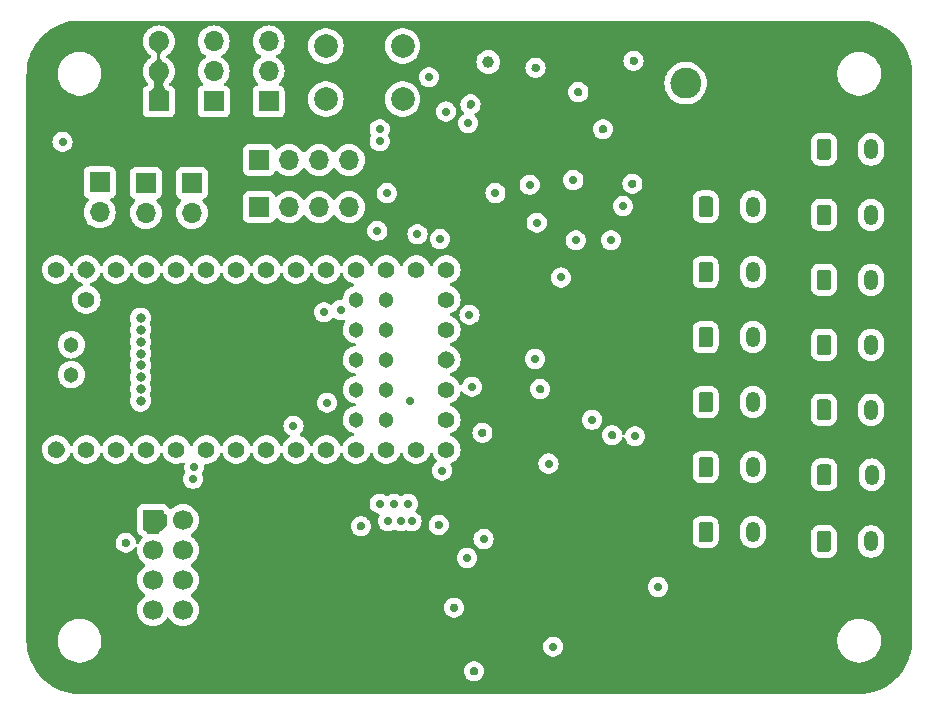
<source format=gbr>
%TF.GenerationSoftware,KiCad,Pcbnew,8.0.7*%
%TF.CreationDate,2024-12-28T15:18:57+07:00*%
%TF.ProjectId,Teensy4.0PCB,5465656e-7379-4342-9e30-5043422e6b69,rev?*%
%TF.SameCoordinates,Original*%
%TF.FileFunction,Copper,L2,Inr*%
%TF.FilePolarity,Positive*%
%FSLAX46Y46*%
G04 Gerber Fmt 4.6, Leading zero omitted, Abs format (unit mm)*
G04 Created by KiCad (PCBNEW 8.0.7) date 2024-12-28 15:18:57*
%MOMM*%
%LPD*%
G01*
G04 APERTURE LIST*
G04 Aperture macros list*
%AMRoundRect*
0 Rectangle with rounded corners*
0 $1 Rounding radius*
0 $2 $3 $4 $5 $6 $7 $8 $9 X,Y pos of 4 corners*
0 Add a 4 corners polygon primitive as box body*
4,1,4,$2,$3,$4,$5,$6,$7,$8,$9,$2,$3,0*
0 Add four circle primitives for the rounded corners*
1,1,$1+$1,$2,$3*
1,1,$1+$1,$4,$5*
1,1,$1+$1,$6,$7*
1,1,$1+$1,$8,$9*
0 Add four rect primitives between the rounded corners*
20,1,$1+$1,$2,$3,$4,$5,0*
20,1,$1+$1,$4,$5,$6,$7,0*
20,1,$1+$1,$6,$7,$8,$9,0*
20,1,$1+$1,$8,$9,$2,$3,0*%
G04 Aperture macros list end*
%TA.AperFunction,ComponentPad*%
%ADD10R,1.700000X1.700000*%
%TD*%
%TA.AperFunction,ComponentPad*%
%ADD11C,1.700000*%
%TD*%
%TA.AperFunction,ComponentPad*%
%ADD12C,1.404000*%
%TD*%
%TA.AperFunction,ComponentPad*%
%ADD13C,1.304000*%
%TD*%
%TA.AperFunction,ComponentPad*%
%ADD14C,0.804000*%
%TD*%
%TA.AperFunction,ComponentPad*%
%ADD15RoundRect,0.250000X-0.350000X-0.625000X0.350000X-0.625000X0.350000X0.625000X-0.350000X0.625000X0*%
%TD*%
%TA.AperFunction,ComponentPad*%
%ADD16O,1.200000X1.750000*%
%TD*%
%TA.AperFunction,ComponentPad*%
%ADD17O,1.700000X1.700000*%
%TD*%
%TA.AperFunction,ComponentPad*%
%ADD18C,2.000000*%
%TD*%
%TA.AperFunction,ComponentPad*%
%ADD19R,2.600000X2.600000*%
%TD*%
%TA.AperFunction,ComponentPad*%
%ADD20C,2.600000*%
%TD*%
%TA.AperFunction,ViaPad*%
%ADD21C,0.700000*%
%TD*%
%TA.AperFunction,ViaPad*%
%ADD22C,1.000000*%
%TD*%
G04 APERTURE END LIST*
D10*
%TO.N,GND*%
%TO.C,U2*%
X120210500Y-108975000D03*
D11*
%TO.N,+3.3V*%
X122750500Y-108975000D03*
%TO.N,/NRF_CE*%
X120210500Y-111515000D03*
%TO.N,/NRF_CS*%
X122750500Y-111515000D03*
%TO.N,/NRF_SCK*%
X120210500Y-114055000D03*
%TO.N,/NRF_MOSI*%
X122750500Y-114055000D03*
%TO.N,/NRF_MISO*%
X120210500Y-116595000D03*
%TO.N,unconnected-(U2-IRQ-Pad8)*%
X122750500Y-116595000D03*
%TD*%
D12*
%TO.N,/NRF_MOSI*%
%TO.C,U1*%
X142505000Y-103020000D03*
%TO.N,+5V*%
X112025000Y-87780000D03*
%TO.N,unconnected-(U1-VUSB-Pad34)*%
X114565000Y-90320000D03*
%TO.N,GND*%
X114565000Y-87780000D03*
%TO.N,unconnected-(U1-3V3-Pad31)*%
X117105000Y-87780000D03*
%TO.N,unconnected-(U1-23_A9_CRX1_MCLK1-Pad30)*%
X119645000Y-87780000D03*
%TO.N,unconnected-(U1-22_A8_CTX1-Pad29)*%
X122185000Y-87780000D03*
%TO.N,/serial_tx5*%
X124725000Y-87780000D03*
%TO.N,/serial_rx5*%
X127265000Y-87780000D03*
%TO.N,/SCL*%
X129805000Y-87780000D03*
%TO.N,/SDA*%
X132345000Y-87780000D03*
%TO.N,/serial_tx4*%
X134885000Y-87780000D03*
%TO.N,/serial_rx4*%
X137425000Y-87780000D03*
%TO.N,/serial_tx3*%
X139965000Y-87780000D03*
%TO.N,/serial_rx3*%
X142505000Y-87780000D03*
%TO.N,/NRF_SCK*%
X145045000Y-87780000D03*
%TO.N,unconnected-(U1-ON_OFF-Pad19)*%
X145045000Y-90320000D03*
%TO.N,unconnected-(U1-PROGRAM-Pad18)*%
X145045000Y-92860000D03*
%TO.N,GND*%
X145045000Y-95400000D03*
%TO.N,unconnected-(U1-3V3-Pad16)*%
X145045000Y-97940000D03*
%TO.N,unconnected-(U1-VBAT-Pad15)*%
X145045000Y-100480000D03*
%TO.N,/NRF_MISO*%
X145045000Y-103020000D03*
%TO.N,/NRF_CS*%
X139965000Y-103020000D03*
%TO.N,/NRF_CE*%
X137425000Y-103020000D03*
%TO.N,unconnected-(U1-8_TX2_IN1-Pad10)*%
X134885000Y-103020000D03*
%TO.N,unconnected-(U1-7_RX2_OUT1A-Pad9)*%
X132345000Y-103020000D03*
%TO.N,/BNO_INT*%
X129805000Y-103020000D03*
%TO.N,/BNO_RESET*%
X127265000Y-103020000D03*
%TO.N,unconnected-(U1-4_BCLK2-Pad6)*%
X124725000Y-103020000D03*
%TO.N,/button_pin*%
X122185000Y-103020000D03*
%TO.N,/servo_dir*%
X119645000Y-103020000D03*
%TO.N,/servo_tx1*%
X117105000Y-103020000D03*
D13*
%TO.N,unconnected-(U1-D+-Pad54)*%
X113295000Y-96670000D03*
%TO.N,unconnected-(U1-D--Pad53)*%
X113295000Y-94130000D03*
D14*
%TO.N,unconnected-(U1-39_DAT2_TX5-Pad52)*%
X119163400Y-98900000D03*
%TO.N,unconnected-(U1-38_DAT3_RX5-Pad51)*%
X119163400Y-97900000D03*
%TO.N,unconnected-(U1-37_CMD_SCK2-Pad50)*%
X119163400Y-96900000D03*
%TO.N,unconnected-(U1-3V3-Pad49)*%
X119163400Y-95900000D03*
%TO.N,unconnected-(U1-36_CLK_CS2-Pad48)*%
X119163400Y-94900000D03*
%TO.N,unconnected-(U1-GND-Pad47)*%
X119163400Y-93900000D03*
%TO.N,unconnected-(U1-35_DAT0_MOSI2-Pad46)*%
X119163400Y-92900000D03*
%TO.N,unconnected-(U1-34_DAT1_MISO2-Pad45)*%
X119163400Y-91900000D03*
D13*
%TO.N,unconnected-(U1-33_MCLK2-Pad44)*%
X137425000Y-100480000D03*
%TO.N,unconnected-(U1-32_OUT1B-Pad43)*%
X139965000Y-100480000D03*
%TO.N,Net-(J2-Pin_4)*%
X137425000Y-97940000D03*
%TO.N,Net-(J2-Pin_3)*%
X139965000Y-97940000D03*
%TO.N,Net-(J2-Pin_2)*%
X137425000Y-95400000D03*
%TO.N,Net-(J2-Pin_1)*%
X139965000Y-95400000D03*
%TO.N,Net-(J1-Pin_4)*%
X137425000Y-92860000D03*
%TO.N,Net-(J1-Pin_3)*%
X139965000Y-92860000D03*
%TO.N,Net-(J1-Pin_2)*%
X137425000Y-90320000D03*
%TO.N,Net-(J1-Pin_1)*%
X139965000Y-90320000D03*
D12*
%TO.N,/servo_rx1*%
X114565000Y-103020000D03*
%TO.N,GND*%
X112025000Y-103020000D03*
%TD*%
D15*
%TO.N,GND*%
%TO.C,servo13*%
X177050000Y-105150000D03*
D16*
%TO.N,VCC*%
X179050000Y-105150000D03*
%TO.N,Net-(IC2-A2)*%
X181050000Y-105150000D03*
%TD*%
D15*
%TO.N,GND*%
%TO.C,servo12*%
X177000000Y-110800000D03*
D16*
%TO.N,VCC*%
X179000000Y-110800000D03*
%TO.N,Net-(IC2-A2)*%
X181000000Y-110800000D03*
%TD*%
D15*
%TO.N,GND*%
%TO.C,servo11*%
X167000000Y-110000000D03*
D16*
%TO.N,VCC*%
X169000000Y-110000000D03*
%TO.N,Net-(IC2-A2)*%
X171000000Y-110000000D03*
%TD*%
D15*
%TO.N,GND*%
%TO.C,servo10*%
X177000000Y-99650000D03*
D16*
%TO.N,VCC*%
X179000000Y-99650000D03*
%TO.N,Net-(IC2-A2)*%
X181000000Y-99650000D03*
%TD*%
D15*
%TO.N,GND*%
%TO.C,servo9*%
X177000000Y-94150000D03*
D16*
%TO.N,VCC*%
X179000000Y-94150000D03*
%TO.N,Net-(IC2-A2)*%
X181000000Y-94150000D03*
%TD*%
D15*
%TO.N,GND*%
%TO.C,servo8*%
X177000000Y-88650000D03*
D16*
%TO.N,VCC*%
X179000000Y-88650000D03*
%TO.N,Net-(IC2-A2)*%
X181000000Y-88650000D03*
%TD*%
D15*
%TO.N,GND*%
%TO.C,servo7*%
X177000000Y-83150000D03*
D16*
%TO.N,VCC*%
X179000000Y-83150000D03*
%TO.N,Net-(IC2-A2)*%
X181000000Y-83150000D03*
%TD*%
D15*
%TO.N,GND*%
%TO.C,servo6*%
X177000000Y-77600000D03*
D16*
%TO.N,VCC*%
X179000000Y-77600000D03*
%TO.N,Net-(IC2-A2)*%
X181000000Y-77600000D03*
%TD*%
D15*
%TO.N,GND*%
%TO.C,servo5*%
X167000000Y-104500000D03*
D16*
%TO.N,VCC*%
X169000000Y-104500000D03*
%TO.N,Net-(IC2-A2)*%
X171000000Y-104500000D03*
%TD*%
D15*
%TO.N,GND*%
%TO.C,servo4*%
X167000000Y-99000000D03*
D16*
%TO.N,VCC*%
X169000000Y-99000000D03*
%TO.N,Net-(IC2-A2)*%
X171000000Y-99000000D03*
%TD*%
D15*
%TO.N,GND*%
%TO.C,servo3*%
X167000000Y-93500000D03*
D16*
%TO.N,VCC*%
X169000000Y-93500000D03*
%TO.N,Net-(IC2-A2)*%
X171000000Y-93500000D03*
%TD*%
D15*
%TO.N,GND*%
%TO.C,servo2*%
X167000000Y-88000000D03*
D16*
%TO.N,VCC*%
X169000000Y-88000000D03*
%TO.N,Net-(IC2-A2)*%
X171000000Y-88000000D03*
%TD*%
D15*
%TO.N,GND*%
%TO.C,servo1*%
X167000000Y-82450000D03*
D16*
%TO.N,VCC*%
X169000000Y-82450000D03*
%TO.N,Net-(IC2-A2)*%
X171000000Y-82450000D03*
%TD*%
D10*
%TO.N,/serial_rx5*%
%TO.C,S5*%
X115700000Y-80400000D03*
D17*
%TO.N,/serial_tx5*%
X115700000Y-82940000D03*
%TD*%
D10*
%TO.N,/serial_rx4*%
%TO.C,S4*%
X119600000Y-80440000D03*
D17*
%TO.N,/serial_tx4*%
X119600000Y-82980000D03*
%TD*%
D10*
%TO.N,/serial_rx3*%
%TO.C,S3*%
X123500000Y-80440000D03*
D17*
%TO.N,/serial_tx3*%
X123500000Y-82980000D03*
%TD*%
D10*
%TO.N,Net-(J2-Pin_1)*%
%TO.C,J2*%
X129200000Y-82500000D03*
D17*
%TO.N,Net-(J2-Pin_2)*%
X131740000Y-82500000D03*
%TO.N,Net-(J2-Pin_3)*%
X134280000Y-82500000D03*
%TO.N,Net-(J2-Pin_4)*%
X136820000Y-82500000D03*
%TD*%
D10*
%TO.N,Net-(J1-Pin_1)*%
%TO.C,J1*%
X129200000Y-78500000D03*
D17*
%TO.N,Net-(J1-Pin_2)*%
X131740000Y-78500000D03*
%TO.N,Net-(J1-Pin_3)*%
X134280000Y-78500000D03*
%TO.N,Net-(J1-Pin_4)*%
X136820000Y-78500000D03*
%TD*%
D18*
%TO.N,/button_pin*%
%TO.C,Button*%
X134850000Y-68850000D03*
X141350000Y-68850000D03*
%TO.N,Net-(Button1-Pad2)*%
X134850000Y-73350000D03*
X141350000Y-73350000D03*
%TD*%
D19*
%TO.N,VCC*%
%TO.C,Main-Terminal1*%
X170400000Y-72000000D03*
D20*
%TO.N,GND*%
X165320000Y-72000000D03*
%TD*%
D17*
%TO.N,GND*%
%TO.C,GND1*%
X120700000Y-68460000D03*
X120700000Y-71000000D03*
D10*
X120700000Y-73540000D03*
%TD*%
D17*
%TO.N,+5V*%
%TO.C,5V1*%
X125350000Y-68460000D03*
X125350000Y-71000000D03*
D10*
X125350000Y-73540000D03*
%TD*%
D17*
%TO.N,+3.3V*%
%TO.C,3.3V1*%
X130000000Y-68460000D03*
X130000000Y-71000000D03*
D10*
X130000000Y-73540000D03*
%TD*%
D21*
%TO.N,GND*%
X162950000Y-114650000D03*
X117900000Y-110900000D03*
X156224998Y-72750001D03*
X153000000Y-97900000D03*
%TO.N,+5V*%
X152100000Y-80600000D03*
X160000000Y-82400000D03*
%TO.N,/BNO_INT*%
X132100000Y-101000000D03*
X142000000Y-98900000D03*
%TO.N,+3.3V*%
X143600000Y-71500000D03*
X145000000Y-74400000D03*
X146900000Y-75400000D03*
%TO.N,Net-(J2-Pin_4)*%
X134950000Y-99050000D03*
%TO.N,Net-(J2-Pin_3)*%
X139200000Y-84500000D03*
X140000000Y-81300000D03*
X142600000Y-84800000D03*
X144500000Y-85200000D03*
X147200000Y-97700000D03*
%TO.N,Net-(J2-Pin_1)*%
X134700000Y-91400000D03*
%TO.N,Net-(J2-Pin_2)*%
X136100000Y-91200000D03*
%TO.N,Net-(J1-Pin_3)*%
X147000000Y-91600000D03*
%TO.N,/BNO_RESET*%
X154100000Y-119700000D03*
%TO.N,/BNO_INT*%
X161000000Y-101900000D03*
%TO.N,/SCL*%
X157400000Y-100500000D03*
%TO.N,/SDA*%
X153700000Y-104200000D03*
%TO.N,GND*%
X148100000Y-101600000D03*
X159100000Y-101800000D03*
%TO.N,+5V*%
X112550000Y-76950000D03*
%TO.N,/NRF_SCK*%
X144700000Y-104800000D03*
%TO.N,GND*%
X147400000Y-121800000D03*
X145700000Y-116400000D03*
X144400000Y-109400000D03*
%TO.N,+5V*%
X146800000Y-112200000D03*
X148200000Y-110600000D03*
%TO.N,/servo_tx1*%
X123700000Y-104500000D03*
%TO.N,/servo_rx1*%
X123600000Y-105500000D03*
%TO.N,/servo_tx1*%
X141800000Y-107600000D03*
%TO.N,/servo_rx1*%
X140600000Y-107600000D03*
%TO.N,/servo_dir*%
X139400000Y-107600000D03*
X140100000Y-109100000D03*
%TO.N,/servo_tx1*%
X142100000Y-109100000D03*
%TO.N,/servo_rx1*%
X141200000Y-109100000D03*
%TO.N,GND*%
X137800000Y-109500000D03*
%TO.N,Net-(U5-LBO)*%
X152550000Y-95350000D03*
X155800000Y-80200000D03*
%TO.N,+3.3V*%
X152700000Y-83800000D03*
X154750000Y-88450000D03*
%TO.N,Net-(U5-LBI)*%
X156000000Y-85300000D03*
X159000000Y-85300000D03*
%TO.N,+5V*%
X149200000Y-81300000D03*
%TO.N,GND*%
X160800000Y-80500000D03*
X152600000Y-70700000D03*
D22*
%TO.N,+5V*%
X148600000Y-70200000D03*
D21*
%TO.N,GND*%
X147100000Y-73800000D03*
%TO.N,Net-(J1-Pin_1)*%
X139400000Y-75900000D03*
%TO.N,GND*%
X158299999Y-75900002D03*
X160899999Y-70100002D03*
%TO.N,Net-(J1-Pin_2)*%
X139400000Y-76900000D03*
%TD*%
%TA.AperFunction,Conductor*%
%TO.N,GND*%
G36*
X147449003Y-121457708D02*
G01*
X147494455Y-121467368D01*
X147519100Y-121475377D01*
X147561543Y-121494274D01*
X147583993Y-121507235D01*
X147621580Y-121534544D01*
X147640843Y-121551889D01*
X147669343Y-121583541D01*
X147669347Y-121583550D01*
X147669350Y-121583549D01*
X147671932Y-121586417D01*
X147687162Y-121607382D01*
X147710390Y-121647613D01*
X147720935Y-121671297D01*
X147735291Y-121715481D01*
X147740681Y-121740836D01*
X147745537Y-121787037D01*
X147745537Y-121812961D01*
X147740681Y-121859162D01*
X147735291Y-121884517D01*
X147720935Y-121928701D01*
X147710390Y-121952385D01*
X147687162Y-121992616D01*
X147671925Y-122013588D01*
X147640837Y-122048114D01*
X147621576Y-122065457D01*
X147584000Y-122092759D01*
X147561546Y-122105723D01*
X147519099Y-122124621D01*
X147494448Y-122132631D01*
X147471729Y-122137460D01*
X147449006Y-122142290D01*
X147423227Y-122145000D01*
X147376772Y-122145000D01*
X147350993Y-122142290D01*
X147305550Y-122132631D01*
X147280899Y-122124621D01*
X147238452Y-122105723D01*
X147216005Y-122092763D01*
X147178417Y-122065454D01*
X147159155Y-122048110D01*
X147128073Y-122013590D01*
X147112836Y-121992618D01*
X147089603Y-121952377D01*
X147079061Y-121928701D01*
X147064703Y-121884510D01*
X147059318Y-121859176D01*
X147054461Y-121812957D01*
X147054461Y-121787040D01*
X147054461Y-121787037D01*
X147059318Y-121740821D01*
X147064702Y-121715489D01*
X147079063Y-121671291D01*
X147089602Y-121647623D01*
X147091398Y-121644511D01*
X147112836Y-121607380D01*
X147128067Y-121586417D01*
X147159162Y-121551882D01*
X147178418Y-121534544D01*
X147216012Y-121507229D01*
X147238453Y-121494273D01*
X147280895Y-121475376D01*
X147305545Y-121467367D01*
X147326234Y-121462970D01*
X147350992Y-121457709D01*
X147376769Y-121455000D01*
X147423232Y-121455000D01*
X147449003Y-121457708D01*
G37*
%TD.AperFunction*%
%TA.AperFunction,Conductor*%
G36*
X145749003Y-116057708D02*
G01*
X145794455Y-116067368D01*
X145819100Y-116075377D01*
X145861543Y-116094274D01*
X145883993Y-116107235D01*
X145921580Y-116134544D01*
X145940843Y-116151889D01*
X145969343Y-116183541D01*
X145969347Y-116183550D01*
X145969350Y-116183549D01*
X145971932Y-116186417D01*
X145987162Y-116207382D01*
X146010390Y-116247613D01*
X146020935Y-116271297D01*
X146035291Y-116315481D01*
X146040681Y-116340836D01*
X146045537Y-116387037D01*
X146045537Y-116412961D01*
X146040681Y-116459162D01*
X146035291Y-116484517D01*
X146020935Y-116528701D01*
X146010390Y-116552385D01*
X145987162Y-116592616D01*
X145971925Y-116613588D01*
X145940837Y-116648114D01*
X145921576Y-116665457D01*
X145884000Y-116692759D01*
X145861546Y-116705723D01*
X145819099Y-116724621D01*
X145794448Y-116732631D01*
X145771729Y-116737460D01*
X145749006Y-116742290D01*
X145723227Y-116745000D01*
X145676772Y-116745000D01*
X145650993Y-116742290D01*
X145605550Y-116732631D01*
X145580899Y-116724621D01*
X145538452Y-116705723D01*
X145516005Y-116692763D01*
X145478417Y-116665454D01*
X145459155Y-116648110D01*
X145428073Y-116613590D01*
X145412836Y-116592618D01*
X145389603Y-116552377D01*
X145379061Y-116528701D01*
X145364703Y-116484510D01*
X145359318Y-116459176D01*
X145354461Y-116412957D01*
X145354461Y-116387040D01*
X145354461Y-116387037D01*
X145359318Y-116340821D01*
X145364702Y-116315489D01*
X145379063Y-116271291D01*
X145389602Y-116247623D01*
X145412834Y-116207384D01*
X145412836Y-116207382D01*
X145412836Y-116207380D01*
X145428067Y-116186417D01*
X145459162Y-116151882D01*
X145478418Y-116134544D01*
X145516012Y-116107229D01*
X145538453Y-116094273D01*
X145580895Y-116075376D01*
X145605545Y-116067367D01*
X145626234Y-116062970D01*
X145650992Y-116057709D01*
X145676769Y-116055000D01*
X145723232Y-116055000D01*
X145749003Y-116057708D01*
G37*
%TD.AperFunction*%
%TA.AperFunction,Conductor*%
G36*
X162999003Y-114307708D02*
G01*
X163044455Y-114317368D01*
X163069100Y-114325377D01*
X163111543Y-114344274D01*
X163133993Y-114357235D01*
X163171580Y-114384544D01*
X163190843Y-114401889D01*
X163219343Y-114433541D01*
X163219347Y-114433550D01*
X163219350Y-114433549D01*
X163221932Y-114436417D01*
X163237162Y-114457382D01*
X163260390Y-114497613D01*
X163270935Y-114521297D01*
X163285291Y-114565481D01*
X163290681Y-114590836D01*
X163295537Y-114637037D01*
X163295537Y-114662961D01*
X163290681Y-114709162D01*
X163285291Y-114734517D01*
X163270935Y-114778701D01*
X163260390Y-114802385D01*
X163237162Y-114842616D01*
X163221925Y-114863588D01*
X163190837Y-114898114D01*
X163171576Y-114915457D01*
X163134000Y-114942759D01*
X163111546Y-114955723D01*
X163069099Y-114974621D01*
X163044448Y-114982631D01*
X163021729Y-114987460D01*
X162999006Y-114992290D01*
X162973227Y-114995000D01*
X162926772Y-114995000D01*
X162900993Y-114992290D01*
X162855550Y-114982631D01*
X162830899Y-114974621D01*
X162788452Y-114955723D01*
X162766005Y-114942763D01*
X162728417Y-114915454D01*
X162709155Y-114898110D01*
X162678073Y-114863590D01*
X162662836Y-114842618D01*
X162639603Y-114802377D01*
X162629061Y-114778701D01*
X162614703Y-114734510D01*
X162609318Y-114709176D01*
X162604461Y-114662957D01*
X162604461Y-114637040D01*
X162604461Y-114637037D01*
X162609318Y-114590821D01*
X162614702Y-114565489D01*
X162629063Y-114521291D01*
X162639602Y-114497623D01*
X162662834Y-114457384D01*
X162662836Y-114457382D01*
X162662836Y-114457380D01*
X162678067Y-114436417D01*
X162709162Y-114401882D01*
X162728418Y-114384544D01*
X162766012Y-114357229D01*
X162788453Y-114344273D01*
X162830895Y-114325376D01*
X162855545Y-114317367D01*
X162876234Y-114312970D01*
X162900992Y-114307709D01*
X162926769Y-114305000D01*
X162973232Y-114305000D01*
X162999003Y-114307708D01*
G37*
%TD.AperFunction*%
%TA.AperFunction,Conductor*%
G36*
X177380499Y-109930637D02*
G01*
X177382803Y-109930872D01*
X177409236Y-109936528D01*
X177440490Y-109946885D01*
X177466576Y-109959048D01*
X177490661Y-109973903D01*
X177513244Y-109991760D01*
X177533239Y-110011755D01*
X177551094Y-110034336D01*
X177565948Y-110058419D01*
X177578113Y-110084506D01*
X177586396Y-110109501D01*
X177586397Y-110109503D01*
X177586397Y-110109504D01*
X177587588Y-110113100D01*
X177588478Y-110115786D01*
X177594117Y-110142114D01*
X177594352Y-110144405D01*
X177594999Y-110157058D01*
X177594999Y-111442933D01*
X177594356Y-111455542D01*
X177594121Y-111457841D01*
X177588470Y-111484236D01*
X177578113Y-111515491D01*
X177565946Y-111541583D01*
X177551096Y-111565659D01*
X177533238Y-111588244D01*
X177513244Y-111608238D01*
X177490659Y-111626096D01*
X177466583Y-111640946D01*
X177440492Y-111653112D01*
X177409238Y-111663469D01*
X177382853Y-111669120D01*
X177380556Y-111669355D01*
X177367936Y-111669999D01*
X176632065Y-111669999D01*
X176619456Y-111669356D01*
X176617157Y-111669121D01*
X176590762Y-111663470D01*
X176559507Y-111653113D01*
X176533415Y-111640946D01*
X176509339Y-111626096D01*
X176486754Y-111608238D01*
X176466763Y-111588247D01*
X176448906Y-111565664D01*
X176447299Y-111563058D01*
X176434049Y-111541577D01*
X176421884Y-111515490D01*
X176411525Y-111484230D01*
X176405872Y-111457802D01*
X176405636Y-111455484D01*
X176405000Y-111442943D01*
X176405000Y-110157056D01*
X176405636Y-110144510D01*
X176405872Y-110142197D01*
X176411525Y-110115769D01*
X176421887Y-110084499D01*
X176434051Y-110058416D01*
X176448907Y-110034330D01*
X176466755Y-110011758D01*
X176486756Y-109991757D01*
X176509331Y-109973906D01*
X176533421Y-109959048D01*
X176559501Y-109946886D01*
X176590769Y-109936525D01*
X176617203Y-109930872D01*
X176619506Y-109930636D01*
X176632055Y-109930000D01*
X177367943Y-109930000D01*
X177380499Y-109930637D01*
G37*
%TD.AperFunction*%
%TA.AperFunction,Conductor*%
G36*
X117949003Y-110557708D02*
G01*
X117994455Y-110567368D01*
X118019100Y-110575377D01*
X118061543Y-110594274D01*
X118083993Y-110607235D01*
X118121580Y-110634544D01*
X118140840Y-110651885D01*
X118155438Y-110668098D01*
X118155440Y-110668100D01*
X118155441Y-110668102D01*
X118171927Y-110686412D01*
X118187163Y-110707383D01*
X118210391Y-110747615D01*
X118220935Y-110771296D01*
X118232938Y-110808238D01*
X118235291Y-110815478D01*
X118240681Y-110840835D01*
X118252079Y-110949278D01*
X118239510Y-111018008D01*
X118226230Y-111038889D01*
X118195954Y-111077388D01*
X118195948Y-111077398D01*
X118187158Y-111092622D01*
X118171925Y-111113589D01*
X118140839Y-111148114D01*
X118121574Y-111165459D01*
X118083994Y-111192763D01*
X118061546Y-111205723D01*
X118019099Y-111224621D01*
X117994448Y-111232631D01*
X117971729Y-111237460D01*
X117949006Y-111242290D01*
X117923227Y-111245000D01*
X117876772Y-111245000D01*
X117850993Y-111242290D01*
X117805550Y-111232631D01*
X117780899Y-111224621D01*
X117738452Y-111205723D01*
X117716005Y-111192763D01*
X117678417Y-111165454D01*
X117659155Y-111148110D01*
X117628073Y-111113590D01*
X117612836Y-111092618D01*
X117604046Y-111077394D01*
X117589602Y-111052376D01*
X117579062Y-111028705D01*
X117564703Y-110984510D01*
X117559318Y-110959176D01*
X117554461Y-110912957D01*
X117554461Y-110887040D01*
X117556252Y-110869999D01*
X117559318Y-110840821D01*
X117564702Y-110815489D01*
X117579063Y-110771291D01*
X117589602Y-110747623D01*
X117600212Y-110729246D01*
X117612836Y-110707380D01*
X117628067Y-110686417D01*
X117659162Y-110651882D01*
X117678418Y-110634544D01*
X117716012Y-110607229D01*
X117738453Y-110594273D01*
X117780895Y-110575376D01*
X117805545Y-110567367D01*
X117826234Y-110562970D01*
X117850992Y-110557709D01*
X117876769Y-110555000D01*
X117923232Y-110555000D01*
X117949003Y-110557708D01*
G37*
%TD.AperFunction*%
%TA.AperFunction,Conductor*%
G36*
X167380485Y-109130636D02*
G01*
X167382803Y-109130872D01*
X167409238Y-109136528D01*
X167440489Y-109146884D01*
X167466575Y-109159047D01*
X167490664Y-109173905D01*
X167513244Y-109191760D01*
X167533238Y-109211754D01*
X167551096Y-109234339D01*
X167565946Y-109258415D01*
X167578113Y-109284507D01*
X167588470Y-109315762D01*
X167594121Y-109342151D01*
X167594356Y-109344449D01*
X167594999Y-109357064D01*
X167594999Y-110642933D01*
X167594356Y-110655542D01*
X167594121Y-110657841D01*
X167588470Y-110684236D01*
X167578113Y-110715491D01*
X167565946Y-110741583D01*
X167551096Y-110765659D01*
X167533238Y-110788244D01*
X167513244Y-110808238D01*
X167490659Y-110826096D01*
X167466583Y-110840946D01*
X167440492Y-110853112D01*
X167409238Y-110863469D01*
X167382853Y-110869120D01*
X167380556Y-110869355D01*
X167367936Y-110869999D01*
X166632065Y-110869999D01*
X166619456Y-110869356D01*
X166617157Y-110869121D01*
X166590762Y-110863470D01*
X166559507Y-110853113D01*
X166533415Y-110840946D01*
X166509339Y-110826096D01*
X166486754Y-110808238D01*
X166466760Y-110788244D01*
X166448903Y-110765660D01*
X166434052Y-110741583D01*
X166421886Y-110715495D01*
X166413255Y-110689448D01*
X166411531Y-110684248D01*
X166405873Y-110657804D01*
X166405637Y-110655498D01*
X166405000Y-110642944D01*
X166405000Y-109357058D01*
X166405642Y-109344458D01*
X166405876Y-109342167D01*
X166411525Y-109315772D01*
X166421889Y-109284496D01*
X166434049Y-109258417D01*
X166448906Y-109234332D01*
X166466754Y-109211759D01*
X166486756Y-109191757D01*
X166509331Y-109173906D01*
X166533421Y-109159048D01*
X166559501Y-109146886D01*
X166590769Y-109136525D01*
X166617203Y-109130872D01*
X166619506Y-109130636D01*
X166632055Y-109130000D01*
X167367944Y-109130000D01*
X167380485Y-109130636D01*
G37*
%TD.AperFunction*%
%TA.AperFunction,Conductor*%
G36*
X121039294Y-108149685D02*
G01*
X121085048Y-108202485D01*
X121109645Y-108256344D01*
X121109648Y-108256349D01*
X121109651Y-108256356D01*
X121115360Y-108266810D01*
X121126560Y-108287321D01*
X121165548Y-108347988D01*
X121267285Y-108449728D01*
X121267288Y-108449730D01*
X121323218Y-108491600D01*
X121323223Y-108491604D01*
X121323235Y-108491611D01*
X121376045Y-108520447D01*
X121425451Y-108569852D01*
X121440304Y-108638124D01*
X121436395Y-108661372D01*
X121415439Y-108739583D01*
X121415436Y-108739596D01*
X121394841Y-108974999D01*
X121394841Y-108975000D01*
X121415436Y-109210403D01*
X121415439Y-109210416D01*
X121436394Y-109288626D01*
X121434731Y-109358476D01*
X121395567Y-109416338D01*
X121376047Y-109429549D01*
X121292253Y-109475304D01*
X121190513Y-109577041D01*
X121190510Y-109577045D01*
X121148633Y-109632985D01*
X121148618Y-109633011D01*
X121079685Y-109759253D01*
X121079680Y-109759264D01*
X121076400Y-109768059D01*
X121034525Y-109823991D01*
X121003563Y-109840898D01*
X120994769Y-109844178D01*
X120929142Y-109874150D01*
X120929135Y-109874153D01*
X120898169Y-109891063D01*
X120898163Y-109891066D01*
X120837509Y-109930048D01*
X120837500Y-109930055D01*
X120735761Y-110031795D01*
X120735755Y-110031802D01*
X120693893Y-110087725D01*
X120665050Y-110140547D01*
X120615645Y-110189952D01*
X120547372Y-110204804D01*
X120524125Y-110200895D01*
X120445913Y-110179938D01*
X120445903Y-110179936D01*
X120210501Y-110159341D01*
X120210499Y-110159341D01*
X119975091Y-110179937D01*
X119896872Y-110200895D01*
X119827022Y-110199232D01*
X119769160Y-110160068D01*
X119755949Y-110140548D01*
X119710186Y-110056743D01*
X119710184Y-110056740D01*
X119608452Y-109955010D01*
X119608447Y-109955005D01*
X119608441Y-109955000D01*
X119608437Y-109954997D01*
X119552514Y-109913135D01*
X119552515Y-109913135D01*
X119552513Y-109913134D01*
X119512093Y-109891063D01*
X119430073Y-109846276D01*
X119380668Y-109796870D01*
X119365500Y-109737444D01*
X119365500Y-108254000D01*
X119385185Y-108186961D01*
X119437989Y-108141206D01*
X119489500Y-108130000D01*
X120972255Y-108130000D01*
X121039294Y-108149685D01*
G37*
%TD.AperFunction*%
%TA.AperFunction,Conductor*%
G36*
X137849003Y-109157708D02*
G01*
X137894455Y-109167368D01*
X137919100Y-109175377D01*
X137961543Y-109194274D01*
X137983993Y-109207235D01*
X138021580Y-109234544D01*
X138040843Y-109251889D01*
X138069339Y-109283537D01*
X138069341Y-109283539D01*
X138069343Y-109283541D01*
X138071922Y-109286405D01*
X138087160Y-109307378D01*
X138107245Y-109342167D01*
X138110395Y-109347622D01*
X138120938Y-109371304D01*
X138135291Y-109415479D01*
X138140681Y-109440835D01*
X138145537Y-109487038D01*
X138145537Y-109512961D01*
X138140681Y-109559162D01*
X138135291Y-109584519D01*
X138120934Y-109628704D01*
X138110391Y-109652384D01*
X138087164Y-109692615D01*
X138071925Y-109713589D01*
X138040839Y-109748113D01*
X138021577Y-109765457D01*
X137983999Y-109792760D01*
X137961546Y-109805723D01*
X137919099Y-109824621D01*
X137894448Y-109832631D01*
X137871729Y-109837460D01*
X137849006Y-109842290D01*
X137823227Y-109845000D01*
X137776772Y-109845000D01*
X137750993Y-109842290D01*
X137705550Y-109832631D01*
X137680899Y-109824621D01*
X137638452Y-109805723D01*
X137616005Y-109792763D01*
X137578417Y-109765454D01*
X137559155Y-109748110D01*
X137542778Y-109729921D01*
X137528071Y-109713588D01*
X137512836Y-109692618D01*
X137512834Y-109692615D01*
X137489602Y-109652376D01*
X137479062Y-109628704D01*
X137464703Y-109584510D01*
X137459318Y-109559176D01*
X137454461Y-109512957D01*
X137454461Y-109487040D01*
X137455694Y-109475308D01*
X137459318Y-109440821D01*
X137464702Y-109415489D01*
X137479063Y-109371291D01*
X137489602Y-109347623D01*
X137501005Y-109327872D01*
X137512836Y-109307380D01*
X137528067Y-109286417D01*
X137559162Y-109251882D01*
X137578421Y-109234542D01*
X137578699Y-109234340D01*
X137616010Y-109207231D01*
X137638453Y-109194273D01*
X137680894Y-109175378D01*
X137705546Y-109167367D01*
X137750991Y-109157708D01*
X137776770Y-109155000D01*
X137823232Y-109155000D01*
X137849003Y-109157708D01*
G37*
%TD.AperFunction*%
%TA.AperFunction,Conductor*%
G36*
X144449003Y-109057708D02*
G01*
X144494455Y-109067368D01*
X144519100Y-109075377D01*
X144561543Y-109094274D01*
X144583993Y-109107235D01*
X144621580Y-109134544D01*
X144640843Y-109151889D01*
X144669338Y-109183536D01*
X144671918Y-109186401D01*
X144687159Y-109207377D01*
X144702727Y-109234340D01*
X144710396Y-109247623D01*
X144720939Y-109271305D01*
X144735290Y-109315474D01*
X144740678Y-109340817D01*
X144741721Y-109350731D01*
X144741723Y-109350746D01*
X144744229Y-109374594D01*
X144744230Y-109374602D01*
X144745537Y-109387042D01*
X144745537Y-109412961D01*
X144740681Y-109459162D01*
X144735291Y-109484517D01*
X144720935Y-109528701D01*
X144710390Y-109552385D01*
X144687162Y-109592616D01*
X144671925Y-109613588D01*
X144640837Y-109648114D01*
X144621576Y-109665457D01*
X144584000Y-109692759D01*
X144561546Y-109705723D01*
X144519099Y-109724621D01*
X144494448Y-109732631D01*
X144471807Y-109737444D01*
X144449006Y-109742290D01*
X144423227Y-109745000D01*
X144376772Y-109745000D01*
X144350993Y-109742290D01*
X144305550Y-109732631D01*
X144280898Y-109724621D01*
X144238454Y-109705724D01*
X144216003Y-109692762D01*
X144178416Y-109665453D01*
X144159156Y-109648111D01*
X144128069Y-109613585D01*
X144112838Y-109592620D01*
X144089602Y-109552374D01*
X144079061Y-109528701D01*
X144064703Y-109484510D01*
X144059318Y-109459176D01*
X144054461Y-109412957D01*
X144054461Y-109387040D01*
X144059318Y-109340821D01*
X144064702Y-109315489D01*
X144079063Y-109271291D01*
X144089602Y-109247623D01*
X144104394Y-109222003D01*
X144112836Y-109207380D01*
X144128067Y-109186417D01*
X144159162Y-109151882D01*
X144178418Y-109134544D01*
X144216012Y-109107229D01*
X144238453Y-109094273D01*
X144280895Y-109075376D01*
X144305545Y-109067367D01*
X144326234Y-109062970D01*
X144350992Y-109057709D01*
X144376769Y-109055000D01*
X144423232Y-109055000D01*
X144449003Y-109057708D01*
G37*
%TD.AperFunction*%
%TA.AperFunction,Conductor*%
G36*
X177430499Y-104280637D02*
G01*
X177432803Y-104280872D01*
X177459236Y-104286528D01*
X177490490Y-104296885D01*
X177516576Y-104309048D01*
X177540661Y-104323903D01*
X177563244Y-104341760D01*
X177583238Y-104361754D01*
X177601096Y-104384339D01*
X177615946Y-104408415D01*
X177628112Y-104434506D01*
X177638469Y-104465760D01*
X177644121Y-104492150D01*
X177644356Y-104494448D01*
X177644999Y-104507063D01*
X177644999Y-105792933D01*
X177644356Y-105805542D01*
X177644121Y-105807841D01*
X177638470Y-105834236D01*
X177628113Y-105865491D01*
X177615946Y-105891583D01*
X177601096Y-105915659D01*
X177583238Y-105938244D01*
X177563244Y-105958238D01*
X177540659Y-105976096D01*
X177516583Y-105990946D01*
X177490492Y-106003112D01*
X177459238Y-106013469D01*
X177432853Y-106019120D01*
X177430556Y-106019355D01*
X177417936Y-106019999D01*
X176682065Y-106019999D01*
X176669456Y-106019356D01*
X176667157Y-106019121D01*
X176640762Y-106013470D01*
X176609507Y-106003113D01*
X176583415Y-105990946D01*
X176559339Y-105976096D01*
X176536754Y-105958238D01*
X176516760Y-105938244D01*
X176498901Y-105915657D01*
X176484051Y-105891580D01*
X176471886Y-105865493D01*
X176461528Y-105834237D01*
X176455872Y-105807798D01*
X176455639Y-105805511D01*
X176455000Y-105792943D01*
X176455000Y-104507055D01*
X176455639Y-104494487D01*
X176455872Y-104492200D01*
X176461527Y-104465764D01*
X176467192Y-104448670D01*
X176467191Y-104448669D01*
X176471885Y-104434506D01*
X176484053Y-104408413D01*
X176498904Y-104384336D01*
X176516757Y-104361756D01*
X176536756Y-104341757D01*
X176559331Y-104323906D01*
X176583421Y-104309048D01*
X176609501Y-104296886D01*
X176640769Y-104286525D01*
X176667203Y-104280872D01*
X176669506Y-104280636D01*
X176682055Y-104280000D01*
X177417943Y-104280000D01*
X177430499Y-104280637D01*
G37*
%TD.AperFunction*%
%TA.AperFunction,Conductor*%
G36*
X167380499Y-103630637D02*
G01*
X167382803Y-103630872D01*
X167409236Y-103636528D01*
X167440490Y-103646885D01*
X167466576Y-103659048D01*
X167490661Y-103673903D01*
X167513244Y-103691760D01*
X167533239Y-103711755D01*
X167551095Y-103734338D01*
X167565948Y-103758419D01*
X167578114Y-103784509D01*
X167588469Y-103815759D01*
X167594116Y-103842116D01*
X167594352Y-103844418D01*
X167594999Y-103857064D01*
X167594999Y-105142933D01*
X167594356Y-105155542D01*
X167594121Y-105157841D01*
X167588470Y-105184236D01*
X167578113Y-105215491D01*
X167565946Y-105241583D01*
X167551096Y-105265659D01*
X167533238Y-105288244D01*
X167513244Y-105308238D01*
X167490659Y-105326096D01*
X167466583Y-105340946D01*
X167440492Y-105353112D01*
X167409238Y-105363469D01*
X167382853Y-105369120D01*
X167380556Y-105369355D01*
X167367936Y-105369999D01*
X166632065Y-105369999D01*
X166619456Y-105369356D01*
X166617157Y-105369121D01*
X166590762Y-105363470D01*
X166559507Y-105353113D01*
X166533415Y-105340946D01*
X166509339Y-105326096D01*
X166486754Y-105308238D01*
X166466760Y-105288244D01*
X166448902Y-105265659D01*
X166434049Y-105241578D01*
X166421885Y-105215493D01*
X166421884Y-105215491D01*
X166414360Y-105192783D01*
X166414360Y-105192781D01*
X166411527Y-105184233D01*
X166405871Y-105157791D01*
X166405636Y-105155491D01*
X166405000Y-105142941D01*
X166405000Y-103857058D01*
X166405642Y-103844458D01*
X166405876Y-103842167D01*
X166411525Y-103815772D01*
X166421889Y-103784496D01*
X166434051Y-103758416D01*
X166448906Y-103734332D01*
X166466754Y-103711759D01*
X166486756Y-103691757D01*
X166509331Y-103673906D01*
X166533421Y-103659048D01*
X166559501Y-103646886D01*
X166590769Y-103636525D01*
X166617203Y-103630872D01*
X166619506Y-103630636D01*
X166632055Y-103630000D01*
X167367943Y-103630000D01*
X167380499Y-103630637D01*
G37*
%TD.AperFunction*%
%TA.AperFunction,Conductor*%
G36*
X112100881Y-102325111D02*
G01*
X112205267Y-102344623D01*
X112227274Y-102350885D01*
X112326294Y-102389245D01*
X112346776Y-102399443D01*
X112359933Y-102407590D01*
X112359934Y-102407591D01*
X112437072Y-102455353D01*
X112455320Y-102469133D01*
X112533803Y-102540678D01*
X112549216Y-102557587D01*
X112613216Y-102642339D01*
X112625261Y-102661792D01*
X112672596Y-102756852D01*
X112680867Y-102778206D01*
X112683889Y-102788826D01*
X112689529Y-102808650D01*
X112689530Y-102808653D01*
X112715914Y-102880309D01*
X112715919Y-102880322D01*
X112731433Y-102914292D01*
X112731436Y-102914299D01*
X112758529Y-102963421D01*
X112773668Y-103031630D01*
X112754823Y-103089466D01*
X112748264Y-103099862D01*
X112748196Y-103099971D01*
X112689528Y-103231350D01*
X112689526Y-103231356D01*
X112680858Y-103261818D01*
X112672593Y-103283151D01*
X112625262Y-103378205D01*
X112613216Y-103397660D01*
X112549220Y-103482405D01*
X112533804Y-103499316D01*
X112455321Y-103570863D01*
X112437060Y-103584653D01*
X112346783Y-103640550D01*
X112326300Y-103650750D01*
X112227271Y-103689114D01*
X112205263Y-103695375D01*
X112100882Y-103714888D01*
X112078096Y-103717000D01*
X111971904Y-103717000D01*
X111949119Y-103714889D01*
X111844736Y-103695376D01*
X111822727Y-103689113D01*
X111723696Y-103650748D01*
X111703212Y-103640549D01*
X111689818Y-103632256D01*
X111612932Y-103584650D01*
X111594674Y-103570863D01*
X111516185Y-103499310D01*
X111500783Y-103482415D01*
X111436776Y-103397656D01*
X111424737Y-103378210D01*
X111377406Y-103283156D01*
X111369140Y-103261819D01*
X111340077Y-103159674D01*
X111335872Y-103137182D01*
X111326073Y-103031440D01*
X111326073Y-103008558D01*
X111328612Y-102981155D01*
X111335871Y-102902813D01*
X111340072Y-102880342D01*
X111369143Y-102778168D01*
X111377401Y-102756850D01*
X111424741Y-102661780D01*
X111436775Y-102642345D01*
X111500788Y-102557576D01*
X111516182Y-102540689D01*
X111594682Y-102469128D01*
X111612928Y-102455351D01*
X111703221Y-102399443D01*
X111723695Y-102389248D01*
X111822727Y-102350883D01*
X111844728Y-102344623D01*
X111902785Y-102333771D01*
X111949120Y-102325111D01*
X111971903Y-102323000D01*
X112078097Y-102323000D01*
X112100881Y-102325111D01*
G37*
%TD.AperFunction*%
%TA.AperFunction,Conductor*%
G36*
X159149003Y-101457708D02*
G01*
X159194455Y-101467368D01*
X159219094Y-101475374D01*
X159261549Y-101494276D01*
X159283996Y-101507237D01*
X159321576Y-101534541D01*
X159340837Y-101551882D01*
X159364119Y-101577741D01*
X159364184Y-101577815D01*
X159371926Y-101586412D01*
X159387168Y-101607390D01*
X159410391Y-101647615D01*
X159420934Y-101671295D01*
X159447460Y-101752934D01*
X159450695Y-101764892D01*
X159454227Y-101781127D01*
X159449244Y-101850819D01*
X159444340Y-101862194D01*
X159439048Y-101872957D01*
X159439046Y-101872962D01*
X159437810Y-101876765D01*
X159437067Y-101879054D01*
X159433271Y-101890735D01*
X159420934Y-101928703D01*
X159410392Y-101952381D01*
X159387164Y-101992614D01*
X159371925Y-102013588D01*
X159340837Y-102048114D01*
X159321576Y-102065457D01*
X159284000Y-102092759D01*
X159261546Y-102105723D01*
X159219099Y-102124621D01*
X159194448Y-102132631D01*
X159171729Y-102137460D01*
X159149006Y-102142290D01*
X159123227Y-102145000D01*
X159076772Y-102145000D01*
X159050993Y-102142290D01*
X159005550Y-102132631D01*
X158980898Y-102124621D01*
X158938454Y-102105724D01*
X158916002Y-102092761D01*
X158878417Y-102065453D01*
X158859153Y-102048107D01*
X158828073Y-102013588D01*
X158812838Y-101992618D01*
X158789603Y-101952375D01*
X158779061Y-101928702D01*
X158764703Y-101884510D01*
X158759318Y-101859176D01*
X158754461Y-101812957D01*
X158754461Y-101787040D01*
X158759318Y-101740821D01*
X158764702Y-101715489D01*
X158779063Y-101671291D01*
X158789602Y-101647623D01*
X158809615Y-101612960D01*
X158812836Y-101607380D01*
X158828067Y-101586417D01*
X158859162Y-101551882D01*
X158878418Y-101534544D01*
X158916012Y-101507229D01*
X158938453Y-101494273D01*
X158980895Y-101475376D01*
X159005545Y-101467367D01*
X159026234Y-101462970D01*
X159050992Y-101457709D01*
X159076769Y-101455000D01*
X159123232Y-101455000D01*
X159149003Y-101457708D01*
G37*
%TD.AperFunction*%
%TA.AperFunction,Conductor*%
G36*
X148149003Y-101257708D02*
G01*
X148194455Y-101267368D01*
X148219100Y-101275377D01*
X148261543Y-101294274D01*
X148283993Y-101307235D01*
X148321580Y-101334544D01*
X148340843Y-101351889D01*
X148369343Y-101383541D01*
X148369356Y-101383555D01*
X148371934Y-101386419D01*
X148387159Y-101407377D01*
X148410393Y-101447619D01*
X148420936Y-101471300D01*
X148428112Y-101493384D01*
X148428113Y-101493385D01*
X148428115Y-101493392D01*
X148435292Y-101515481D01*
X148440681Y-101540834D01*
X148445537Y-101587038D01*
X148445537Y-101612960D01*
X148440681Y-101659162D01*
X148435291Y-101684519D01*
X148420935Y-101728702D01*
X148410392Y-101752382D01*
X148387166Y-101792612D01*
X148371926Y-101813589D01*
X148340836Y-101848116D01*
X148321576Y-101865457D01*
X148284000Y-101892759D01*
X148261546Y-101905723D01*
X148219099Y-101924621D01*
X148194448Y-101932631D01*
X148171729Y-101937460D01*
X148149006Y-101942290D01*
X148123227Y-101945000D01*
X148076772Y-101945000D01*
X148050993Y-101942290D01*
X148005550Y-101932631D01*
X147980898Y-101924621D01*
X147938454Y-101905724D01*
X147916003Y-101892762D01*
X147887603Y-101872128D01*
X147878418Y-101865454D01*
X147859156Y-101848110D01*
X147828073Y-101813589D01*
X147812835Y-101792616D01*
X147789601Y-101752373D01*
X147779061Y-101728702D01*
X147764703Y-101684510D01*
X147759318Y-101659176D01*
X147754461Y-101612957D01*
X147754461Y-101587040D01*
X147755322Y-101578851D01*
X147759318Y-101540821D01*
X147764702Y-101515489D01*
X147779063Y-101471291D01*
X147789602Y-101447623D01*
X147812834Y-101407384D01*
X147828067Y-101386417D01*
X147859162Y-101351882D01*
X147878418Y-101334544D01*
X147916012Y-101307229D01*
X147938453Y-101294273D01*
X147980895Y-101275376D01*
X148005545Y-101267367D01*
X148026234Y-101262970D01*
X148050992Y-101257709D01*
X148076769Y-101255000D01*
X148123232Y-101255000D01*
X148149003Y-101257708D01*
G37*
%TD.AperFunction*%
%TA.AperFunction,Conductor*%
G36*
X177380487Y-98780636D02*
G01*
X177382797Y-98780872D01*
X177409227Y-98786525D01*
X177440494Y-98796886D01*
X177466583Y-98809052D01*
X177490659Y-98823902D01*
X177513244Y-98841760D01*
X177533237Y-98861753D01*
X177551097Y-98884341D01*
X177565948Y-98908420D01*
X177578112Y-98934506D01*
X177588468Y-98965756D01*
X177594119Y-98992144D01*
X177594355Y-98994451D01*
X177594999Y-99007070D01*
X177594999Y-100292933D01*
X177594356Y-100305542D01*
X177594121Y-100307841D01*
X177588470Y-100334236D01*
X177578113Y-100365491D01*
X177565946Y-100391583D01*
X177551096Y-100415659D01*
X177533238Y-100438244D01*
X177513244Y-100458238D01*
X177490659Y-100476096D01*
X177466583Y-100490946D01*
X177440492Y-100503112D01*
X177409238Y-100513469D01*
X177382853Y-100519120D01*
X177380556Y-100519355D01*
X177367936Y-100519999D01*
X176632065Y-100519999D01*
X176619456Y-100519356D01*
X176617157Y-100519121D01*
X176590762Y-100513470D01*
X176559507Y-100503113D01*
X176533415Y-100490946D01*
X176509339Y-100476096D01*
X176486754Y-100458238D01*
X176466760Y-100438244D01*
X176448902Y-100415659D01*
X176434048Y-100391576D01*
X176421886Y-100365496D01*
X176411525Y-100334231D01*
X176405872Y-100307796D01*
X176405636Y-100305489D01*
X176405000Y-100292944D01*
X176405000Y-99007056D01*
X176405636Y-98994510D01*
X176405872Y-98992197D01*
X176411525Y-98965769D01*
X176421887Y-98934499D01*
X176434049Y-98908418D01*
X176448907Y-98884330D01*
X176466755Y-98861758D01*
X176486756Y-98841757D01*
X176509331Y-98823906D01*
X176533421Y-98809048D01*
X176559501Y-98796886D01*
X176590769Y-98786525D01*
X176617203Y-98780872D01*
X176619506Y-98780636D01*
X176632055Y-98780000D01*
X177367940Y-98780000D01*
X177380487Y-98780636D01*
G37*
%TD.AperFunction*%
%TA.AperFunction,Conductor*%
G36*
X167380499Y-98130637D02*
G01*
X167382803Y-98130872D01*
X167409229Y-98136525D01*
X167440494Y-98146886D01*
X167466573Y-98159046D01*
X167490668Y-98173908D01*
X167513245Y-98191761D01*
X167533237Y-98211753D01*
X167551094Y-98234336D01*
X167565947Y-98258416D01*
X167578116Y-98284512D01*
X167588470Y-98315760D01*
X167594119Y-98342138D01*
X167594355Y-98344444D01*
X167594999Y-98357068D01*
X167594999Y-99642933D01*
X167594356Y-99655542D01*
X167594121Y-99657841D01*
X167588470Y-99684236D01*
X167578113Y-99715491D01*
X167565946Y-99741583D01*
X167551096Y-99765659D01*
X167533238Y-99788244D01*
X167513244Y-99808238D01*
X167490659Y-99826096D01*
X167466583Y-99840946D01*
X167440492Y-99853112D01*
X167409238Y-99863469D01*
X167382853Y-99869120D01*
X167380556Y-99869355D01*
X167367936Y-99869999D01*
X166632065Y-99869999D01*
X166619456Y-99869356D01*
X166617157Y-99869121D01*
X166590762Y-99863470D01*
X166559507Y-99853113D01*
X166533415Y-99840946D01*
X166509339Y-99826096D01*
X166486754Y-99808238D01*
X166466760Y-99788244D01*
X166448902Y-99765659D01*
X166434054Y-99741586D01*
X166421888Y-99715497D01*
X166411528Y-99684235D01*
X166405872Y-99657796D01*
X166405639Y-99655509D01*
X166405000Y-99642941D01*
X166405000Y-98357056D01*
X166405639Y-98344488D01*
X166405872Y-98342201D01*
X166411528Y-98315764D01*
X166421888Y-98284501D01*
X166434051Y-98258415D01*
X166448905Y-98234333D01*
X166466755Y-98211758D01*
X166486756Y-98191757D01*
X166509331Y-98173906D01*
X166533421Y-98159048D01*
X166559501Y-98146886D01*
X166590769Y-98136525D01*
X166617203Y-98130872D01*
X166619506Y-98130636D01*
X166632055Y-98130000D01*
X167367943Y-98130000D01*
X167380499Y-98130637D01*
G37*
%TD.AperFunction*%
%TA.AperFunction,Conductor*%
G36*
X153049003Y-97557708D02*
G01*
X153094455Y-97567368D01*
X153119100Y-97575377D01*
X153161543Y-97594274D01*
X153183992Y-97607235D01*
X153221577Y-97634542D01*
X153240844Y-97651890D01*
X153263856Y-97677449D01*
X153263885Y-97677480D01*
X153271930Y-97686416D01*
X153287161Y-97707380D01*
X153310393Y-97747617D01*
X153320936Y-97771297D01*
X153327406Y-97791208D01*
X153335291Y-97815476D01*
X153340681Y-97840833D01*
X153345537Y-97887039D01*
X153345537Y-97912960D01*
X153340681Y-97959163D01*
X153335291Y-97984520D01*
X153320935Y-98028703D01*
X153310393Y-98052381D01*
X153298937Y-98072225D01*
X153298932Y-98072234D01*
X153287162Y-98092618D01*
X153271928Y-98113585D01*
X153240840Y-98148112D01*
X153221575Y-98165458D01*
X153183994Y-98192762D01*
X153161544Y-98205724D01*
X153119100Y-98224621D01*
X153094448Y-98232631D01*
X153071729Y-98237460D01*
X153049006Y-98242290D01*
X153023227Y-98245000D01*
X152976772Y-98245000D01*
X152950993Y-98242290D01*
X152905550Y-98232631D01*
X152880898Y-98224621D01*
X152838454Y-98205724D01*
X152816002Y-98192761D01*
X152778417Y-98165453D01*
X152759153Y-98148107D01*
X152728073Y-98113588D01*
X152712838Y-98092618D01*
X152689603Y-98052375D01*
X152679061Y-98028702D01*
X152664703Y-97984510D01*
X152659318Y-97959176D01*
X152654461Y-97912957D01*
X152654461Y-97887040D01*
X152654461Y-97887039D01*
X152659318Y-97840821D01*
X152664702Y-97815489D01*
X152679063Y-97771291D01*
X152689602Y-97747623D01*
X152712834Y-97707384D01*
X152728067Y-97686417D01*
X152759162Y-97651882D01*
X152778421Y-97634542D01*
X152816012Y-97607229D01*
X152838453Y-97594273D01*
X152880895Y-97575376D01*
X152905545Y-97567367D01*
X152926234Y-97562970D01*
X152950992Y-97557709D01*
X152976769Y-97555000D01*
X153023232Y-97555000D01*
X153049003Y-97557708D01*
G37*
%TD.AperFunction*%
%TA.AperFunction,Conductor*%
G36*
X145107178Y-94658358D02*
G01*
X145211407Y-94716990D01*
X145258368Y-94735183D01*
X145258371Y-94735184D01*
X145346299Y-94769247D01*
X145366779Y-94779446D01*
X145457069Y-94835351D01*
X145475327Y-94849138D01*
X145553801Y-94920677D01*
X145569211Y-94937581D01*
X145633218Y-95022341D01*
X145645260Y-95041788D01*
X145692597Y-95136853D01*
X145700860Y-95158182D01*
X145729923Y-95260324D01*
X145729923Y-95260325D01*
X145734127Y-95282816D01*
X145740353Y-95349997D01*
X145740353Y-95350001D01*
X145743925Y-95388556D01*
X145743925Y-95411437D01*
X145734125Y-95517187D01*
X145729921Y-95539678D01*
X145721854Y-95568033D01*
X145700861Y-95641812D01*
X145692597Y-95663146D01*
X145645262Y-95758206D01*
X145633216Y-95777660D01*
X145569220Y-95862405D01*
X145553804Y-95879316D01*
X145475321Y-95950863D01*
X145457060Y-95964653D01*
X145366776Y-96020554D01*
X145346293Y-96030753D01*
X145211439Y-96082995D01*
X145195998Y-96089506D01*
X145183991Y-96094569D01*
X145183970Y-96094578D01*
X145183969Y-96094579D01*
X145170733Y-96100624D01*
X145144111Y-96113743D01*
X145144104Y-96113747D01*
X145116658Y-96133758D01*
X145050891Y-96157347D01*
X144982814Y-96141636D01*
X144878584Y-96083006D01*
X144743707Y-96030754D01*
X144723226Y-96020556D01*
X144700217Y-96006310D01*
X144700215Y-96006308D01*
X144632933Y-95964648D01*
X144614674Y-95950860D01*
X144547659Y-95889769D01*
X144547657Y-95889767D01*
X144536193Y-95879316D01*
X144520780Y-95862410D01*
X144456781Y-95777660D01*
X144444740Y-95758213D01*
X144397404Y-95663151D01*
X144389139Y-95641817D01*
X144379519Y-95608005D01*
X144379518Y-95608005D01*
X144368146Y-95568035D01*
X144368145Y-95568033D01*
X144360075Y-95539670D01*
X144355872Y-95517187D01*
X144346073Y-95411437D01*
X144346073Y-95388555D01*
X144349647Y-95349997D01*
X144355872Y-95282814D01*
X144360074Y-95260332D01*
X144389141Y-95158170D01*
X144397401Y-95136853D01*
X144444741Y-95041780D01*
X144456775Y-95022345D01*
X144520788Y-94937576D01*
X144536182Y-94920689D01*
X144614682Y-94849128D01*
X144632928Y-94835351D01*
X144723221Y-94779443D01*
X144743698Y-94769247D01*
X144878587Y-94716992D01*
X144905994Y-94705436D01*
X144919251Y-94699381D01*
X144945884Y-94686258D01*
X144973338Y-94666240D01*
X145039102Y-94642650D01*
X145107178Y-94658358D01*
G37*
%TD.AperFunction*%
%TA.AperFunction,Conductor*%
G36*
X177380499Y-93280637D02*
G01*
X177382803Y-93280872D01*
X177409236Y-93286528D01*
X177440490Y-93296885D01*
X177466576Y-93309048D01*
X177490661Y-93323903D01*
X177513244Y-93341760D01*
X177533238Y-93361754D01*
X177551096Y-93384339D01*
X177565946Y-93408415D01*
X177578113Y-93434507D01*
X177588469Y-93465759D01*
X177594119Y-93492144D01*
X177594355Y-93494451D01*
X177594999Y-93507070D01*
X177594999Y-94792933D01*
X177594356Y-94805542D01*
X177594121Y-94807841D01*
X177588470Y-94834236D01*
X177578113Y-94865491D01*
X177565946Y-94891583D01*
X177551096Y-94915659D01*
X177533238Y-94938244D01*
X177513244Y-94958238D01*
X177490659Y-94976096D01*
X177466583Y-94990946D01*
X177440492Y-95003112D01*
X177409238Y-95013469D01*
X177382848Y-95019121D01*
X177381399Y-95019269D01*
X177380548Y-95019356D01*
X177367935Y-95019999D01*
X176632065Y-95019999D01*
X176619456Y-95019356D01*
X176617157Y-95019121D01*
X176590762Y-95013470D01*
X176559507Y-95003113D01*
X176533415Y-94990946D01*
X176509339Y-94976096D01*
X176486754Y-94958238D01*
X176466759Y-94938243D01*
X176448906Y-94915666D01*
X176434043Y-94891568D01*
X176421884Y-94865492D01*
X176411527Y-94834236D01*
X176405876Y-94807835D01*
X176405640Y-94805526D01*
X176405000Y-94792944D01*
X176405000Y-93507058D01*
X176405642Y-93494458D01*
X176405876Y-93492167D01*
X176411525Y-93465772D01*
X176421889Y-93434496D01*
X176434049Y-93408417D01*
X176448906Y-93384332D01*
X176466754Y-93361759D01*
X176486756Y-93341757D01*
X176509331Y-93323906D01*
X176533421Y-93309048D01*
X176559501Y-93296886D01*
X176590769Y-93286525D01*
X176617203Y-93280872D01*
X176619506Y-93280636D01*
X176632055Y-93280000D01*
X177367943Y-93280000D01*
X177380499Y-93280637D01*
G37*
%TD.AperFunction*%
%TA.AperFunction,Conductor*%
G36*
X167380499Y-92630637D02*
G01*
X167382803Y-92630872D01*
X167409236Y-92636528D01*
X167440490Y-92646885D01*
X167466576Y-92659048D01*
X167490661Y-92673903D01*
X167513244Y-92691760D01*
X167533237Y-92711753D01*
X167551095Y-92734338D01*
X167565948Y-92758419D01*
X167578114Y-92784510D01*
X167588469Y-92815758D01*
X167594122Y-92842159D01*
X167594357Y-92844459D01*
X167594999Y-92857063D01*
X167594999Y-94142933D01*
X167594356Y-94155542D01*
X167594121Y-94157841D01*
X167588470Y-94184236D01*
X167578113Y-94215491D01*
X167565946Y-94241583D01*
X167551096Y-94265659D01*
X167533238Y-94288244D01*
X167513244Y-94308238D01*
X167490659Y-94326096D01*
X167466583Y-94340946D01*
X167440492Y-94353112D01*
X167409238Y-94363469D01*
X167382853Y-94369120D01*
X167380556Y-94369355D01*
X167367936Y-94369999D01*
X166632065Y-94369999D01*
X166619456Y-94369356D01*
X166617157Y-94369121D01*
X166590762Y-94363470D01*
X166559507Y-94353113D01*
X166533415Y-94340946D01*
X166509339Y-94326096D01*
X166486754Y-94308238D01*
X166466760Y-94288244D01*
X166448902Y-94265659D01*
X166434052Y-94241583D01*
X166421886Y-94215492D01*
X166411528Y-94184235D01*
X166405872Y-94157798D01*
X166405639Y-94155511D01*
X166405000Y-94142943D01*
X166405000Y-92857058D01*
X166405642Y-92844458D01*
X166405876Y-92842167D01*
X166411525Y-92815772D01*
X166421889Y-92784496D01*
X166434049Y-92758417D01*
X166448906Y-92734332D01*
X166466754Y-92711759D01*
X166486756Y-92691757D01*
X166509331Y-92673906D01*
X166533421Y-92659048D01*
X166559501Y-92646886D01*
X166590769Y-92636525D01*
X166617203Y-92630872D01*
X166619506Y-92630636D01*
X166632055Y-92630000D01*
X167367943Y-92630000D01*
X167380499Y-92630637D01*
G37*
%TD.AperFunction*%
%TA.AperFunction,Conductor*%
G36*
X177380499Y-87780637D02*
G01*
X177382803Y-87780872D01*
X177409236Y-87786528D01*
X177440490Y-87796885D01*
X177466576Y-87809048D01*
X177490661Y-87823903D01*
X177513244Y-87841760D01*
X177533238Y-87861754D01*
X177551096Y-87884339D01*
X177565946Y-87908415D01*
X177578112Y-87934506D01*
X177588469Y-87965760D01*
X177594121Y-87992150D01*
X177594356Y-87994448D01*
X177594999Y-88007063D01*
X177594999Y-89292933D01*
X177594356Y-89305542D01*
X177594121Y-89307841D01*
X177588470Y-89334236D01*
X177578113Y-89365491D01*
X177565946Y-89391583D01*
X177551096Y-89415659D01*
X177533238Y-89438244D01*
X177513244Y-89458238D01*
X177490659Y-89476096D01*
X177466583Y-89490946D01*
X177440492Y-89503112D01*
X177409238Y-89513469D01*
X177382853Y-89519120D01*
X177380556Y-89519355D01*
X177367936Y-89519999D01*
X176632065Y-89519999D01*
X176619456Y-89519356D01*
X176617157Y-89519121D01*
X176590762Y-89513470D01*
X176559507Y-89503113D01*
X176533415Y-89490946D01*
X176509339Y-89476096D01*
X176486754Y-89458238D01*
X176466760Y-89438244D01*
X176448902Y-89415659D01*
X176434052Y-89391583D01*
X176421886Y-89365492D01*
X176411528Y-89334235D01*
X176405872Y-89307799D01*
X176405636Y-89305485D01*
X176405000Y-89292941D01*
X176405000Y-88007056D01*
X176405636Y-87994510D01*
X176405872Y-87992197D01*
X176411525Y-87965769D01*
X176421887Y-87934499D01*
X176434049Y-87908418D01*
X176448907Y-87884330D01*
X176466755Y-87861758D01*
X176486756Y-87841757D01*
X176509331Y-87823906D01*
X176533421Y-87809048D01*
X176559501Y-87796886D01*
X176590769Y-87786525D01*
X176617203Y-87780872D01*
X176619506Y-87780636D01*
X176632055Y-87780000D01*
X177367943Y-87780000D01*
X177380499Y-87780637D01*
G37*
%TD.AperFunction*%
%TA.AperFunction,Conductor*%
G36*
X167380499Y-87130637D02*
G01*
X167382803Y-87130872D01*
X167409236Y-87136528D01*
X167440490Y-87146885D01*
X167466576Y-87159048D01*
X167490661Y-87173903D01*
X167513244Y-87191760D01*
X167533238Y-87211754D01*
X167551096Y-87234339D01*
X167565946Y-87258415D01*
X167578112Y-87284506D01*
X167588469Y-87315760D01*
X167594121Y-87342150D01*
X167594356Y-87344448D01*
X167594999Y-87357063D01*
X167594999Y-88642933D01*
X167594356Y-88655542D01*
X167594121Y-88657841D01*
X167588470Y-88684236D01*
X167578113Y-88715491D01*
X167565946Y-88741583D01*
X167551096Y-88765659D01*
X167533238Y-88788244D01*
X167513244Y-88808238D01*
X167490659Y-88826096D01*
X167466583Y-88840946D01*
X167440492Y-88853112D01*
X167409238Y-88863469D01*
X167382853Y-88869120D01*
X167380556Y-88869355D01*
X167367936Y-88869999D01*
X166632065Y-88869999D01*
X166619456Y-88869356D01*
X166617157Y-88869121D01*
X166590762Y-88863470D01*
X166559507Y-88853113D01*
X166533415Y-88840946D01*
X166509339Y-88826096D01*
X166486754Y-88808238D01*
X166466762Y-88788246D01*
X166448905Y-88765663D01*
X166434050Y-88741580D01*
X166421882Y-88715485D01*
X166411527Y-88684236D01*
X166411526Y-88684232D01*
X166405872Y-88657802D01*
X166405636Y-88655484D01*
X166405000Y-88642943D01*
X166405000Y-87357058D01*
X166405642Y-87344458D01*
X166405876Y-87342167D01*
X166411525Y-87315772D01*
X166421889Y-87284496D01*
X166434049Y-87258417D01*
X166448906Y-87234332D01*
X166466754Y-87211759D01*
X166486756Y-87191757D01*
X166509331Y-87173906D01*
X166533421Y-87159048D01*
X166559501Y-87146886D01*
X166590769Y-87136525D01*
X166617203Y-87130872D01*
X166619506Y-87130636D01*
X166632055Y-87130000D01*
X167367943Y-87130000D01*
X167380499Y-87130637D01*
G37*
%TD.AperFunction*%
%TA.AperFunction,Conductor*%
G36*
X114640881Y-87085111D02*
G01*
X114745271Y-87104624D01*
X114767278Y-87110886D01*
X114768740Y-87111452D01*
X114768740Y-87111453D01*
X114816583Y-87129987D01*
X114866296Y-87149247D01*
X114886777Y-87159444D01*
X114954505Y-87201380D01*
X114954505Y-87201379D01*
X114977067Y-87215349D01*
X114995324Y-87229137D01*
X115073801Y-87300678D01*
X115089217Y-87317589D01*
X115153216Y-87402338D01*
X115165262Y-87421792D01*
X115212594Y-87516846D01*
X115220860Y-87538182D01*
X115229530Y-87568655D01*
X115229533Y-87568663D01*
X115255911Y-87640303D01*
X115255918Y-87640320D01*
X115271433Y-87674292D01*
X115271436Y-87674299D01*
X115298529Y-87723421D01*
X115313668Y-87791630D01*
X115294823Y-87849466D01*
X115288264Y-87859862D01*
X115288196Y-87859971D01*
X115229528Y-87991350D01*
X115229526Y-87991356D01*
X115220858Y-88021818D01*
X115212593Y-88043151D01*
X115165262Y-88138205D01*
X115153216Y-88157660D01*
X115089220Y-88242405D01*
X115073804Y-88259316D01*
X114995321Y-88330863D01*
X114977060Y-88344653D01*
X114886776Y-88400554D01*
X114866293Y-88410753D01*
X114731439Y-88462995D01*
X114715998Y-88469506D01*
X114703991Y-88474569D01*
X114703970Y-88474578D01*
X114703969Y-88474579D01*
X114690733Y-88480624D01*
X114664111Y-88493743D01*
X114664104Y-88493747D01*
X114636658Y-88513758D01*
X114570891Y-88537347D01*
X114502814Y-88521636D01*
X114429902Y-88480623D01*
X114398589Y-88463009D01*
X114398587Y-88463008D01*
X114398585Y-88463007D01*
X114349755Y-88444090D01*
X114263702Y-88410753D01*
X114243227Y-88400557D01*
X114152928Y-88344646D01*
X114134680Y-88330867D01*
X114127011Y-88323876D01*
X114127010Y-88323875D01*
X114119935Y-88317425D01*
X114056191Y-88259315D01*
X114040776Y-88242405D01*
X113976779Y-88157658D01*
X113964742Y-88138218D01*
X113917404Y-88043151D01*
X113909139Y-88021816D01*
X113904940Y-88007056D01*
X113900472Y-87991352D01*
X113895796Y-87978653D01*
X113874088Y-87919695D01*
X113874084Y-87919686D01*
X113858565Y-87885705D01*
X113857810Y-87884336D01*
X113831470Y-87836577D01*
X113816330Y-87768367D01*
X113835176Y-87710530D01*
X113841798Y-87700034D01*
X113841803Y-87700026D01*
X113900471Y-87568650D01*
X113909140Y-87538176D01*
X113917401Y-87516850D01*
X113964741Y-87421781D01*
X113976775Y-87402345D01*
X114040788Y-87317576D01*
X114056182Y-87300689D01*
X114134682Y-87229128D01*
X114152925Y-87215352D01*
X114243221Y-87159443D01*
X114263695Y-87149248D01*
X114362727Y-87110883D01*
X114384728Y-87104623D01*
X114442785Y-87093771D01*
X114489120Y-87085111D01*
X114511903Y-87083000D01*
X114618097Y-87083000D01*
X114640881Y-87085111D01*
G37*
%TD.AperFunction*%
%TA.AperFunction,Conductor*%
G36*
X177380511Y-82280639D02*
G01*
X177381155Y-82280704D01*
X177382801Y-82280872D01*
X177409237Y-82286528D01*
X177440493Y-82296886D01*
X177466580Y-82309051D01*
X177490657Y-82323901D01*
X177513244Y-82341760D01*
X177533238Y-82361754D01*
X177551096Y-82384339D01*
X177565946Y-82408415D01*
X177578113Y-82434507D01*
X177588469Y-82465759D01*
X177594119Y-82492144D01*
X177594355Y-82494451D01*
X177594999Y-82507070D01*
X177594999Y-83792933D01*
X177594356Y-83805542D01*
X177594121Y-83807841D01*
X177588470Y-83834236D01*
X177578113Y-83865491D01*
X177565946Y-83891583D01*
X177551096Y-83915659D01*
X177533238Y-83938244D01*
X177513244Y-83958238D01*
X177490659Y-83976096D01*
X177466583Y-83990946D01*
X177440492Y-84003112D01*
X177409238Y-84013469D01*
X177382853Y-84019120D01*
X177380556Y-84019355D01*
X177367936Y-84019999D01*
X176632065Y-84019999D01*
X176619456Y-84019356D01*
X176617157Y-84019121D01*
X176590762Y-84013470D01*
X176559507Y-84003113D01*
X176533415Y-83990946D01*
X176509339Y-83976096D01*
X176486754Y-83958238D01*
X176466760Y-83938244D01*
X176448901Y-83915657D01*
X176434051Y-83891580D01*
X176421886Y-83865493D01*
X176411528Y-83834237D01*
X176405872Y-83807798D01*
X176405639Y-83805511D01*
X176405000Y-83792943D01*
X176405000Y-82507058D01*
X176405642Y-82494458D01*
X176405876Y-82492167D01*
X176411525Y-82465772D01*
X176421889Y-82434496D01*
X176434049Y-82408417D01*
X176448906Y-82384332D01*
X176466754Y-82361759D01*
X176486756Y-82341757D01*
X176509331Y-82323906D01*
X176533421Y-82309048D01*
X176559501Y-82296886D01*
X176590769Y-82286525D01*
X176617203Y-82280872D01*
X176619506Y-82280636D01*
X176632055Y-82280000D01*
X177367943Y-82280000D01*
X177380511Y-82280639D01*
G37*
%TD.AperFunction*%
%TA.AperFunction,Conductor*%
G36*
X167380487Y-81580636D02*
G01*
X167382797Y-81580872D01*
X167409227Y-81586525D01*
X167440494Y-81596886D01*
X167466583Y-81609052D01*
X167490659Y-81623902D01*
X167513244Y-81641760D01*
X167533239Y-81661755D01*
X167551092Y-81684333D01*
X167565953Y-81708426D01*
X167578115Y-81734510D01*
X167580916Y-81742963D01*
X167588469Y-81765756D01*
X167594116Y-81792107D01*
X167594352Y-81794408D01*
X167594999Y-81807060D01*
X167594999Y-83092933D01*
X167594356Y-83105542D01*
X167594121Y-83107841D01*
X167588470Y-83134236D01*
X167578113Y-83165491D01*
X167565946Y-83191583D01*
X167551096Y-83215659D01*
X167533238Y-83238244D01*
X167513244Y-83258238D01*
X167490659Y-83276096D01*
X167466583Y-83290946D01*
X167440492Y-83303112D01*
X167409238Y-83313469D01*
X167382853Y-83319120D01*
X167380556Y-83319355D01*
X167367936Y-83319999D01*
X166632065Y-83319999D01*
X166619456Y-83319356D01*
X166617157Y-83319121D01*
X166590762Y-83313470D01*
X166559507Y-83303113D01*
X166533415Y-83290946D01*
X166509339Y-83276096D01*
X166486754Y-83258238D01*
X166466760Y-83238244D01*
X166448901Y-83215657D01*
X166434051Y-83191580D01*
X166421886Y-83165493D01*
X166411528Y-83134237D01*
X166405872Y-83107798D01*
X166405639Y-83105511D01*
X166405000Y-83092943D01*
X166405000Y-81807056D01*
X166405637Y-81794504D01*
X166405647Y-81794408D01*
X166405871Y-81792205D01*
X166411527Y-81765765D01*
X166418185Y-81745675D01*
X166418186Y-81745672D01*
X166421885Y-81734507D01*
X166434050Y-81708418D01*
X166448905Y-81684333D01*
X166466756Y-81661757D01*
X166486756Y-81641757D01*
X166509331Y-81623906D01*
X166533421Y-81609048D01*
X166559501Y-81596886D01*
X166590769Y-81586525D01*
X166617203Y-81580872D01*
X166619506Y-81580636D01*
X166632055Y-81580000D01*
X167367940Y-81580000D01*
X167380487Y-81580636D01*
G37*
%TD.AperFunction*%
%TA.AperFunction,Conductor*%
G36*
X160849003Y-80157708D02*
G01*
X160894455Y-80167368D01*
X160919100Y-80175377D01*
X160961543Y-80194274D01*
X160983993Y-80207235D01*
X161021580Y-80234544D01*
X161040843Y-80251889D01*
X161069343Y-80283541D01*
X161069347Y-80283550D01*
X161069350Y-80283549D01*
X161071932Y-80286417D01*
X161087162Y-80307382D01*
X161110390Y-80347613D01*
X161120935Y-80371297D01*
X161135291Y-80415481D01*
X161140681Y-80440836D01*
X161145537Y-80487037D01*
X161145537Y-80512961D01*
X161140681Y-80559162D01*
X161135291Y-80584517D01*
X161120935Y-80628701D01*
X161110390Y-80652385D01*
X161087162Y-80692616D01*
X161071925Y-80713588D01*
X161040837Y-80748114D01*
X161021576Y-80765457D01*
X160984000Y-80792759D01*
X160961546Y-80805723D01*
X160919099Y-80824621D01*
X160894448Y-80832631D01*
X160871729Y-80837460D01*
X160849006Y-80842290D01*
X160823227Y-80845000D01*
X160776772Y-80845000D01*
X160750993Y-80842290D01*
X160705550Y-80832631D01*
X160680899Y-80824621D01*
X160638452Y-80805723D01*
X160616005Y-80792763D01*
X160578417Y-80765454D01*
X160559155Y-80748110D01*
X160528073Y-80713590D01*
X160512836Y-80692618D01*
X160489603Y-80652377D01*
X160479061Y-80628701D01*
X160464703Y-80584510D01*
X160459318Y-80559176D01*
X160454461Y-80512957D01*
X160454461Y-80487040D01*
X160454461Y-80487037D01*
X160459318Y-80440821D01*
X160464702Y-80415489D01*
X160479063Y-80371291D01*
X160489602Y-80347623D01*
X160512834Y-80307384D01*
X160512836Y-80307382D01*
X160512836Y-80307380D01*
X160528067Y-80286417D01*
X160559162Y-80251882D01*
X160578418Y-80234544D01*
X160616012Y-80207229D01*
X160638453Y-80194273D01*
X160680895Y-80175376D01*
X160705545Y-80167367D01*
X160726234Y-80162970D01*
X160750992Y-80157709D01*
X160776769Y-80155000D01*
X160823232Y-80155000D01*
X160849003Y-80157708D01*
G37*
%TD.AperFunction*%
%TA.AperFunction,Conductor*%
G36*
X177380499Y-76730637D02*
G01*
X177382803Y-76730872D01*
X177409236Y-76736528D01*
X177440490Y-76746885D01*
X177466576Y-76759048D01*
X177490661Y-76773903D01*
X177513244Y-76791760D01*
X177533238Y-76811754D01*
X177551096Y-76834339D01*
X177565946Y-76858415D01*
X177578112Y-76884506D01*
X177588469Y-76915760D01*
X177594121Y-76942150D01*
X177594356Y-76944448D01*
X177594999Y-76957063D01*
X177594999Y-78242933D01*
X177594356Y-78255542D01*
X177594121Y-78257841D01*
X177588470Y-78284236D01*
X177578113Y-78315491D01*
X177565946Y-78341583D01*
X177551096Y-78365659D01*
X177533238Y-78388244D01*
X177513244Y-78408238D01*
X177490659Y-78426096D01*
X177466583Y-78440946D01*
X177440492Y-78453112D01*
X177409238Y-78463469D01*
X177382853Y-78469120D01*
X177380556Y-78469355D01*
X177367936Y-78469999D01*
X176632065Y-78469999D01*
X176619456Y-78469356D01*
X176617157Y-78469121D01*
X176590762Y-78463470D01*
X176559507Y-78453113D01*
X176533415Y-78440946D01*
X176509339Y-78426096D01*
X176486754Y-78408238D01*
X176466760Y-78388244D01*
X176448902Y-78365659D01*
X176434049Y-78341578D01*
X176421885Y-78315493D01*
X176421884Y-78315491D01*
X176414360Y-78292783D01*
X176414360Y-78292781D01*
X176411527Y-78284233D01*
X176405871Y-78257791D01*
X176405636Y-78255491D01*
X176405000Y-78242941D01*
X176405000Y-76957058D01*
X176405642Y-76944458D01*
X176405876Y-76942167D01*
X176411525Y-76915772D01*
X176421889Y-76884496D01*
X176434049Y-76858417D01*
X176448906Y-76834332D01*
X176466754Y-76811759D01*
X176486756Y-76791757D01*
X176509331Y-76773906D01*
X176533421Y-76759048D01*
X176559501Y-76746886D01*
X176590769Y-76736525D01*
X176617203Y-76730872D01*
X176619506Y-76730636D01*
X176632055Y-76730000D01*
X177367943Y-76730000D01*
X177380499Y-76730637D01*
G37*
%TD.AperFunction*%
%TA.AperFunction,Conductor*%
G36*
X158349002Y-75557710D02*
G01*
X158394454Y-75567370D01*
X158419099Y-75575379D01*
X158461542Y-75594276D01*
X158483992Y-75607237D01*
X158521579Y-75634546D01*
X158540842Y-75651891D01*
X158569340Y-75683541D01*
X158569342Y-75683543D01*
X158571921Y-75686407D01*
X158587159Y-75707380D01*
X158610391Y-75747619D01*
X158620935Y-75771302D01*
X158635290Y-75815483D01*
X158640680Y-75840838D01*
X158645536Y-75887038D01*
X158645536Y-75912961D01*
X158640680Y-75959163D01*
X158635290Y-75984519D01*
X158620934Y-76028703D01*
X158610389Y-76052387D01*
X158587161Y-76092618D01*
X158571924Y-76113590D01*
X158540836Y-76148116D01*
X158521575Y-76165459D01*
X158483999Y-76192761D01*
X158461545Y-76205725D01*
X158419098Y-76224623D01*
X158394447Y-76232633D01*
X158371728Y-76237462D01*
X158349005Y-76242292D01*
X158323226Y-76245002D01*
X158276771Y-76245002D01*
X158250992Y-76242292D01*
X158205549Y-76232633D01*
X158180898Y-76224623D01*
X158138451Y-76205725D01*
X158115999Y-76192762D01*
X158078419Y-76165458D01*
X158059153Y-76148111D01*
X158028067Y-76113585D01*
X158012832Y-76092614D01*
X157989602Y-76052378D01*
X157979060Y-76028703D01*
X157964702Y-75984512D01*
X157959317Y-75959176D01*
X157954460Y-75912959D01*
X157954460Y-75887040D01*
X157954460Y-75887038D01*
X157959317Y-75840822D01*
X157964701Y-75815491D01*
X157979062Y-75771293D01*
X157989601Y-75747625D01*
X158012833Y-75707386D01*
X158028066Y-75686419D01*
X158059161Y-75651884D01*
X158078417Y-75634546D01*
X158116011Y-75607231D01*
X158138452Y-75594275D01*
X158180894Y-75575378D01*
X158205544Y-75567369D01*
X158226233Y-75562972D01*
X158250991Y-75557711D01*
X158276768Y-75555002D01*
X158323231Y-75555002D01*
X158349002Y-75557710D01*
G37*
%TD.AperFunction*%
%TA.AperFunction,Conductor*%
G36*
X120836486Y-67623711D02*
G01*
X120857765Y-67627463D01*
X120911984Y-67641991D01*
X120979629Y-67660116D01*
X120999941Y-67667509D01*
X121114283Y-67720828D01*
X121132997Y-67731632D01*
X121236347Y-67803999D01*
X121252898Y-67817887D01*
X121342110Y-67907098D01*
X121356004Y-67923657D01*
X121428361Y-68026994D01*
X121439168Y-68045712D01*
X121492488Y-68160057D01*
X121499881Y-68180369D01*
X121532533Y-68302229D01*
X121536286Y-68323514D01*
X121547282Y-68449190D01*
X121547282Y-68470806D01*
X121536286Y-68596482D01*
X121532533Y-68617767D01*
X121499879Y-68739634D01*
X121492486Y-68759945D01*
X121439171Y-68874280D01*
X121428364Y-68892999D01*
X121356001Y-68996345D01*
X121342107Y-69012903D01*
X121252902Y-69102108D01*
X121236345Y-69116001D01*
X121184184Y-69152525D01*
X121184184Y-69152526D01*
X121095891Y-69214349D01*
X121054830Y-69246377D01*
X121054821Y-69246384D01*
X121035520Y-69263108D01*
X121035503Y-69263124D01*
X120997943Y-69299222D01*
X120915412Y-69417087D01*
X120883908Y-69479407D01*
X120883891Y-69479441D01*
X120837913Y-69615779D01*
X120832210Y-69759549D01*
X120832210Y-69759554D01*
X120839404Y-69829046D01*
X120872001Y-69958909D01*
X120874432Y-69968591D01*
X120882420Y-69982177D01*
X120944078Y-70087041D01*
X120947359Y-70092620D01*
X120990984Y-70147197D01*
X121067987Y-70219461D01*
X121091036Y-70241093D01*
X121095900Y-70245657D01*
X121179088Y-70303906D01*
X121236339Y-70343993D01*
X121252897Y-70357886D01*
X121342110Y-70447098D01*
X121356004Y-70463657D01*
X121428361Y-70566994D01*
X121439168Y-70585712D01*
X121492487Y-70700054D01*
X121499880Y-70720366D01*
X121532533Y-70842231D01*
X121536286Y-70863516D01*
X121547282Y-70989191D01*
X121547282Y-71010807D01*
X121536286Y-71136482D01*
X121532533Y-71157767D01*
X121499879Y-71279634D01*
X121492486Y-71299945D01*
X121439171Y-71414281D01*
X121428364Y-71433000D01*
X121356004Y-71536341D01*
X121342110Y-71552899D01*
X121259141Y-71635867D01*
X121259118Y-71635891D01*
X121211884Y-71690403D01*
X121190746Y-71718640D01*
X121151753Y-71779316D01*
X121151749Y-71779323D01*
X121101469Y-71914125D01*
X121086618Y-71982396D01*
X121076354Y-72125909D01*
X121076354Y-72125914D01*
X121106936Y-72266505D01*
X121106937Y-72266509D01*
X121131350Y-72331959D01*
X121131360Y-72331986D01*
X121200311Y-72458255D01*
X121200313Y-72458258D01*
X121278466Y-72536409D01*
X121302051Y-72559994D01*
X121302057Y-72559999D01*
X121302060Y-72560001D01*
X121357980Y-72601862D01*
X121357983Y-72601864D01*
X121357985Y-72601865D01*
X121480427Y-72668722D01*
X121529831Y-72718125D01*
X121544999Y-72777553D01*
X121544999Y-74260999D01*
X121525314Y-74328038D01*
X121472510Y-74373793D01*
X121420999Y-74384999D01*
X119979000Y-74384999D01*
X119911961Y-74365314D01*
X119866206Y-74312510D01*
X119855000Y-74260999D01*
X119855000Y-72778244D01*
X119874685Y-72711205D01*
X119927488Y-72665450D01*
X119981352Y-72640851D01*
X120012328Y-72623936D01*
X120072989Y-72584951D01*
X120174729Y-72483214D01*
X120216601Y-72427281D01*
X120216607Y-72427273D01*
X120285560Y-72300992D01*
X120316143Y-72160400D01*
X120321127Y-72090708D01*
X120310863Y-71947197D01*
X120260581Y-71812388D01*
X120227096Y-71751065D01*
X120140872Y-71635884D01*
X120057884Y-71552896D01*
X120043999Y-71536348D01*
X120033806Y-71521791D01*
X120033803Y-71521785D01*
X119971635Y-71432999D01*
X119960828Y-71414282D01*
X119960828Y-71414281D01*
X119907502Y-71299923D01*
X119900116Y-71279629D01*
X119867464Y-71157767D01*
X119863711Y-71136482D01*
X119852716Y-71010800D01*
X119852716Y-70989192D01*
X119852717Y-70989191D01*
X119863711Y-70863509D01*
X119867464Y-70842231D01*
X119900118Y-70720359D01*
X119907502Y-70700073D01*
X119960833Y-70585703D01*
X119971629Y-70567005D01*
X120044004Y-70463642D01*
X120057887Y-70447097D01*
X120147095Y-70357889D01*
X120163640Y-70344006D01*
X120304099Y-70245658D01*
X120345189Y-70213607D01*
X120364485Y-70196887D01*
X120402056Y-70160778D01*
X120484583Y-70042919D01*
X120516106Y-69980564D01*
X120516110Y-69980556D01*
X120562087Y-69844219D01*
X120567790Y-69700452D01*
X120560596Y-69630954D01*
X120525568Y-69491409D01*
X120452641Y-69367380D01*
X120409016Y-69312803D01*
X120304101Y-69214344D01*
X120215816Y-69152526D01*
X120163649Y-69115998D01*
X120147092Y-69102104D01*
X120057896Y-69012908D01*
X120044002Y-68996351D01*
X119971634Y-68892999D01*
X119960827Y-68874280D01*
X119907509Y-68759941D01*
X119900116Y-68739629D01*
X119867464Y-68617768D01*
X119863711Y-68596482D01*
X119852716Y-68470806D01*
X119852716Y-68449192D01*
X119852717Y-68449190D01*
X119863711Y-68323509D01*
X119867462Y-68302234D01*
X119900118Y-68180359D01*
X119907502Y-68160073D01*
X119960833Y-68045703D01*
X119971629Y-68027005D01*
X120044004Y-67923642D01*
X120057887Y-67907097D01*
X120147097Y-67817887D01*
X120163642Y-67804004D01*
X120267005Y-67731629D01*
X120285703Y-67720833D01*
X120400073Y-67667502D01*
X120420359Y-67660118D01*
X120542234Y-67627462D01*
X120563509Y-67623711D01*
X120689197Y-67612716D01*
X120710801Y-67612716D01*
X120836486Y-67623711D01*
G37*
%TD.AperFunction*%
%TA.AperFunction,Conductor*%
G36*
X147149003Y-73457708D02*
G01*
X147194455Y-73467368D01*
X147219100Y-73475377D01*
X147261543Y-73494274D01*
X147283993Y-73507235D01*
X147321580Y-73534544D01*
X147340843Y-73551889D01*
X147369343Y-73583541D01*
X147369347Y-73583550D01*
X147369350Y-73583549D01*
X147371932Y-73586417D01*
X147387162Y-73607382D01*
X147410390Y-73647613D01*
X147420935Y-73671297D01*
X147435291Y-73715481D01*
X147440681Y-73740836D01*
X147445537Y-73787037D01*
X147445537Y-73812961D01*
X147440681Y-73859162D01*
X147435291Y-73884517D01*
X147420935Y-73928701D01*
X147410390Y-73952385D01*
X147387162Y-73992616D01*
X147371925Y-74013588D01*
X147340839Y-74048112D01*
X147321576Y-74065457D01*
X147264871Y-74106656D01*
X147252965Y-74114307D01*
X147209125Y-74139067D01*
X147209114Y-74139074D01*
X147170614Y-74165944D01*
X147170613Y-74165945D01*
X147140425Y-74191608D01*
X147076598Y-74220031D01*
X147007537Y-74209434D01*
X146961935Y-74172877D01*
X146956587Y-74165945D01*
X146931498Y-74133425D01*
X146928084Y-74124664D01*
X146907865Y-74102208D01*
X146906350Y-74100391D01*
X146905409Y-74099480D01*
X146828073Y-74013590D01*
X146812836Y-73992618D01*
X146789603Y-73952377D01*
X146779061Y-73928701D01*
X146764703Y-73884510D01*
X146759318Y-73859176D01*
X146754461Y-73812957D01*
X146754461Y-73787040D01*
X146754461Y-73787037D01*
X146759318Y-73740821D01*
X146764702Y-73715489D01*
X146779063Y-73671291D01*
X146789602Y-73647623D01*
X146812834Y-73607384D01*
X146812836Y-73607382D01*
X146812836Y-73607380D01*
X146828067Y-73586417D01*
X146859162Y-73551882D01*
X146878418Y-73534544D01*
X146916012Y-73507229D01*
X146938453Y-73494273D01*
X146980895Y-73475376D01*
X147005545Y-73467367D01*
X147026234Y-73462970D01*
X147050992Y-73457709D01*
X147076769Y-73455000D01*
X147123232Y-73455000D01*
X147149003Y-73457708D01*
G37*
%TD.AperFunction*%
%TA.AperFunction,Conductor*%
G36*
X165426243Y-70706385D02*
G01*
X165449479Y-70709887D01*
X165599783Y-70732541D01*
X165617833Y-70736660D01*
X165732803Y-70772124D01*
X165785564Y-70788399D01*
X165802811Y-70795168D01*
X165960952Y-70871324D01*
X165976977Y-70880575D01*
X166084668Y-70953998D01*
X166084669Y-70953999D01*
X166122012Y-70979458D01*
X166136491Y-70991005D01*
X166265152Y-71110385D01*
X166277751Y-71123964D01*
X166387183Y-71261185D01*
X166397625Y-71276500D01*
X166433418Y-71338497D01*
X166433421Y-71338501D01*
X166485378Y-71428494D01*
X166493419Y-71445191D01*
X166557543Y-71608574D01*
X166563006Y-71626285D01*
X166602058Y-71797385D01*
X166604820Y-71815711D01*
X166617936Y-71990738D01*
X166617936Y-72009269D01*
X166613279Y-72071422D01*
X166613277Y-72071439D01*
X166604820Y-72184287D01*
X166602058Y-72202612D01*
X166563006Y-72373714D01*
X166557543Y-72391425D01*
X166493421Y-72554802D01*
X166485381Y-72571498D01*
X166397625Y-72723498D01*
X166387183Y-72738813D01*
X166277756Y-72876027D01*
X166265152Y-72889611D01*
X166136496Y-73008988D01*
X166122005Y-73020544D01*
X165976984Y-73119417D01*
X165960975Y-73128664D01*
X165960124Y-73129073D01*
X165959237Y-73129500D01*
X165959194Y-73129521D01*
X165802814Y-73204829D01*
X165785562Y-73211600D01*
X165617850Y-73263332D01*
X165599783Y-73267456D01*
X165461710Y-73288268D01*
X165426235Y-73293615D01*
X165407756Y-73295000D01*
X165232244Y-73295000D01*
X165213762Y-73293615D01*
X165040218Y-73267456D01*
X165022150Y-73263332D01*
X164854439Y-73211600D01*
X164837188Y-73204829D01*
X164679054Y-73128676D01*
X164663004Y-73119410D01*
X164517992Y-73020543D01*
X164503502Y-73008988D01*
X164502219Y-73007798D01*
X164431968Y-72942615D01*
X164374852Y-72889619D01*
X164362245Y-72876032D01*
X164338759Y-72846581D01*
X164338753Y-72846574D01*
X164252815Y-72738812D01*
X164242375Y-72723499D01*
X164154619Y-72571500D01*
X164146577Y-72554801D01*
X164133597Y-72521729D01*
X164133560Y-72521638D01*
X164082454Y-72391422D01*
X164076995Y-72373726D01*
X164037938Y-72202603D01*
X164035177Y-72184283D01*
X164033387Y-72160400D01*
X164022062Y-72009260D01*
X164022062Y-71990733D01*
X164035178Y-71815706D01*
X164037937Y-71797396D01*
X164076995Y-71626270D01*
X164082450Y-71608586D01*
X164146581Y-71445185D01*
X164154618Y-71428499D01*
X164157149Y-71424116D01*
X164242380Y-71276490D01*
X164252804Y-71261200D01*
X164362248Y-71123961D01*
X164374847Y-71110383D01*
X164503505Y-70991006D01*
X164517992Y-70979454D01*
X164538528Y-70965453D01*
X164663011Y-70880581D01*
X164679054Y-70871319D01*
X164837185Y-70795167D01*
X164854432Y-70788398D01*
X165022166Y-70736659D01*
X165040211Y-70732541D01*
X165184650Y-70710771D01*
X165213756Y-70706385D01*
X165232236Y-70705000D01*
X165407763Y-70705000D01*
X165426243Y-70706385D01*
G37*
%TD.AperFunction*%
%TA.AperFunction,Conductor*%
G36*
X156274005Y-72407710D02*
G01*
X156319449Y-72417369D01*
X156344105Y-72425381D01*
X156386539Y-72444274D01*
X156408988Y-72457235D01*
X156446576Y-72484544D01*
X156465840Y-72501889D01*
X156480811Y-72518516D01*
X156480815Y-72518520D01*
X156496925Y-72536412D01*
X156512157Y-72557378D01*
X156535391Y-72597620D01*
X156545933Y-72621299D01*
X156560288Y-72665477D01*
X156565679Y-72690836D01*
X156570535Y-72737039D01*
X156570535Y-72762962D01*
X156565679Y-72809163D01*
X156560289Y-72834518D01*
X156545933Y-72878702D01*
X156535388Y-72902386D01*
X156512160Y-72942617D01*
X156496923Y-72963589D01*
X156465835Y-72998115D01*
X156446574Y-73015458D01*
X156408998Y-73042760D01*
X156386544Y-73055724D01*
X156344097Y-73074622D01*
X156319446Y-73082632D01*
X156296727Y-73087461D01*
X156274004Y-73092291D01*
X156248225Y-73095001D01*
X156201770Y-73095001D01*
X156175991Y-73092291D01*
X156130548Y-73082632D01*
X156105896Y-73074622D01*
X156063452Y-73055725D01*
X156041000Y-73042762D01*
X156003415Y-73015454D01*
X155984152Y-72998109D01*
X155953069Y-72963588D01*
X155937834Y-72942619D01*
X155914598Y-72902374D01*
X155904059Y-72878702D01*
X155889701Y-72834511D01*
X155884316Y-72809177D01*
X155879459Y-72762958D01*
X155879459Y-72737041D01*
X155884038Y-72693470D01*
X155884316Y-72690822D01*
X155889700Y-72665490D01*
X155904061Y-72621292D01*
X155914600Y-72597624D01*
X155921917Y-72584950D01*
X155937834Y-72557381D01*
X155953065Y-72536418D01*
X155984160Y-72501883D01*
X156003418Y-72484544D01*
X156041010Y-72457230D01*
X156063451Y-72444274D01*
X156105893Y-72425377D01*
X156130543Y-72417368D01*
X156151232Y-72412971D01*
X156175990Y-72407710D01*
X156201767Y-72405001D01*
X156248225Y-72405001D01*
X156274005Y-72407710D01*
G37*
%TD.AperFunction*%
%TA.AperFunction,Conductor*%
G36*
X152649003Y-70357708D02*
G01*
X152694455Y-70367368D01*
X152719100Y-70375377D01*
X152761543Y-70394274D01*
X152783993Y-70407235D01*
X152821576Y-70434541D01*
X152840839Y-70451886D01*
X152871925Y-70486410D01*
X152887160Y-70507379D01*
X152893897Y-70519047D01*
X152910393Y-70547619D01*
X152920935Y-70571298D01*
X152935290Y-70615476D01*
X152940681Y-70640835D01*
X152945537Y-70687038D01*
X152945537Y-70712961D01*
X152940681Y-70759162D01*
X152935291Y-70784517D01*
X152920935Y-70828701D01*
X152910390Y-70852385D01*
X152887162Y-70892616D01*
X152871925Y-70913588D01*
X152840837Y-70948114D01*
X152821576Y-70965457D01*
X152784000Y-70992759D01*
X152761546Y-71005723D01*
X152719099Y-71024621D01*
X152694448Y-71032631D01*
X152671729Y-71037460D01*
X152649006Y-71042290D01*
X152623227Y-71045000D01*
X152576772Y-71045000D01*
X152550993Y-71042290D01*
X152505550Y-71032631D01*
X152480898Y-71024621D01*
X152438454Y-71005724D01*
X152416002Y-70992761D01*
X152378417Y-70965453D01*
X152359153Y-70948107D01*
X152328073Y-70913588D01*
X152312838Y-70892618D01*
X152289603Y-70852375D01*
X152279061Y-70828701D01*
X152264703Y-70784510D01*
X152259318Y-70759176D01*
X152254461Y-70712957D01*
X152254461Y-70687040D01*
X152254461Y-70687038D01*
X152259318Y-70640821D01*
X152264702Y-70615489D01*
X152279063Y-70571291D01*
X152289602Y-70547623D01*
X152291398Y-70544511D01*
X152312836Y-70507380D01*
X152328067Y-70486417D01*
X152359162Y-70451882D01*
X152378418Y-70434544D01*
X152416012Y-70407229D01*
X152438453Y-70394273D01*
X152480895Y-70375376D01*
X152505545Y-70367367D01*
X152526234Y-70362970D01*
X152550992Y-70357709D01*
X152576769Y-70355000D01*
X152623232Y-70355000D01*
X152649003Y-70357708D01*
G37*
%TD.AperFunction*%
%TA.AperFunction,Conductor*%
G36*
X160949002Y-69757710D02*
G01*
X160994454Y-69767370D01*
X161019093Y-69775376D01*
X161061548Y-69794278D01*
X161083987Y-69807233D01*
X161121576Y-69834543D01*
X161140840Y-69851889D01*
X161162726Y-69876197D01*
X161162783Y-69876259D01*
X161171922Y-69886409D01*
X161187160Y-69907382D01*
X161210394Y-69947625D01*
X161220934Y-69971296D01*
X161224468Y-69982171D01*
X161224468Y-69982172D01*
X161224470Y-69982177D01*
X161235291Y-70015484D01*
X161240680Y-70040838D01*
X161245536Y-70087041D01*
X161245536Y-70112964D01*
X161240680Y-70159164D01*
X161235290Y-70184519D01*
X161220934Y-70228703D01*
X161210389Y-70252387D01*
X161187161Y-70292618D01*
X161171924Y-70313590D01*
X161140836Y-70348116D01*
X161121575Y-70365459D01*
X161083999Y-70392761D01*
X161061545Y-70405725D01*
X161019098Y-70424623D01*
X160994447Y-70432633D01*
X160971728Y-70437462D01*
X160949005Y-70442292D01*
X160923226Y-70445002D01*
X160876771Y-70445002D01*
X160850992Y-70442292D01*
X160805549Y-70432633D01*
X160780898Y-70424623D01*
X160738451Y-70405725D01*
X160716004Y-70392765D01*
X160678416Y-70365456D01*
X160659154Y-70348112D01*
X160628072Y-70313592D01*
X160612835Y-70292620D01*
X160589602Y-70252379D01*
X160579060Y-70228703D01*
X160564702Y-70184512D01*
X160559317Y-70159178D01*
X160554460Y-70112959D01*
X160554460Y-70087042D01*
X160556225Y-70070248D01*
X160559317Y-70040823D01*
X160564701Y-70015491D01*
X160579062Y-69971293D01*
X160589601Y-69947625D01*
X160612833Y-69907386D01*
X160628066Y-69886419D01*
X160659161Y-69851884D01*
X160678417Y-69834546D01*
X160716011Y-69807231D01*
X160738452Y-69794275D01*
X160780894Y-69775378D01*
X160805544Y-69767369D01*
X160826233Y-69762972D01*
X160850991Y-69757711D01*
X160876768Y-69755002D01*
X160923231Y-69755002D01*
X160949002Y-69757710D01*
G37*
%TD.AperFunction*%
%TD*%
%TA.AperFunction,Conductor*%
%TO.N,VCC*%
G36*
X180002702Y-66700617D02*
G01*
X180386771Y-66717386D01*
X180397506Y-66718326D01*
X180775971Y-66768152D01*
X180786597Y-66770025D01*
X181159284Y-66852648D01*
X181169710Y-66855442D01*
X181533765Y-66970227D01*
X181543911Y-66973920D01*
X181896578Y-67120000D01*
X181906369Y-67124566D01*
X182216417Y-67285967D01*
X182244942Y-67300816D01*
X182254309Y-67306223D01*
X182513222Y-67471169D01*
X182576244Y-67511318D01*
X182585105Y-67517523D01*
X182887930Y-67749889D01*
X182896217Y-67756843D01*
X183177635Y-68014715D01*
X183185284Y-68022364D01*
X183443156Y-68303782D01*
X183450110Y-68312069D01*
X183682476Y-68614894D01*
X183688681Y-68623755D01*
X183893775Y-68945689D01*
X183899183Y-68955057D01*
X184075430Y-69293623D01*
X184080002Y-69303427D01*
X184226075Y-69656078D01*
X184229775Y-69666244D01*
X184344554Y-70030278D01*
X184347354Y-70040727D01*
X184429971Y-70413389D01*
X184431849Y-70424042D01*
X184481671Y-70802473D01*
X184482614Y-70813249D01*
X184499382Y-71197297D01*
X184499500Y-71202706D01*
X184499500Y-119197293D01*
X184499382Y-119202702D01*
X184482614Y-119586750D01*
X184481671Y-119597526D01*
X184431849Y-119975957D01*
X184429971Y-119986610D01*
X184347354Y-120359272D01*
X184344554Y-120369721D01*
X184229775Y-120733755D01*
X184226075Y-120743921D01*
X184080002Y-121096572D01*
X184075430Y-121106376D01*
X183899183Y-121444942D01*
X183893775Y-121454310D01*
X183688681Y-121776244D01*
X183682476Y-121785105D01*
X183450110Y-122087930D01*
X183443156Y-122096217D01*
X183185284Y-122377635D01*
X183177635Y-122385284D01*
X182896217Y-122643156D01*
X182887930Y-122650110D01*
X182585105Y-122882476D01*
X182576244Y-122888681D01*
X182254310Y-123093775D01*
X182244942Y-123099183D01*
X181906376Y-123275430D01*
X181896572Y-123280002D01*
X181543921Y-123426075D01*
X181533755Y-123429775D01*
X181169721Y-123544554D01*
X181159272Y-123547354D01*
X180786610Y-123629971D01*
X180775957Y-123631849D01*
X180397526Y-123681671D01*
X180386750Y-123682614D01*
X180002703Y-123699382D01*
X179997294Y-123699500D01*
X114002706Y-123699500D01*
X113997297Y-123699382D01*
X113613249Y-123682614D01*
X113602473Y-123681671D01*
X113224042Y-123631849D01*
X113213389Y-123629971D01*
X112840727Y-123547354D01*
X112830278Y-123544554D01*
X112466244Y-123429775D01*
X112456078Y-123426075D01*
X112103427Y-123280002D01*
X112093623Y-123275430D01*
X111755057Y-123099183D01*
X111745689Y-123093775D01*
X111423755Y-122888681D01*
X111414894Y-122882476D01*
X111112069Y-122650110D01*
X111103782Y-122643156D01*
X110822364Y-122385284D01*
X110814715Y-122377635D01*
X110556843Y-122096217D01*
X110549889Y-122087930D01*
X110328952Y-121800000D01*
X146544815Y-121800000D01*
X146563503Y-121977805D01*
X146563504Y-121977807D01*
X146618747Y-122147829D01*
X146618750Y-122147835D01*
X146708141Y-122302665D01*
X146749812Y-122348946D01*
X146827764Y-122435521D01*
X146827767Y-122435523D01*
X146827770Y-122435526D01*
X146972407Y-122540612D01*
X147135733Y-122613329D01*
X147310609Y-122650500D01*
X147310610Y-122650500D01*
X147489389Y-122650500D01*
X147489391Y-122650500D01*
X147664267Y-122613329D01*
X147827593Y-122540612D01*
X147972230Y-122435526D01*
X148091859Y-122302665D01*
X148181250Y-122147835D01*
X148236497Y-121977803D01*
X148255185Y-121800000D01*
X148236497Y-121622197D01*
X148181250Y-121452165D01*
X148091859Y-121297335D01*
X148045003Y-121245296D01*
X147972235Y-121164478D01*
X147972232Y-121164476D01*
X147972231Y-121164475D01*
X147972230Y-121164474D01*
X147827593Y-121059388D01*
X147664267Y-120986671D01*
X147664265Y-120986670D01*
X147520225Y-120956054D01*
X147489391Y-120949500D01*
X147310609Y-120949500D01*
X147279954Y-120956015D01*
X147135733Y-120986670D01*
X147135728Y-120986672D01*
X146972408Y-121059387D01*
X146827768Y-121164475D01*
X146708140Y-121297336D01*
X146618750Y-121452164D01*
X146618747Y-121452170D01*
X146563504Y-121622192D01*
X146563503Y-121622194D01*
X146544815Y-121800000D01*
X110328952Y-121800000D01*
X110317523Y-121785105D01*
X110311318Y-121776244D01*
X110106224Y-121454310D01*
X110100816Y-121444942D01*
X110023977Y-121297336D01*
X109924566Y-121106369D01*
X109919997Y-121096572D01*
X109773920Y-120743911D01*
X109770224Y-120733755D01*
X109655442Y-120369710D01*
X109652648Y-120359284D01*
X109570025Y-119986597D01*
X109568152Y-119975971D01*
X109518326Y-119597506D01*
X109517386Y-119586771D01*
X109500618Y-119202702D01*
X109500500Y-119197293D01*
X109500500Y-119078711D01*
X112149500Y-119078711D01*
X112149500Y-119321288D01*
X112181161Y-119561785D01*
X112243947Y-119796104D01*
X112336773Y-120020205D01*
X112336776Y-120020212D01*
X112458064Y-120230289D01*
X112458066Y-120230292D01*
X112458067Y-120230293D01*
X112605733Y-120422736D01*
X112605739Y-120422743D01*
X112777256Y-120594260D01*
X112777262Y-120594265D01*
X112969711Y-120741936D01*
X113179788Y-120863224D01*
X113403900Y-120956054D01*
X113638211Y-121018838D01*
X113818586Y-121042584D01*
X113878711Y-121050500D01*
X113878712Y-121050500D01*
X114121289Y-121050500D01*
X114169388Y-121044167D01*
X114361789Y-121018838D01*
X114596100Y-120956054D01*
X114820212Y-120863224D01*
X115030289Y-120741936D01*
X115222738Y-120594265D01*
X115394265Y-120422738D01*
X115541936Y-120230289D01*
X115663224Y-120020212D01*
X115756054Y-119796100D01*
X115781804Y-119700000D01*
X153244815Y-119700000D01*
X153263503Y-119877805D01*
X153263504Y-119877807D01*
X153318747Y-120047829D01*
X153318750Y-120047835D01*
X153408141Y-120202665D01*
X153449812Y-120248946D01*
X153527764Y-120335521D01*
X153527767Y-120335523D01*
X153527770Y-120335526D01*
X153672407Y-120440612D01*
X153835733Y-120513329D01*
X154010609Y-120550500D01*
X154010610Y-120550500D01*
X154189389Y-120550500D01*
X154189391Y-120550500D01*
X154364267Y-120513329D01*
X154527593Y-120440612D01*
X154672230Y-120335526D01*
X154791859Y-120202665D01*
X154881250Y-120047835D01*
X154936497Y-119877803D01*
X154955185Y-119700000D01*
X154936497Y-119522197D01*
X154881250Y-119352165D01*
X154791859Y-119197335D01*
X154734929Y-119134108D01*
X154685050Y-119078711D01*
X178149500Y-119078711D01*
X178149500Y-119321288D01*
X178181161Y-119561785D01*
X178243947Y-119796104D01*
X178336773Y-120020205D01*
X178336776Y-120020212D01*
X178458064Y-120230289D01*
X178458066Y-120230292D01*
X178458067Y-120230293D01*
X178605733Y-120422736D01*
X178605739Y-120422743D01*
X178777256Y-120594260D01*
X178777262Y-120594265D01*
X178969711Y-120741936D01*
X179179788Y-120863224D01*
X179403900Y-120956054D01*
X179638211Y-121018838D01*
X179818586Y-121042584D01*
X179878711Y-121050500D01*
X179878712Y-121050500D01*
X180121289Y-121050500D01*
X180169388Y-121044167D01*
X180361789Y-121018838D01*
X180596100Y-120956054D01*
X180820212Y-120863224D01*
X181030289Y-120741936D01*
X181222738Y-120594265D01*
X181394265Y-120422738D01*
X181541936Y-120230289D01*
X181663224Y-120020212D01*
X181756054Y-119796100D01*
X181818838Y-119561789D01*
X181850500Y-119321288D01*
X181850500Y-119078712D01*
X181818838Y-118838211D01*
X181756054Y-118603900D01*
X181663224Y-118379788D01*
X181541936Y-118169711D01*
X181394265Y-117977262D01*
X181394260Y-117977256D01*
X181222743Y-117805739D01*
X181222736Y-117805733D01*
X181030293Y-117658067D01*
X181030292Y-117658066D01*
X181030289Y-117658064D01*
X180820212Y-117536776D01*
X180820205Y-117536773D01*
X180596104Y-117443947D01*
X180361785Y-117381161D01*
X180121289Y-117349500D01*
X180121288Y-117349500D01*
X179878712Y-117349500D01*
X179878711Y-117349500D01*
X179638214Y-117381161D01*
X179403895Y-117443947D01*
X179179794Y-117536773D01*
X179179785Y-117536777D01*
X178969706Y-117658067D01*
X178777263Y-117805733D01*
X178777256Y-117805739D01*
X178605739Y-117977256D01*
X178605733Y-117977263D01*
X178458067Y-118169706D01*
X178336777Y-118379785D01*
X178336773Y-118379794D01*
X178243947Y-118603895D01*
X178181161Y-118838214D01*
X178149500Y-119078711D01*
X154685050Y-119078711D01*
X154672235Y-119064478D01*
X154672232Y-119064476D01*
X154672231Y-119064475D01*
X154672230Y-119064474D01*
X154527593Y-118959388D01*
X154364267Y-118886671D01*
X154364265Y-118886670D01*
X154236594Y-118859533D01*
X154189391Y-118849500D01*
X154010609Y-118849500D01*
X153979954Y-118856015D01*
X153835733Y-118886670D01*
X153835728Y-118886672D01*
X153672408Y-118959387D01*
X153527768Y-119064475D01*
X153408140Y-119197336D01*
X153318750Y-119352164D01*
X153318747Y-119352170D01*
X153263504Y-119522192D01*
X153263503Y-119522194D01*
X153244815Y-119700000D01*
X115781804Y-119700000D01*
X115818838Y-119561789D01*
X115850500Y-119321288D01*
X115850500Y-119078712D01*
X115818838Y-118838211D01*
X115756054Y-118603900D01*
X115663224Y-118379788D01*
X115541936Y-118169711D01*
X115394265Y-117977262D01*
X115394260Y-117977256D01*
X115222743Y-117805739D01*
X115222736Y-117805733D01*
X115030293Y-117658067D01*
X115030292Y-117658066D01*
X115030289Y-117658064D01*
X114820212Y-117536776D01*
X114820205Y-117536773D01*
X114596104Y-117443947D01*
X114361785Y-117381161D01*
X114121289Y-117349500D01*
X114121288Y-117349500D01*
X113878712Y-117349500D01*
X113878711Y-117349500D01*
X113638214Y-117381161D01*
X113403895Y-117443947D01*
X113179794Y-117536773D01*
X113179785Y-117536777D01*
X112969706Y-117658067D01*
X112777263Y-117805733D01*
X112777256Y-117805739D01*
X112605739Y-117977256D01*
X112605733Y-117977263D01*
X112458067Y-118169706D01*
X112336777Y-118379785D01*
X112336773Y-118379794D01*
X112243947Y-118603895D01*
X112181161Y-118838214D01*
X112149500Y-119078711D01*
X109500500Y-119078711D01*
X109500500Y-110900000D01*
X117044815Y-110900000D01*
X117063503Y-111077805D01*
X117063504Y-111077807D01*
X117118747Y-111247829D01*
X117118750Y-111247835D01*
X117208141Y-111402665D01*
X117249812Y-111448946D01*
X117327764Y-111535521D01*
X117327767Y-111535523D01*
X117327770Y-111535526D01*
X117472407Y-111640612D01*
X117635733Y-111713329D01*
X117810609Y-111750500D01*
X117810610Y-111750500D01*
X117989389Y-111750500D01*
X117989391Y-111750500D01*
X118164267Y-111713329D01*
X118327593Y-111640612D01*
X118472230Y-111535526D01*
X118591859Y-111402665D01*
X118633730Y-111330141D01*
X118684295Y-111281928D01*
X118752902Y-111268704D01*
X118817767Y-111294672D01*
X118858296Y-111351586D01*
X118864644Y-111402950D01*
X118854841Y-111514998D01*
X118854841Y-111515000D01*
X118875436Y-111750403D01*
X118875438Y-111750413D01*
X118936594Y-111978655D01*
X118936596Y-111978659D01*
X118936597Y-111978663D01*
X118990786Y-112094871D01*
X119036465Y-112192830D01*
X119036467Y-112192834D01*
X119144781Y-112347521D01*
X119172001Y-112386396D01*
X119172006Y-112386402D01*
X119339097Y-112553493D01*
X119339103Y-112553498D01*
X119524658Y-112683425D01*
X119568283Y-112738002D01*
X119575477Y-112807500D01*
X119543954Y-112869855D01*
X119524658Y-112886575D01*
X119339097Y-113016505D01*
X119172005Y-113183597D01*
X119036465Y-113377169D01*
X119036464Y-113377171D01*
X118936598Y-113591335D01*
X118936594Y-113591344D01*
X118875438Y-113819586D01*
X118875436Y-113819596D01*
X118854841Y-114054999D01*
X118854841Y-114055000D01*
X118875436Y-114290403D01*
X118875438Y-114290413D01*
X118936594Y-114518655D01*
X118936596Y-114518659D01*
X118936597Y-114518663D01*
X118940500Y-114527032D01*
X119036465Y-114732830D01*
X119036467Y-114732834D01*
X119144781Y-114887521D01*
X119172001Y-114926396D01*
X119172006Y-114926402D01*
X119339097Y-115093493D01*
X119339103Y-115093498D01*
X119524658Y-115223425D01*
X119568283Y-115278002D01*
X119575477Y-115347500D01*
X119543954Y-115409855D01*
X119524658Y-115426575D01*
X119339097Y-115556505D01*
X119172005Y-115723597D01*
X119036465Y-115917169D01*
X119036464Y-115917171D01*
X118936598Y-116131335D01*
X118936594Y-116131344D01*
X118875438Y-116359586D01*
X118875436Y-116359596D01*
X118854841Y-116594999D01*
X118854841Y-116595000D01*
X118875436Y-116830403D01*
X118875438Y-116830413D01*
X118936594Y-117058655D01*
X118936596Y-117058659D01*
X118936597Y-117058663D01*
X118940500Y-117067032D01*
X119036465Y-117272830D01*
X119036467Y-117272834D01*
X119090150Y-117349500D01*
X119172005Y-117466401D01*
X119339099Y-117633495D01*
X119435884Y-117701265D01*
X119532665Y-117769032D01*
X119532667Y-117769033D01*
X119532670Y-117769035D01*
X119746837Y-117868903D01*
X119975092Y-117930063D01*
X120163418Y-117946539D01*
X120210499Y-117950659D01*
X120210500Y-117950659D01*
X120210501Y-117950659D01*
X120249734Y-117947226D01*
X120445908Y-117930063D01*
X120674163Y-117868903D01*
X120888330Y-117769035D01*
X121081901Y-117633495D01*
X121248995Y-117466401D01*
X121378925Y-117280842D01*
X121433502Y-117237217D01*
X121503000Y-117230023D01*
X121565355Y-117261546D01*
X121582075Y-117280842D01*
X121712000Y-117466395D01*
X121712005Y-117466401D01*
X121879099Y-117633495D01*
X121975884Y-117701265D01*
X122072665Y-117769032D01*
X122072667Y-117769033D01*
X122072670Y-117769035D01*
X122286837Y-117868903D01*
X122515092Y-117930063D01*
X122703418Y-117946539D01*
X122750499Y-117950659D01*
X122750500Y-117950659D01*
X122750501Y-117950659D01*
X122789734Y-117947226D01*
X122985908Y-117930063D01*
X123214163Y-117868903D01*
X123428330Y-117769035D01*
X123621901Y-117633495D01*
X123788995Y-117466401D01*
X123924535Y-117272830D01*
X124024403Y-117058663D01*
X124085563Y-116830408D01*
X124106159Y-116595000D01*
X124089098Y-116400000D01*
X144844815Y-116400000D01*
X144863503Y-116577805D01*
X144863504Y-116577807D01*
X144918747Y-116747829D01*
X144918750Y-116747835D01*
X145008141Y-116902665D01*
X145049812Y-116948946D01*
X145127764Y-117035521D01*
X145127767Y-117035523D01*
X145127770Y-117035526D01*
X145272407Y-117140612D01*
X145435733Y-117213329D01*
X145610609Y-117250500D01*
X145610610Y-117250500D01*
X145789389Y-117250500D01*
X145789391Y-117250500D01*
X145964267Y-117213329D01*
X146127593Y-117140612D01*
X146272230Y-117035526D01*
X146391859Y-116902665D01*
X146481250Y-116747835D01*
X146536497Y-116577803D01*
X146555185Y-116400000D01*
X146536497Y-116222197D01*
X146481250Y-116052165D01*
X146391859Y-115897335D01*
X146345003Y-115845296D01*
X146272235Y-115764478D01*
X146272232Y-115764476D01*
X146272231Y-115764475D01*
X146272230Y-115764474D01*
X146127593Y-115659388D01*
X145964267Y-115586671D01*
X145964265Y-115586670D01*
X145836594Y-115559533D01*
X145789391Y-115549500D01*
X145610609Y-115549500D01*
X145579954Y-115556015D01*
X145435733Y-115586670D01*
X145435728Y-115586672D01*
X145272408Y-115659387D01*
X145127768Y-115764475D01*
X145008140Y-115897336D01*
X144918750Y-116052164D01*
X144918747Y-116052170D01*
X144863504Y-116222192D01*
X144863503Y-116222194D01*
X144844815Y-116400000D01*
X124089098Y-116400000D01*
X124085563Y-116359592D01*
X124024403Y-116131337D01*
X123924535Y-115917171D01*
X123918925Y-115909158D01*
X123788994Y-115723597D01*
X123621902Y-115556506D01*
X123621896Y-115556501D01*
X123436342Y-115426575D01*
X123392717Y-115371998D01*
X123385523Y-115302500D01*
X123417046Y-115240145D01*
X123436342Y-115223425D01*
X123458526Y-115207891D01*
X123621901Y-115093495D01*
X123788995Y-114926401D01*
X123924535Y-114732830D01*
X123963159Y-114650000D01*
X162094815Y-114650000D01*
X162113503Y-114827805D01*
X162113504Y-114827807D01*
X162168747Y-114997829D01*
X162168750Y-114997835D01*
X162258141Y-115152665D01*
X162299812Y-115198946D01*
X162377764Y-115285521D01*
X162377767Y-115285523D01*
X162377770Y-115285526D01*
X162522407Y-115390612D01*
X162685733Y-115463329D01*
X162860609Y-115500500D01*
X162860610Y-115500500D01*
X163039389Y-115500500D01*
X163039391Y-115500500D01*
X163214267Y-115463329D01*
X163377593Y-115390612D01*
X163522230Y-115285526D01*
X163641859Y-115152665D01*
X163731250Y-114997835D01*
X163786497Y-114827803D01*
X163805185Y-114650000D01*
X163786497Y-114472197D01*
X163731250Y-114302165D01*
X163641859Y-114147335D01*
X163595003Y-114095296D01*
X163522235Y-114014478D01*
X163522232Y-114014476D01*
X163522231Y-114014475D01*
X163522230Y-114014474D01*
X163377593Y-113909388D01*
X163214267Y-113836671D01*
X163214265Y-113836670D01*
X163086594Y-113809533D01*
X163039391Y-113799500D01*
X162860609Y-113799500D01*
X162829954Y-113806015D01*
X162685733Y-113836670D01*
X162685728Y-113836672D01*
X162522408Y-113909387D01*
X162377768Y-114014475D01*
X162258140Y-114147336D01*
X162168750Y-114302164D01*
X162168747Y-114302170D01*
X162113504Y-114472192D01*
X162113503Y-114472194D01*
X162094815Y-114650000D01*
X123963159Y-114650000D01*
X124024403Y-114518663D01*
X124085563Y-114290408D01*
X124106159Y-114055000D01*
X124085563Y-113819592D01*
X124024403Y-113591337D01*
X123924535Y-113377171D01*
X123918925Y-113369158D01*
X123788994Y-113183597D01*
X123621902Y-113016506D01*
X123621896Y-113016501D01*
X123436342Y-112886575D01*
X123392717Y-112831998D01*
X123385523Y-112762500D01*
X123417046Y-112700145D01*
X123436342Y-112683425D01*
X123458526Y-112667891D01*
X123621901Y-112553495D01*
X123788995Y-112386401D01*
X123919515Y-112200000D01*
X145944815Y-112200000D01*
X145963503Y-112377805D01*
X145963504Y-112377807D01*
X146018747Y-112547829D01*
X146018750Y-112547835D01*
X146108141Y-112702665D01*
X146139959Y-112738002D01*
X146227764Y-112835521D01*
X146227767Y-112835523D01*
X146227770Y-112835526D01*
X146372407Y-112940612D01*
X146535733Y-113013329D01*
X146710609Y-113050500D01*
X146710610Y-113050500D01*
X146889389Y-113050500D01*
X146889391Y-113050500D01*
X147064267Y-113013329D01*
X147227593Y-112940612D01*
X147372230Y-112835526D01*
X147491859Y-112702665D01*
X147581250Y-112547835D01*
X147636497Y-112377803D01*
X147655185Y-112200000D01*
X147636497Y-112022197D01*
X147581250Y-111852165D01*
X147491859Y-111697335D01*
X147440783Y-111640610D01*
X147372235Y-111564478D01*
X147372232Y-111564476D01*
X147372231Y-111564475D01*
X147372230Y-111564474D01*
X147227593Y-111459388D01*
X147064267Y-111386671D01*
X147064265Y-111386670D01*
X146936594Y-111359533D01*
X146889391Y-111349500D01*
X146710609Y-111349500D01*
X146679954Y-111356015D01*
X146535733Y-111386670D01*
X146535728Y-111386672D01*
X146372408Y-111459387D01*
X146227768Y-111564475D01*
X146108140Y-111697336D01*
X146018750Y-111852164D01*
X146018747Y-111852170D01*
X145963504Y-112022192D01*
X145963504Y-112022193D01*
X145963503Y-112022197D01*
X145954294Y-112109814D01*
X145944815Y-112200000D01*
X123919515Y-112200000D01*
X123924535Y-112192830D01*
X124024403Y-111978663D01*
X124085563Y-111750408D01*
X124106159Y-111515000D01*
X124085563Y-111279592D01*
X124038156Y-111102663D01*
X124024405Y-111051344D01*
X124024404Y-111051343D01*
X124024403Y-111051337D01*
X123924535Y-110837171D01*
X123918925Y-110829158D01*
X123788994Y-110643597D01*
X123745397Y-110600000D01*
X147344815Y-110600000D01*
X147363503Y-110777805D01*
X147363504Y-110777807D01*
X147418747Y-110947829D01*
X147418750Y-110947835D01*
X147508141Y-111102665D01*
X147518720Y-111114414D01*
X147627764Y-111235521D01*
X147627767Y-111235523D01*
X147627770Y-111235526D01*
X147772407Y-111340612D01*
X147935733Y-111413329D01*
X148110609Y-111450500D01*
X148110610Y-111450500D01*
X148289389Y-111450500D01*
X148289391Y-111450500D01*
X148464267Y-111413329D01*
X148627593Y-111340612D01*
X148772230Y-111235526D01*
X148789603Y-111216232D01*
X148798148Y-111206741D01*
X148891859Y-111102665D01*
X148981250Y-110947835D01*
X149036497Y-110777803D01*
X149055185Y-110600000D01*
X149036497Y-110422197D01*
X149008873Y-110337181D01*
X148981252Y-110252170D01*
X148981249Y-110252164D01*
X148891859Y-110097335D01*
X148816369Y-110013495D01*
X148772235Y-109964478D01*
X148772232Y-109964476D01*
X148772231Y-109964475D01*
X148772230Y-109964474D01*
X148627593Y-109859388D01*
X148464267Y-109786671D01*
X148464265Y-109786670D01*
X148336594Y-109759533D01*
X148289391Y-109749500D01*
X148110609Y-109749500D01*
X148079954Y-109756015D01*
X147935733Y-109786670D01*
X147935728Y-109786672D01*
X147772408Y-109859387D01*
X147627768Y-109964475D01*
X147508140Y-110097336D01*
X147418750Y-110252164D01*
X147418747Y-110252170D01*
X147363504Y-110422192D01*
X147363503Y-110422194D01*
X147344815Y-110600000D01*
X123745397Y-110600000D01*
X123621902Y-110476506D01*
X123621896Y-110476501D01*
X123436342Y-110346575D01*
X123392717Y-110291998D01*
X123385523Y-110222500D01*
X123417046Y-110160145D01*
X123436342Y-110143425D01*
X123494710Y-110102555D01*
X123621901Y-110013495D01*
X123788995Y-109846401D01*
X123924535Y-109652830D01*
X123995801Y-109500000D01*
X136944815Y-109500000D01*
X136963503Y-109677805D01*
X136963504Y-109677807D01*
X137018747Y-109847829D01*
X137018750Y-109847835D01*
X137108141Y-110002665D01*
X137149812Y-110048946D01*
X137227764Y-110135521D01*
X137227767Y-110135523D01*
X137227770Y-110135526D01*
X137372407Y-110240612D01*
X137535733Y-110313329D01*
X137710609Y-110350500D01*
X137710610Y-110350500D01*
X137889389Y-110350500D01*
X137889391Y-110350500D01*
X138064267Y-110313329D01*
X138227593Y-110240612D01*
X138372230Y-110135526D01*
X138381710Y-110124998D01*
X138401920Y-110102552D01*
X138491859Y-110002665D01*
X138581250Y-109847835D01*
X138636497Y-109677803D01*
X138655185Y-109500000D01*
X138636497Y-109322197D01*
X138600176Y-109210413D01*
X138581252Y-109152170D01*
X138581249Y-109152164D01*
X138491859Y-108997335D01*
X138445003Y-108945296D01*
X138372235Y-108864478D01*
X138372232Y-108864476D01*
X138372231Y-108864475D01*
X138372230Y-108864474D01*
X138227593Y-108759388D01*
X138064267Y-108686671D01*
X138064265Y-108686670D01*
X137899261Y-108651598D01*
X137889391Y-108649500D01*
X137710609Y-108649500D01*
X137700739Y-108651598D01*
X137535733Y-108686670D01*
X137535728Y-108686672D01*
X137372408Y-108759387D01*
X137227768Y-108864475D01*
X137108140Y-108997336D01*
X137018750Y-109152164D01*
X137018747Y-109152170D01*
X136963504Y-109322192D01*
X136963503Y-109322194D01*
X136944815Y-109500000D01*
X123995801Y-109500000D01*
X124024403Y-109438663D01*
X124085563Y-109210408D01*
X124106159Y-108975000D01*
X124085563Y-108739592D01*
X124024403Y-108511337D01*
X123924535Y-108297171D01*
X123881368Y-108235521D01*
X123788994Y-108103597D01*
X123621902Y-107936506D01*
X123621895Y-107936501D01*
X123428334Y-107800967D01*
X123428330Y-107800965D01*
X123428328Y-107800964D01*
X123214163Y-107701097D01*
X123214159Y-107701096D01*
X123214155Y-107701094D01*
X122985913Y-107639938D01*
X122985903Y-107639936D01*
X122750501Y-107619341D01*
X122750499Y-107619341D01*
X122515096Y-107639936D01*
X122515086Y-107639938D01*
X122286844Y-107701094D01*
X122286835Y-107701098D01*
X122072671Y-107800964D01*
X122072669Y-107800965D01*
X121879100Y-107936503D01*
X121757173Y-108058430D01*
X121695850Y-108091914D01*
X121626158Y-108086930D01*
X121570225Y-108045058D01*
X121553310Y-108014081D01*
X121504297Y-107882671D01*
X121504293Y-107882664D01*
X121418047Y-107767455D01*
X121418044Y-107767452D01*
X121302835Y-107681206D01*
X121302828Y-107681202D01*
X121167982Y-107630908D01*
X121167983Y-107630908D01*
X121108383Y-107624501D01*
X121108381Y-107624500D01*
X121108373Y-107624500D01*
X121108364Y-107624500D01*
X119312629Y-107624500D01*
X119312623Y-107624501D01*
X119253016Y-107630908D01*
X119118171Y-107681202D01*
X119118164Y-107681206D01*
X119002955Y-107767452D01*
X119002952Y-107767455D01*
X118916706Y-107882664D01*
X118916702Y-107882671D01*
X118866408Y-108017517D01*
X118860001Y-108077116D01*
X118860000Y-108077135D01*
X118860000Y-109872870D01*
X118860001Y-109872876D01*
X118866408Y-109932483D01*
X118916702Y-110067328D01*
X118916706Y-110067335D01*
X119002952Y-110182544D01*
X119002955Y-110182547D01*
X119118164Y-110268793D01*
X119118171Y-110268797D01*
X119249581Y-110317810D01*
X119305515Y-110359681D01*
X119329932Y-110425145D01*
X119315080Y-110493418D01*
X119293930Y-110521673D01*
X119172003Y-110643600D01*
X119036466Y-110837168D01*
X118990498Y-110935745D01*
X118944325Y-110988184D01*
X118877131Y-111007335D01*
X118810250Y-110987119D01*
X118764916Y-110933953D01*
X118754796Y-110896306D01*
X118736497Y-110722197D01*
X118681250Y-110552165D01*
X118591859Y-110397335D01*
X118531100Y-110329855D01*
X118472235Y-110264478D01*
X118472232Y-110264476D01*
X118472231Y-110264475D01*
X118472230Y-110264474D01*
X118327593Y-110159388D01*
X118164267Y-110086671D01*
X118164265Y-110086670D01*
X118036594Y-110059533D01*
X117989391Y-110049500D01*
X117810609Y-110049500D01*
X117779954Y-110056015D01*
X117635733Y-110086670D01*
X117635728Y-110086672D01*
X117472408Y-110159387D01*
X117327768Y-110264475D01*
X117208140Y-110397336D01*
X117118750Y-110552164D01*
X117118747Y-110552170D01*
X117063504Y-110722192D01*
X117063503Y-110722194D01*
X117044815Y-110900000D01*
X109500500Y-110900000D01*
X109500500Y-107600000D01*
X138544815Y-107600000D01*
X138563503Y-107777805D01*
X138563504Y-107777807D01*
X138618747Y-107947829D01*
X138618750Y-107947835D01*
X138708141Y-108102665D01*
X138748718Y-108147730D01*
X138827764Y-108235521D01*
X138827767Y-108235523D01*
X138827770Y-108235526D01*
X138972407Y-108340612D01*
X139135733Y-108413329D01*
X139306047Y-108449530D01*
X139367529Y-108482722D01*
X139401305Y-108543885D01*
X139396653Y-108613600D01*
X139387654Y-108632819D01*
X139354533Y-108690187D01*
X139326013Y-108739586D01*
X139318749Y-108752167D01*
X139318747Y-108752170D01*
X139263504Y-108922192D01*
X139263503Y-108922194D01*
X139244815Y-109100000D01*
X139263503Y-109277805D01*
X139263504Y-109277807D01*
X139318747Y-109447829D01*
X139318750Y-109447835D01*
X139408141Y-109602665D01*
X139440307Y-109638389D01*
X139527764Y-109735521D01*
X139527767Y-109735523D01*
X139527770Y-109735526D01*
X139672407Y-109840612D01*
X139835733Y-109913329D01*
X140010609Y-109950500D01*
X140010610Y-109950500D01*
X140189389Y-109950500D01*
X140189391Y-109950500D01*
X140364267Y-109913329D01*
X140527593Y-109840612D01*
X140550000Y-109824332D01*
X140577114Y-109804633D01*
X140642920Y-109781152D01*
X140710974Y-109796977D01*
X140722886Y-109804633D01*
X140772401Y-109840608D01*
X140772402Y-109840609D01*
X140772404Y-109840610D01*
X140772407Y-109840612D01*
X140935733Y-109913329D01*
X141110609Y-109950500D01*
X141110610Y-109950500D01*
X141289389Y-109950500D01*
X141289391Y-109950500D01*
X141464267Y-109913329D01*
X141599567Y-109853089D01*
X141668815Y-109843806D01*
X141700429Y-109853088D01*
X141835733Y-109913329D01*
X142010609Y-109950500D01*
X142010610Y-109950500D01*
X142189389Y-109950500D01*
X142189391Y-109950500D01*
X142364267Y-109913329D01*
X142527593Y-109840612D01*
X142672230Y-109735526D01*
X142791859Y-109602665D01*
X142881250Y-109447835D01*
X142896793Y-109400000D01*
X143544815Y-109400000D01*
X143563503Y-109577805D01*
X143563504Y-109577807D01*
X143618747Y-109747829D01*
X143618750Y-109747835D01*
X143708141Y-109902665D01*
X143749151Y-109948211D01*
X143827764Y-110035521D01*
X143827767Y-110035523D01*
X143827770Y-110035526D01*
X143972407Y-110140612D01*
X144135733Y-110213329D01*
X144310609Y-110250500D01*
X144310610Y-110250500D01*
X144489389Y-110250500D01*
X144489391Y-110250500D01*
X144664267Y-110213329D01*
X144827593Y-110140612D01*
X144972230Y-110035526D01*
X145091859Y-109902665D01*
X145181250Y-109747835D01*
X145236497Y-109577803D01*
X145255185Y-109400000D01*
X145247300Y-109324983D01*
X165899500Y-109324983D01*
X165899500Y-110675001D01*
X165899501Y-110675018D01*
X165910000Y-110777796D01*
X165910001Y-110777799D01*
X165933414Y-110848454D01*
X165965186Y-110944334D01*
X166057288Y-111093656D01*
X166181344Y-111217712D01*
X166330666Y-111309814D01*
X166497203Y-111364999D01*
X166599991Y-111375500D01*
X167400008Y-111375499D01*
X167400016Y-111375498D01*
X167400019Y-111375498D01*
X167456302Y-111369748D01*
X167502797Y-111364999D01*
X167669334Y-111309814D01*
X167818656Y-111217712D01*
X167942712Y-111093656D01*
X168034814Y-110944334D01*
X168089999Y-110777797D01*
X168100500Y-110675009D01*
X168100499Y-109638389D01*
X169899500Y-109638389D01*
X169899500Y-110361610D01*
X169917697Y-110476506D01*
X169926598Y-110532701D01*
X169980127Y-110697445D01*
X170058768Y-110851788D01*
X170160586Y-110991928D01*
X170283072Y-111114414D01*
X170423212Y-111216232D01*
X170577555Y-111294873D01*
X170742299Y-111348402D01*
X170913389Y-111375500D01*
X170913390Y-111375500D01*
X171086610Y-111375500D01*
X171086611Y-111375500D01*
X171257701Y-111348402D01*
X171422445Y-111294873D01*
X171576788Y-111216232D01*
X171716928Y-111114414D01*
X171839414Y-110991928D01*
X171941232Y-110851788D01*
X172019873Y-110697445D01*
X172073402Y-110532701D01*
X172100500Y-110361611D01*
X172100500Y-110124983D01*
X175899500Y-110124983D01*
X175899500Y-111475001D01*
X175899501Y-111475018D01*
X175910000Y-111577796D01*
X175910001Y-111577799D01*
X175965185Y-111744331D01*
X175965187Y-111744336D01*
X175968989Y-111750500D01*
X176057288Y-111893656D01*
X176181344Y-112017712D01*
X176330666Y-112109814D01*
X176497203Y-112164999D01*
X176599991Y-112175500D01*
X177400008Y-112175499D01*
X177400016Y-112175498D01*
X177400019Y-112175498D01*
X177456302Y-112169748D01*
X177502797Y-112164999D01*
X177669334Y-112109814D01*
X177818656Y-112017712D01*
X177942712Y-111893656D01*
X178034814Y-111744334D01*
X178089999Y-111577797D01*
X178100500Y-111475009D01*
X178100499Y-110438389D01*
X179899500Y-110438389D01*
X179899500Y-111161610D01*
X179922972Y-111309812D01*
X179926598Y-111332701D01*
X179980127Y-111497445D01*
X180058768Y-111651788D01*
X180160586Y-111791928D01*
X180283072Y-111914414D01*
X180423212Y-112016232D01*
X180577555Y-112094873D01*
X180742299Y-112148402D01*
X180913389Y-112175500D01*
X180913390Y-112175500D01*
X181086610Y-112175500D01*
X181086611Y-112175500D01*
X181257701Y-112148402D01*
X181422445Y-112094873D01*
X181576788Y-112016232D01*
X181716928Y-111914414D01*
X181839414Y-111791928D01*
X181941232Y-111651788D01*
X182019873Y-111497445D01*
X182073402Y-111332701D01*
X182100500Y-111161611D01*
X182100500Y-110438389D01*
X182073402Y-110267299D01*
X182019873Y-110102555D01*
X181941232Y-109948212D01*
X181839414Y-109808072D01*
X181716928Y-109685586D01*
X181576788Y-109583768D01*
X181422445Y-109505127D01*
X181257701Y-109451598D01*
X181257699Y-109451597D01*
X181257698Y-109451597D01*
X181126271Y-109430781D01*
X181086611Y-109424500D01*
X180913389Y-109424500D01*
X180873728Y-109430781D01*
X180742302Y-109451597D01*
X180577552Y-109505128D01*
X180423211Y-109583768D01*
X180348033Y-109638389D01*
X180283072Y-109685586D01*
X180283070Y-109685588D01*
X180283069Y-109685588D01*
X180160588Y-109808069D01*
X180160588Y-109808070D01*
X180160586Y-109808072D01*
X180126009Y-109855663D01*
X180058768Y-109948211D01*
X179980128Y-110102552D01*
X179926597Y-110267302D01*
X179899500Y-110438389D01*
X178100499Y-110438389D01*
X178100499Y-110124992D01*
X178096584Y-110086671D01*
X178089999Y-110022203D01*
X178089998Y-110022200D01*
X178066239Y-109950500D01*
X178034814Y-109855666D01*
X177942712Y-109706344D01*
X177818656Y-109582288D01*
X177693559Y-109505128D01*
X177669336Y-109490187D01*
X177669331Y-109490185D01*
X177667862Y-109489698D01*
X177502797Y-109435001D01*
X177502795Y-109435000D01*
X177400010Y-109424500D01*
X176599998Y-109424500D01*
X176599980Y-109424501D01*
X176497203Y-109435000D01*
X176497200Y-109435001D01*
X176330668Y-109490185D01*
X176330663Y-109490187D01*
X176181342Y-109582289D01*
X176057289Y-109706342D01*
X175965187Y-109855663D01*
X175965185Y-109855668D01*
X175963952Y-109859389D01*
X175910001Y-110022203D01*
X175910001Y-110022204D01*
X175910000Y-110022204D01*
X175899500Y-110124983D01*
X172100500Y-110124983D01*
X172100500Y-109638389D01*
X172073402Y-109467299D01*
X172019873Y-109302555D01*
X171941232Y-109148212D01*
X171839414Y-109008072D01*
X171716928Y-108885586D01*
X171576788Y-108783768D01*
X171422445Y-108705127D01*
X171257701Y-108651598D01*
X171257699Y-108651597D01*
X171257698Y-108651597D01*
X171126271Y-108630781D01*
X171086611Y-108624500D01*
X170913389Y-108624500D01*
X170873728Y-108630781D01*
X170742302Y-108651597D01*
X170577552Y-108705128D01*
X170423211Y-108783768D01*
X170343256Y-108841859D01*
X170283072Y-108885586D01*
X170283070Y-108885588D01*
X170283069Y-108885588D01*
X170160588Y-109008069D01*
X170160588Y-109008070D01*
X170160586Y-109008072D01*
X170128547Y-109052170D01*
X170058768Y-109148211D01*
X169980128Y-109302552D01*
X169926597Y-109467302D01*
X169899500Y-109638389D01*
X168100499Y-109638389D01*
X168100499Y-109324992D01*
X168100213Y-109322197D01*
X168089999Y-109222203D01*
X168089998Y-109222200D01*
X168086092Y-109210413D01*
X168034814Y-109055666D01*
X167942712Y-108906344D01*
X167818656Y-108782288D01*
X167693559Y-108705128D01*
X167669336Y-108690187D01*
X167669331Y-108690185D01*
X167658723Y-108686670D01*
X167502797Y-108635001D01*
X167502795Y-108635000D01*
X167400010Y-108624500D01*
X166599998Y-108624500D01*
X166599980Y-108624501D01*
X166497203Y-108635000D01*
X166497200Y-108635001D01*
X166330668Y-108690185D01*
X166330663Y-108690187D01*
X166181342Y-108782289D01*
X166057289Y-108906342D01*
X165965187Y-109055663D01*
X165965186Y-109055666D01*
X165910001Y-109222203D01*
X165910001Y-109222204D01*
X165910000Y-109222204D01*
X165899500Y-109324983D01*
X145247300Y-109324983D01*
X145236497Y-109222197D01*
X145196793Y-109100000D01*
X145181252Y-109052170D01*
X145181249Y-109052164D01*
X145091859Y-108897335D01*
X145045003Y-108845296D01*
X144972235Y-108764478D01*
X144972232Y-108764476D01*
X144972231Y-108764475D01*
X144972230Y-108764474D01*
X144827593Y-108659388D01*
X144664267Y-108586671D01*
X144664265Y-108586670D01*
X144536594Y-108559533D01*
X144489391Y-108549500D01*
X144310609Y-108549500D01*
X144279954Y-108556015D01*
X144135733Y-108586670D01*
X144135728Y-108586672D01*
X143972408Y-108659387D01*
X143827768Y-108764475D01*
X143708140Y-108897336D01*
X143618750Y-109052164D01*
X143618747Y-109052170D01*
X143563504Y-109222192D01*
X143563503Y-109222194D01*
X143544815Y-109400000D01*
X142896793Y-109400000D01*
X142936497Y-109277803D01*
X142955185Y-109100000D01*
X142936497Y-108922197D01*
X142908873Y-108837181D01*
X142881252Y-108752170D01*
X142881250Y-108752167D01*
X142881250Y-108752165D01*
X142791859Y-108597335D01*
X142743732Y-108543885D01*
X142672235Y-108464478D01*
X142672232Y-108464476D01*
X142672231Y-108464475D01*
X142672230Y-108464474D01*
X142527593Y-108359388D01*
X142527592Y-108359387D01*
X142492993Y-108343983D01*
X142439756Y-108298733D01*
X142419435Y-108231884D01*
X142438480Y-108164660D01*
X142451268Y-108147744D01*
X142491859Y-108102665D01*
X142581250Y-107947835D01*
X142636497Y-107777803D01*
X142655185Y-107600000D01*
X142636497Y-107422197D01*
X142581250Y-107252165D01*
X142491859Y-107097335D01*
X142445003Y-107045296D01*
X142372235Y-106964478D01*
X142372232Y-106964476D01*
X142372231Y-106964475D01*
X142372230Y-106964474D01*
X142227593Y-106859388D01*
X142064267Y-106786671D01*
X142064265Y-106786670D01*
X141936594Y-106759533D01*
X141889391Y-106749500D01*
X141710609Y-106749500D01*
X141679954Y-106756015D01*
X141535733Y-106786670D01*
X141535728Y-106786672D01*
X141372408Y-106859388D01*
X141372403Y-106859390D01*
X141272885Y-106931695D01*
X141207079Y-106955175D01*
X141139025Y-106939349D01*
X141127114Y-106931695D01*
X141027593Y-106859388D01*
X140864267Y-106786671D01*
X140864265Y-106786670D01*
X140736594Y-106759533D01*
X140689391Y-106749500D01*
X140510609Y-106749500D01*
X140479954Y-106756015D01*
X140335733Y-106786670D01*
X140335728Y-106786672D01*
X140172408Y-106859388D01*
X140172403Y-106859390D01*
X140072885Y-106931695D01*
X140007079Y-106955175D01*
X139939025Y-106939349D01*
X139927114Y-106931695D01*
X139827593Y-106859388D01*
X139664267Y-106786671D01*
X139664265Y-106786670D01*
X139536594Y-106759533D01*
X139489391Y-106749500D01*
X139310609Y-106749500D01*
X139279954Y-106756015D01*
X139135733Y-106786670D01*
X139135728Y-106786672D01*
X138972408Y-106859387D01*
X138827768Y-106964475D01*
X138708140Y-107097336D01*
X138618750Y-107252164D01*
X138618747Y-107252170D01*
X138563504Y-107422192D01*
X138563503Y-107422194D01*
X138544815Y-107600000D01*
X109500500Y-107600000D01*
X109500500Y-94130000D01*
X112137563Y-94130000D01*
X112157270Y-94342673D01*
X112157270Y-94342675D01*
X112157271Y-94342678D01*
X112212466Y-94536670D01*
X112215723Y-94548117D01*
X112310927Y-94739312D01*
X112432273Y-94900000D01*
X112439644Y-94909760D01*
X112597488Y-95053655D01*
X112597490Y-95053656D01*
X112597491Y-95053657D01*
X112779082Y-95166093D01*
X112779088Y-95166096D01*
X112794824Y-95172192D01*
X112978252Y-95243253D01*
X113164729Y-95278111D01*
X113227009Y-95309779D01*
X113262282Y-95370092D01*
X113259348Y-95439900D01*
X113219139Y-95497040D01*
X113164729Y-95521888D01*
X112978252Y-95556747D01*
X112930406Y-95575282D01*
X112779088Y-95633903D01*
X112779082Y-95633906D01*
X112597491Y-95746342D01*
X112439643Y-95890240D01*
X112310927Y-96060687D01*
X112215723Y-96251882D01*
X112157270Y-96457326D01*
X112137563Y-96670000D01*
X112157270Y-96882673D01*
X112157270Y-96882675D01*
X112157271Y-96882678D01*
X112215312Y-97086672D01*
X112215723Y-97088117D01*
X112310927Y-97279312D01*
X112365945Y-97352168D01*
X112439644Y-97449760D01*
X112597488Y-97593655D01*
X112597490Y-97593656D01*
X112597491Y-97593657D01*
X112779082Y-97706093D01*
X112779088Y-97706096D01*
X112801513Y-97714783D01*
X112978252Y-97783253D01*
X113188205Y-97822500D01*
X113188207Y-97822500D01*
X113401793Y-97822500D01*
X113401795Y-97822500D01*
X113611748Y-97783253D01*
X113810914Y-97706095D01*
X113992512Y-97593655D01*
X114150356Y-97449760D01*
X114279073Y-97279312D01*
X114374278Y-97088114D01*
X114432729Y-96882678D01*
X114452437Y-96670000D01*
X114432729Y-96457322D01*
X114374278Y-96251886D01*
X114279073Y-96060688D01*
X114150356Y-95890240D01*
X113992512Y-95746345D01*
X113992509Y-95746343D01*
X113992508Y-95746342D01*
X113810917Y-95633906D01*
X113810911Y-95633903D01*
X113727482Y-95601582D01*
X113611748Y-95556747D01*
X113425269Y-95521888D01*
X113362990Y-95490221D01*
X113327717Y-95429908D01*
X113330651Y-95360100D01*
X113370860Y-95302960D01*
X113425268Y-95278111D01*
X113611748Y-95243253D01*
X113810914Y-95166095D01*
X113992512Y-95053655D01*
X114150356Y-94909760D01*
X114279073Y-94739312D01*
X114374278Y-94548114D01*
X114432729Y-94342678D01*
X114452437Y-94130000D01*
X114432729Y-93917322D01*
X114374278Y-93711886D01*
X114279073Y-93520688D01*
X114150356Y-93350240D01*
X113992512Y-93206345D01*
X113992509Y-93206343D01*
X113992508Y-93206342D01*
X113810917Y-93093906D01*
X113810911Y-93093903D01*
X113727482Y-93061582D01*
X113611748Y-93016747D01*
X113401795Y-92977500D01*
X113188205Y-92977500D01*
X112978252Y-93016747D01*
X112930406Y-93035282D01*
X112779088Y-93093903D01*
X112779082Y-93093906D01*
X112597491Y-93206342D01*
X112439643Y-93350240D01*
X112310927Y-93520687D01*
X112215723Y-93711882D01*
X112215722Y-93711886D01*
X112162200Y-93900000D01*
X112157270Y-93917326D01*
X112137563Y-94130000D01*
X109500500Y-94130000D01*
X109500500Y-91900000D01*
X118255929Y-91900000D01*
X118275759Y-92088674D01*
X118275760Y-92088677D01*
X118334381Y-92269095D01*
X118334383Y-92269099D01*
X118334384Y-92269102D01*
X118374162Y-92337999D01*
X118374163Y-92338001D01*
X118390635Y-92405901D01*
X118374163Y-92461999D01*
X118334383Y-92530900D01*
X118334381Y-92530904D01*
X118296266Y-92648211D01*
X118275759Y-92711326D01*
X118255929Y-92900000D01*
X118275759Y-93088674D01*
X118275760Y-93088677D01*
X118334381Y-93269095D01*
X118334383Y-93269099D01*
X118334384Y-93269102D01*
X118351191Y-93298212D01*
X118374163Y-93338001D01*
X118390635Y-93405901D01*
X118374163Y-93461998D01*
X118354679Y-93495747D01*
X118334383Y-93530900D01*
X118334381Y-93530904D01*
X118275760Y-93711322D01*
X118275759Y-93711326D01*
X118255929Y-93900000D01*
X118275759Y-94088674D01*
X118275760Y-94088677D01*
X118334381Y-94269095D01*
X118334383Y-94269099D01*
X118334384Y-94269102D01*
X118363166Y-94318954D01*
X118374163Y-94338001D01*
X118390635Y-94405901D01*
X118374163Y-94461998D01*
X118345520Y-94511611D01*
X118334383Y-94530900D01*
X118334381Y-94530904D01*
X118275760Y-94711322D01*
X118275759Y-94711326D01*
X118255929Y-94900000D01*
X118275759Y-95088674D01*
X118275760Y-95088677D01*
X118334381Y-95269095D01*
X118334383Y-95269099D01*
X118334384Y-95269102D01*
X118349136Y-95294653D01*
X118374163Y-95338001D01*
X118390635Y-95405901D01*
X118374163Y-95461998D01*
X118339586Y-95521889D01*
X118334383Y-95530900D01*
X118334381Y-95530904D01*
X118275760Y-95711322D01*
X118275759Y-95711326D01*
X118255929Y-95900000D01*
X118275759Y-96088674D01*
X118275760Y-96088677D01*
X118334381Y-96269095D01*
X118334383Y-96269099D01*
X118334384Y-96269102D01*
X118374162Y-96337999D01*
X118374163Y-96338001D01*
X118390635Y-96405901D01*
X118374163Y-96461999D01*
X118334383Y-96530900D01*
X118334381Y-96530904D01*
X118286819Y-96677287D01*
X118275759Y-96711326D01*
X118255929Y-96900000D01*
X118275759Y-97088674D01*
X118275760Y-97088677D01*
X118334381Y-97269095D01*
X118334383Y-97269099D01*
X118334384Y-97269102D01*
X118369940Y-97330687D01*
X118374163Y-97338001D01*
X118390635Y-97405901D01*
X118374163Y-97461998D01*
X118339411Y-97522192D01*
X118334383Y-97530900D01*
X118334381Y-97530904D01*
X118277458Y-97706096D01*
X118275759Y-97711326D01*
X118255929Y-97900000D01*
X118275759Y-98088674D01*
X118275760Y-98088677D01*
X118334381Y-98269095D01*
X118334383Y-98269099D01*
X118334384Y-98269102D01*
X118357644Y-98309389D01*
X118374163Y-98338001D01*
X118390635Y-98405901D01*
X118374163Y-98461998D01*
X118344528Y-98513329D01*
X118334383Y-98530900D01*
X118334381Y-98530904D01*
X118278734Y-98702170D01*
X118275759Y-98711326D01*
X118255929Y-98900000D01*
X118275759Y-99088674D01*
X118275760Y-99088677D01*
X118334381Y-99269095D01*
X118334384Y-99269102D01*
X118429241Y-99433398D01*
X118556183Y-99574382D01*
X118647338Y-99640610D01*
X118709665Y-99685894D01*
X118771287Y-99713329D01*
X118882976Y-99763056D01*
X119068543Y-99802500D01*
X119258257Y-99802500D01*
X119443824Y-99763056D01*
X119603996Y-99691742D01*
X119617134Y-99685894D01*
X119617134Y-99685893D01*
X119617136Y-99685893D01*
X119770617Y-99574382D01*
X119897559Y-99433398D01*
X119992416Y-99269102D01*
X120051041Y-99088674D01*
X120055106Y-99050000D01*
X134094815Y-99050000D01*
X134113503Y-99227805D01*
X134113504Y-99227807D01*
X134168747Y-99397829D01*
X134168750Y-99397835D01*
X134258141Y-99552665D01*
X134299812Y-99598946D01*
X134377764Y-99685521D01*
X134377767Y-99685523D01*
X134377770Y-99685526D01*
X134522407Y-99790612D01*
X134685733Y-99863329D01*
X134860609Y-99900500D01*
X134860610Y-99900500D01*
X135039389Y-99900500D01*
X135039391Y-99900500D01*
X135214267Y-99863329D01*
X135377593Y-99790612D01*
X135522230Y-99685526D01*
X135531692Y-99675018D01*
X135562671Y-99640612D01*
X135641859Y-99552665D01*
X135731250Y-99397835D01*
X135786497Y-99227803D01*
X135805185Y-99050000D01*
X135786497Y-98872197D01*
X135736967Y-98719759D01*
X135731252Y-98702170D01*
X135731249Y-98702164D01*
X135641859Y-98547335D01*
X135595003Y-98495296D01*
X135522235Y-98414478D01*
X135522232Y-98414476D01*
X135522231Y-98414475D01*
X135522230Y-98414474D01*
X135377593Y-98309388D01*
X135214267Y-98236671D01*
X135214265Y-98236670D01*
X135086594Y-98209533D01*
X135039391Y-98199500D01*
X134860609Y-98199500D01*
X134845719Y-98202665D01*
X134685733Y-98236670D01*
X134685728Y-98236672D01*
X134522408Y-98309387D01*
X134377768Y-98414475D01*
X134258140Y-98547336D01*
X134168750Y-98702164D01*
X134168747Y-98702170D01*
X134113504Y-98872192D01*
X134113503Y-98872194D01*
X134094815Y-99050000D01*
X120055106Y-99050000D01*
X120070871Y-98900000D01*
X120051041Y-98711326D01*
X120011957Y-98591040D01*
X119992417Y-98530900D01*
X119982272Y-98513329D01*
X119952636Y-98461998D01*
X119936164Y-98394101D01*
X119952636Y-98338001D01*
X119992416Y-98269102D01*
X120051041Y-98088674D01*
X120070871Y-97900000D01*
X120051041Y-97711326D01*
X119992416Y-97530898D01*
X119952636Y-97461998D01*
X119936164Y-97394101D01*
X119952636Y-97338001D01*
X119992416Y-97269102D01*
X120051041Y-97088674D01*
X120070871Y-96900000D01*
X120051041Y-96711326D01*
X119992416Y-96530898D01*
X119952636Y-96461998D01*
X119936164Y-96394101D01*
X119952636Y-96338001D01*
X119992416Y-96269102D01*
X120051041Y-96088674D01*
X120070871Y-95900000D01*
X120051041Y-95711326D01*
X119992416Y-95530898D01*
X119952636Y-95461998D01*
X119936164Y-95394101D01*
X119952636Y-95338001D01*
X119992416Y-95269102D01*
X120051041Y-95088674D01*
X120070871Y-94900000D01*
X120051041Y-94711326D01*
X119994292Y-94536671D01*
X119992417Y-94530900D01*
X119974288Y-94499500D01*
X119952636Y-94461998D01*
X119936164Y-94394101D01*
X119952636Y-94338001D01*
X119992416Y-94269102D01*
X120051041Y-94088674D01*
X120070871Y-93900000D01*
X120051041Y-93711326D01*
X119992416Y-93530898D01*
X119952636Y-93461998D01*
X119936164Y-93394101D01*
X119952636Y-93338001D01*
X119992416Y-93269102D01*
X120051041Y-93088674D01*
X120070871Y-92900000D01*
X120051041Y-92711326D01*
X120011957Y-92591040D01*
X119992417Y-92530900D01*
X119979235Y-92508069D01*
X119952636Y-92461998D01*
X119936164Y-92394101D01*
X119952636Y-92338001D01*
X119992416Y-92269102D01*
X120051041Y-92088674D01*
X120070871Y-91900000D01*
X120051041Y-91711326D01*
X119992416Y-91530898D01*
X119897559Y-91366602D01*
X119770617Y-91225618D01*
X119643952Y-91133590D01*
X119617134Y-91114105D01*
X119478009Y-91052164D01*
X119443824Y-91036944D01*
X119443822Y-91036943D01*
X119443821Y-91036943D01*
X119258257Y-90997500D01*
X119068543Y-90997500D01*
X118882976Y-91036943D01*
X118882971Y-91036945D01*
X118709665Y-91114107D01*
X118709660Y-91114109D01*
X118556184Y-91225616D01*
X118556182Y-91225618D01*
X118429240Y-91366603D01*
X118334384Y-91530897D01*
X118334381Y-91530904D01*
X118277002Y-91707500D01*
X118275759Y-91711326D01*
X118255929Y-91900000D01*
X109500500Y-91900000D01*
X109500500Y-87780000D01*
X110817348Y-87780000D01*
X110837910Y-88001900D01*
X110837910Y-88001902D01*
X110837911Y-88001905D01*
X110866437Y-88102164D01*
X110898899Y-88216257D01*
X110998234Y-88415747D01*
X111132536Y-88593592D01*
X111132539Y-88593595D01*
X111246458Y-88697445D01*
X111297227Y-88743727D01*
X111486703Y-88861046D01*
X111694510Y-88941551D01*
X111913572Y-88982500D01*
X111913575Y-88982500D01*
X112136425Y-88982500D01*
X112136428Y-88982500D01*
X112355490Y-88941551D01*
X112563297Y-88861046D01*
X112752773Y-88743727D01*
X112917466Y-88593590D01*
X113051766Y-88415747D01*
X113151102Y-88216254D01*
X113175733Y-88129681D01*
X113213012Y-88070589D01*
X113276322Y-88041031D01*
X113345561Y-88050393D01*
X113398748Y-88095702D01*
X113414267Y-88129683D01*
X113438898Y-88216256D01*
X113538234Y-88415747D01*
X113672536Y-88593592D01*
X113672539Y-88593595D01*
X113786458Y-88697445D01*
X113837227Y-88743727D01*
X113981539Y-88833081D01*
X114026701Y-88861045D01*
X114026703Y-88861046D01*
X114215981Y-88934373D01*
X114271383Y-88976946D01*
X114294973Y-89042713D01*
X114279262Y-89110794D01*
X114229238Y-89159572D01*
X114215981Y-89165627D01*
X114026703Y-89238953D01*
X114026701Y-89238954D01*
X113837225Y-89356274D01*
X113672539Y-89506404D01*
X113672536Y-89506407D01*
X113538234Y-89684252D01*
X113438899Y-89883742D01*
X113377910Y-90098099D01*
X113357348Y-90320000D01*
X113377910Y-90541900D01*
X113377910Y-90541902D01*
X113377911Y-90541905D01*
X113411338Y-90659389D01*
X113438899Y-90756257D01*
X113454044Y-90786672D01*
X113538234Y-90955747D01*
X113657821Y-91114107D01*
X113672536Y-91133592D01*
X113672539Y-91133595D01*
X113773482Y-91225616D01*
X113837227Y-91283727D01*
X113954102Y-91356093D01*
X114025013Y-91400000D01*
X114026703Y-91401046D01*
X114234510Y-91481551D01*
X114453572Y-91522500D01*
X114453575Y-91522500D01*
X114676425Y-91522500D01*
X114676428Y-91522500D01*
X114895490Y-91481551D01*
X115103297Y-91401046D01*
X115292773Y-91283727D01*
X115457466Y-91133590D01*
X115591766Y-90955747D01*
X115691102Y-90756254D01*
X115752089Y-90541905D01*
X115772652Y-90320000D01*
X115752089Y-90098095D01*
X115691102Y-89883746D01*
X115591766Y-89684253D01*
X115457466Y-89506410D01*
X115457463Y-89506407D01*
X115457460Y-89506404D01*
X115292774Y-89356274D01*
X115292773Y-89356273D01*
X115142664Y-89263329D01*
X115103298Y-89238954D01*
X115103296Y-89238953D01*
X114960978Y-89183819D01*
X114914017Y-89165626D01*
X114858617Y-89123054D01*
X114835026Y-89057287D01*
X114850737Y-88989207D01*
X114900761Y-88940428D01*
X114914015Y-88934374D01*
X115103297Y-88861046D01*
X115292773Y-88743727D01*
X115457466Y-88593590D01*
X115591766Y-88415747D01*
X115691102Y-88216254D01*
X115715733Y-88129681D01*
X115753012Y-88070589D01*
X115816322Y-88041031D01*
X115885561Y-88050393D01*
X115938748Y-88095702D01*
X115954267Y-88129683D01*
X115978898Y-88216256D01*
X116078234Y-88415747D01*
X116212536Y-88593592D01*
X116212539Y-88593595D01*
X116326458Y-88697445D01*
X116377227Y-88743727D01*
X116566703Y-88861046D01*
X116774510Y-88941551D01*
X116993572Y-88982500D01*
X116993575Y-88982500D01*
X117216425Y-88982500D01*
X117216428Y-88982500D01*
X117435490Y-88941551D01*
X117643297Y-88861046D01*
X117832773Y-88743727D01*
X117997466Y-88593590D01*
X118131766Y-88415747D01*
X118231102Y-88216254D01*
X118255733Y-88129681D01*
X118293012Y-88070589D01*
X118356322Y-88041031D01*
X118425561Y-88050393D01*
X118478748Y-88095702D01*
X118494267Y-88129683D01*
X118518898Y-88216256D01*
X118618234Y-88415747D01*
X118752536Y-88593592D01*
X118752539Y-88593595D01*
X118866458Y-88697445D01*
X118917227Y-88743727D01*
X119106703Y-88861046D01*
X119314510Y-88941551D01*
X119533572Y-88982500D01*
X119533575Y-88982500D01*
X119756425Y-88982500D01*
X119756428Y-88982500D01*
X119975490Y-88941551D01*
X120183297Y-88861046D01*
X120372773Y-88743727D01*
X120537466Y-88593590D01*
X120671766Y-88415747D01*
X120771102Y-88216254D01*
X120795733Y-88129681D01*
X120833012Y-88070589D01*
X120896322Y-88041031D01*
X120965561Y-88050393D01*
X121018748Y-88095702D01*
X121034267Y-88129683D01*
X121058898Y-88216256D01*
X121158234Y-88415747D01*
X121292536Y-88593592D01*
X121292539Y-88593595D01*
X121406458Y-88697445D01*
X121457227Y-88743727D01*
X121646703Y-88861046D01*
X121854510Y-88941551D01*
X122073572Y-88982500D01*
X122073575Y-88982500D01*
X122296425Y-88982500D01*
X122296428Y-88982500D01*
X122515490Y-88941551D01*
X122723297Y-88861046D01*
X122912773Y-88743727D01*
X123077466Y-88593590D01*
X123211766Y-88415747D01*
X123311102Y-88216254D01*
X123335733Y-88129681D01*
X123373012Y-88070589D01*
X123436322Y-88041031D01*
X123505561Y-88050393D01*
X123558748Y-88095702D01*
X123574267Y-88129683D01*
X123598898Y-88216256D01*
X123698234Y-88415747D01*
X123832536Y-88593592D01*
X123832539Y-88593595D01*
X123946458Y-88697445D01*
X123997227Y-88743727D01*
X124186703Y-88861046D01*
X124394510Y-88941551D01*
X124613572Y-88982500D01*
X124613575Y-88982500D01*
X124836425Y-88982500D01*
X124836428Y-88982500D01*
X125055490Y-88941551D01*
X125263297Y-88861046D01*
X125452773Y-88743727D01*
X125617466Y-88593590D01*
X125751766Y-88415747D01*
X125851102Y-88216254D01*
X125875733Y-88129681D01*
X125913012Y-88070589D01*
X125976322Y-88041031D01*
X126045561Y-88050393D01*
X126098748Y-88095702D01*
X126114267Y-88129683D01*
X126138898Y-88216256D01*
X126238234Y-88415747D01*
X126372536Y-88593592D01*
X126372539Y-88593595D01*
X126486458Y-88697445D01*
X126537227Y-88743727D01*
X126726703Y-88861046D01*
X126934510Y-88941551D01*
X127153572Y-88982500D01*
X127153575Y-88982500D01*
X127376425Y-88982500D01*
X127376428Y-88982500D01*
X127595490Y-88941551D01*
X127803297Y-88861046D01*
X127992773Y-88743727D01*
X128157466Y-88593590D01*
X128291766Y-88415747D01*
X128391102Y-88216254D01*
X128415733Y-88129681D01*
X128453012Y-88070589D01*
X128516322Y-88041031D01*
X128585561Y-88050393D01*
X128638748Y-88095702D01*
X128654267Y-88129683D01*
X128678898Y-88216256D01*
X128778234Y-88415747D01*
X128912536Y-88593592D01*
X128912539Y-88593595D01*
X129026458Y-88697445D01*
X129077227Y-88743727D01*
X129266703Y-88861046D01*
X129474510Y-88941551D01*
X129693572Y-88982500D01*
X129693575Y-88982500D01*
X129916425Y-88982500D01*
X129916428Y-88982500D01*
X130135490Y-88941551D01*
X130343297Y-88861046D01*
X130532773Y-88743727D01*
X130697466Y-88593590D01*
X130831766Y-88415747D01*
X130931102Y-88216254D01*
X130955733Y-88129681D01*
X130993012Y-88070589D01*
X131056322Y-88041031D01*
X131125561Y-88050393D01*
X131178748Y-88095702D01*
X131194267Y-88129683D01*
X131218898Y-88216256D01*
X131318234Y-88415747D01*
X131452536Y-88593592D01*
X131452539Y-88593595D01*
X131566458Y-88697445D01*
X131617227Y-88743727D01*
X131806703Y-88861046D01*
X132014510Y-88941551D01*
X132233572Y-88982500D01*
X132233575Y-88982500D01*
X132456425Y-88982500D01*
X132456428Y-88982500D01*
X132675490Y-88941551D01*
X132883297Y-88861046D01*
X133072773Y-88743727D01*
X133237466Y-88593590D01*
X133371766Y-88415747D01*
X133471102Y-88216254D01*
X133495733Y-88129681D01*
X133533012Y-88070589D01*
X133596322Y-88041031D01*
X133665561Y-88050393D01*
X133718748Y-88095702D01*
X133734267Y-88129683D01*
X133758898Y-88216256D01*
X133858234Y-88415747D01*
X133992536Y-88593592D01*
X133992539Y-88593595D01*
X134106458Y-88697445D01*
X134157227Y-88743727D01*
X134346703Y-88861046D01*
X134554510Y-88941551D01*
X134773572Y-88982500D01*
X134773575Y-88982500D01*
X134996425Y-88982500D01*
X134996428Y-88982500D01*
X135215490Y-88941551D01*
X135423297Y-88861046D01*
X135612773Y-88743727D01*
X135777466Y-88593590D01*
X135911766Y-88415747D01*
X136011102Y-88216254D01*
X136035733Y-88129681D01*
X136073012Y-88070589D01*
X136136322Y-88041031D01*
X136205561Y-88050393D01*
X136258748Y-88095702D01*
X136274267Y-88129683D01*
X136298898Y-88216256D01*
X136398234Y-88415747D01*
X136532536Y-88593592D01*
X136532539Y-88593595D01*
X136646458Y-88697445D01*
X136697227Y-88743727D01*
X136841539Y-88833081D01*
X136886701Y-88861045D01*
X136886703Y-88861046D01*
X137094504Y-88941549D01*
X137094510Y-88941551D01*
X137158672Y-88953544D01*
X137220952Y-88985212D01*
X137256226Y-89045524D01*
X137253293Y-89115332D01*
X137213084Y-89172472D01*
X137158673Y-89197321D01*
X137108263Y-89206744D01*
X137108254Y-89206746D01*
X137108252Y-89206747D01*
X137060406Y-89225282D01*
X136909088Y-89283903D01*
X136909082Y-89283906D01*
X136727491Y-89396342D01*
X136569643Y-89540240D01*
X136440927Y-89710687D01*
X136345723Y-89901882D01*
X136287270Y-90107326D01*
X136275260Y-90236941D01*
X136249474Y-90301879D01*
X136192673Y-90342566D01*
X136151789Y-90349500D01*
X136010609Y-90349500D01*
X135979954Y-90356015D01*
X135835733Y-90386670D01*
X135835728Y-90386672D01*
X135672408Y-90459387D01*
X135527768Y-90564475D01*
X135408139Y-90697336D01*
X135404319Y-90702595D01*
X135402718Y-90701432D01*
X135358933Y-90743161D01*
X135290323Y-90756368D01*
X135229254Y-90733250D01*
X135127593Y-90659388D01*
X134964267Y-90586671D01*
X134964265Y-90586670D01*
X134836594Y-90559533D01*
X134789391Y-90549500D01*
X134610609Y-90549500D01*
X134579954Y-90556015D01*
X134435733Y-90586670D01*
X134435728Y-90586672D01*
X134272408Y-90659387D01*
X134127768Y-90764475D01*
X134008140Y-90897336D01*
X133918750Y-91052164D01*
X133918747Y-91052170D01*
X133863504Y-91222192D01*
X133863503Y-91222194D01*
X133844815Y-91400000D01*
X133863503Y-91577805D01*
X133863504Y-91577807D01*
X133918747Y-91747829D01*
X133918750Y-91747835D01*
X134008141Y-91902665D01*
X134038464Y-91936342D01*
X134127764Y-92035521D01*
X134127767Y-92035523D01*
X134127770Y-92035526D01*
X134272407Y-92140612D01*
X134435733Y-92213329D01*
X134610609Y-92250500D01*
X134610610Y-92250500D01*
X134789389Y-92250500D01*
X134789391Y-92250500D01*
X134964267Y-92213329D01*
X135127593Y-92140612D01*
X135272230Y-92035526D01*
X135288375Y-92017596D01*
X135307333Y-91996540D01*
X135391859Y-91902665D01*
X135391864Y-91902654D01*
X135395677Y-91897409D01*
X135397285Y-91898577D01*
X135441013Y-91856864D01*
X135509618Y-91843626D01*
X135570744Y-91866749D01*
X135672407Y-91940612D01*
X135835733Y-92013329D01*
X136010609Y-92050500D01*
X136010610Y-92050500D01*
X136189389Y-92050500D01*
X136189391Y-92050500D01*
X136344191Y-92017596D01*
X136413856Y-92022912D01*
X136469590Y-92065049D01*
X136493695Y-92130628D01*
X136478518Y-92198830D01*
X136468925Y-92213612D01*
X136440927Y-92250687D01*
X136345723Y-92441882D01*
X136287270Y-92647326D01*
X136267563Y-92860000D01*
X136287270Y-93072673D01*
X136287270Y-93072675D01*
X136287271Y-93072678D01*
X136325302Y-93206345D01*
X136345723Y-93278117D01*
X136440927Y-93469312D01*
X136479724Y-93520688D01*
X136569644Y-93639760D01*
X136727488Y-93783655D01*
X136727490Y-93783656D01*
X136727491Y-93783657D01*
X136909082Y-93896093D01*
X136909088Y-93896096D01*
X136919166Y-93900000D01*
X137108252Y-93973253D01*
X137294729Y-94008111D01*
X137357009Y-94039779D01*
X137392282Y-94100092D01*
X137389348Y-94169900D01*
X137349139Y-94227040D01*
X137294729Y-94251888D01*
X137108252Y-94286747D01*
X137060406Y-94305282D01*
X136909088Y-94363903D01*
X136909082Y-94363906D01*
X136727491Y-94476342D01*
X136569643Y-94620240D01*
X136440927Y-94790687D01*
X136345723Y-94981882D01*
X136345722Y-94981886D01*
X136291575Y-95172197D01*
X136287270Y-95187326D01*
X136267563Y-95400000D01*
X136287270Y-95612673D01*
X136287270Y-95612675D01*
X136287271Y-95612678D01*
X136325302Y-95746345D01*
X136345723Y-95818117D01*
X136440927Y-96009312D01*
X136479724Y-96060688D01*
X136569644Y-96179760D01*
X136727488Y-96323655D01*
X136727490Y-96323656D01*
X136727491Y-96323657D01*
X136909082Y-96436093D01*
X136909088Y-96436096D01*
X136931513Y-96444783D01*
X137108252Y-96513253D01*
X137294729Y-96548111D01*
X137357009Y-96579779D01*
X137392282Y-96640092D01*
X137389348Y-96709900D01*
X137349139Y-96767040D01*
X137294729Y-96791888D01*
X137108252Y-96826747D01*
X137060406Y-96845282D01*
X136909088Y-96903903D01*
X136909082Y-96903906D01*
X136727491Y-97016342D01*
X136569643Y-97160240D01*
X136440927Y-97330687D01*
X136345723Y-97521882D01*
X136287270Y-97727326D01*
X136267563Y-97940000D01*
X136287270Y-98152673D01*
X136287270Y-98152675D01*
X136287271Y-98152678D01*
X136345722Y-98358114D01*
X136345723Y-98358117D01*
X136440927Y-98549312D01*
X136564787Y-98713329D01*
X136569644Y-98719760D01*
X136727488Y-98863655D01*
X136727490Y-98863656D01*
X136727491Y-98863657D01*
X136909082Y-98976093D01*
X136909088Y-98976096D01*
X136931513Y-98984783D01*
X137108252Y-99053253D01*
X137294729Y-99088111D01*
X137357009Y-99119779D01*
X137392282Y-99180092D01*
X137389348Y-99249900D01*
X137349139Y-99307040D01*
X137294729Y-99331888D01*
X137108252Y-99366747D01*
X137060406Y-99385282D01*
X136909088Y-99443903D01*
X136909082Y-99443906D01*
X136727491Y-99556342D01*
X136569643Y-99700240D01*
X136440927Y-99870687D01*
X136345723Y-100061882D01*
X136345722Y-100061886D01*
X136289529Y-100259388D01*
X136287270Y-100267326D01*
X136267563Y-100480000D01*
X136287270Y-100692673D01*
X136287270Y-100692675D01*
X136287271Y-100692678D01*
X136337072Y-100867712D01*
X136345723Y-100898117D01*
X136440927Y-101089312D01*
X136555182Y-101240610D01*
X136569644Y-101259760D01*
X136727488Y-101403655D01*
X136727490Y-101403656D01*
X136727491Y-101403657D01*
X136909082Y-101516093D01*
X136909088Y-101516096D01*
X136936900Y-101526870D01*
X137108252Y-101593253D01*
X137158673Y-101602678D01*
X137220952Y-101634344D01*
X137256226Y-101694657D01*
X137253293Y-101764465D01*
X137213084Y-101821605D01*
X137158673Y-101846454D01*
X137094511Y-101858448D01*
X136886703Y-101938953D01*
X136886701Y-101938954D01*
X136697225Y-102056274D01*
X136532539Y-102206404D01*
X136532536Y-102206407D01*
X136398234Y-102384252D01*
X136298899Y-102583742D01*
X136298898Y-102583746D01*
X136282719Y-102640612D01*
X136274267Y-102670317D01*
X136236987Y-102729410D01*
X136173678Y-102758968D01*
X136104438Y-102749606D01*
X136051252Y-102704297D01*
X136035733Y-102670317D01*
X136030095Y-102650500D01*
X136011102Y-102583746D01*
X135911766Y-102384253D01*
X135777466Y-102206410D01*
X135777463Y-102206407D01*
X135777460Y-102206404D01*
X135612774Y-102056274D01*
X135612773Y-102056273D01*
X135486047Y-101977807D01*
X135423298Y-101938954D01*
X135423296Y-101938953D01*
X135258546Y-101875129D01*
X135215490Y-101858449D01*
X134996428Y-101817500D01*
X134773572Y-101817500D01*
X134554510Y-101858449D01*
X134554507Y-101858449D01*
X134554507Y-101858450D01*
X134346703Y-101938953D01*
X134346701Y-101938954D01*
X134157225Y-102056274D01*
X133992539Y-102206404D01*
X133992536Y-102206407D01*
X133858234Y-102384252D01*
X133758899Y-102583742D01*
X133758898Y-102583746D01*
X133742719Y-102640612D01*
X133734267Y-102670317D01*
X133696987Y-102729410D01*
X133633678Y-102758968D01*
X133564438Y-102749606D01*
X133511252Y-102704297D01*
X133495733Y-102670317D01*
X133490095Y-102650500D01*
X133471102Y-102583746D01*
X133371766Y-102384253D01*
X133237466Y-102206410D01*
X133237463Y-102206407D01*
X133237460Y-102206404D01*
X133072774Y-102056274D01*
X133072773Y-102056273D01*
X132946047Y-101977807D01*
X132883298Y-101938954D01*
X132883287Y-101938949D01*
X132685421Y-101862295D01*
X132630019Y-101819723D01*
X132606429Y-101753956D01*
X132622140Y-101685875D01*
X132657329Y-101646352D01*
X132672230Y-101635526D01*
X132673269Y-101634373D01*
X132739292Y-101561046D01*
X132791859Y-101502665D01*
X132881250Y-101347835D01*
X132936497Y-101177803D01*
X132955185Y-101000000D01*
X132936497Y-100822197D01*
X132889581Y-100677805D01*
X132881252Y-100652170D01*
X132881249Y-100652164D01*
X132791859Y-100497335D01*
X132737232Y-100436666D01*
X132672235Y-100364478D01*
X132672232Y-100364476D01*
X132672231Y-100364475D01*
X132672230Y-100364474D01*
X132527593Y-100259388D01*
X132364267Y-100186671D01*
X132364265Y-100186670D01*
X132201952Y-100152170D01*
X132189391Y-100149500D01*
X132010609Y-100149500D01*
X131998048Y-100152170D01*
X131835733Y-100186670D01*
X131835728Y-100186672D01*
X131672408Y-100259387D01*
X131527768Y-100364475D01*
X131408140Y-100497336D01*
X131318750Y-100652164D01*
X131318747Y-100652170D01*
X131263504Y-100822192D01*
X131263503Y-100822194D01*
X131244815Y-101000000D01*
X131263503Y-101177805D01*
X131263504Y-101177807D01*
X131318747Y-101347829D01*
X131318750Y-101347835D01*
X131408141Y-101502665D01*
X131449812Y-101548946D01*
X131527764Y-101635521D01*
X131527767Y-101635523D01*
X131527770Y-101635526D01*
X131672407Y-101740612D01*
X131722763Y-101763031D01*
X131775998Y-101808280D01*
X131796320Y-101875129D01*
X131777275Y-101942353D01*
X131737605Y-101981736D01*
X131617227Y-102056272D01*
X131617226Y-102056273D01*
X131452539Y-102206404D01*
X131452536Y-102206407D01*
X131318234Y-102384252D01*
X131218899Y-102583742D01*
X131218898Y-102583746D01*
X131202719Y-102640612D01*
X131194267Y-102670317D01*
X131156987Y-102729410D01*
X131093678Y-102758968D01*
X131024438Y-102749606D01*
X130971252Y-102704297D01*
X130955733Y-102670317D01*
X130950095Y-102650500D01*
X130931102Y-102583746D01*
X130831766Y-102384253D01*
X130697466Y-102206410D01*
X130697463Y-102206407D01*
X130697460Y-102206404D01*
X130532774Y-102056274D01*
X130532773Y-102056273D01*
X130406047Y-101977807D01*
X130343298Y-101938954D01*
X130343296Y-101938953D01*
X130178546Y-101875129D01*
X130135490Y-101858449D01*
X129916428Y-101817500D01*
X129693572Y-101817500D01*
X129474510Y-101858449D01*
X129474507Y-101858449D01*
X129474507Y-101858450D01*
X129266703Y-101938953D01*
X129266701Y-101938954D01*
X129077225Y-102056274D01*
X128912539Y-102206404D01*
X128912536Y-102206407D01*
X128778234Y-102384252D01*
X128678899Y-102583742D01*
X128678898Y-102583746D01*
X128662719Y-102640612D01*
X128654267Y-102670317D01*
X128616987Y-102729410D01*
X128553678Y-102758968D01*
X128484438Y-102749606D01*
X128431252Y-102704297D01*
X128415733Y-102670317D01*
X128410095Y-102650500D01*
X128391102Y-102583746D01*
X128291766Y-102384253D01*
X128157466Y-102206410D01*
X128157463Y-102206407D01*
X128157460Y-102206404D01*
X127992774Y-102056274D01*
X127992773Y-102056273D01*
X127866047Y-101977807D01*
X127803298Y-101938954D01*
X127803296Y-101938953D01*
X127638546Y-101875129D01*
X127595490Y-101858449D01*
X127376428Y-101817500D01*
X127153572Y-101817500D01*
X126934510Y-101858449D01*
X126934507Y-101858449D01*
X126934507Y-101858450D01*
X126726703Y-101938953D01*
X126726701Y-101938954D01*
X126537225Y-102056274D01*
X126372539Y-102206404D01*
X126372536Y-102206407D01*
X126238234Y-102384252D01*
X126138899Y-102583742D01*
X126138898Y-102583746D01*
X126122719Y-102640612D01*
X126114267Y-102670317D01*
X126076987Y-102729410D01*
X126013678Y-102758968D01*
X125944438Y-102749606D01*
X125891252Y-102704297D01*
X125875733Y-102670317D01*
X125870095Y-102650500D01*
X125851102Y-102583746D01*
X125751766Y-102384253D01*
X125617466Y-102206410D01*
X125617463Y-102206407D01*
X125617460Y-102206404D01*
X125452774Y-102056274D01*
X125452773Y-102056273D01*
X125326047Y-101977807D01*
X125263298Y-101938954D01*
X125263296Y-101938953D01*
X125098546Y-101875129D01*
X125055490Y-101858449D01*
X124836428Y-101817500D01*
X124613572Y-101817500D01*
X124394510Y-101858449D01*
X124394507Y-101858449D01*
X124394507Y-101858450D01*
X124186703Y-101938953D01*
X124186701Y-101938954D01*
X123997225Y-102056274D01*
X123832539Y-102206404D01*
X123832536Y-102206407D01*
X123698234Y-102384252D01*
X123598899Y-102583742D01*
X123598898Y-102583746D01*
X123582719Y-102640612D01*
X123574267Y-102670317D01*
X123536987Y-102729410D01*
X123473678Y-102758968D01*
X123404438Y-102749606D01*
X123351252Y-102704297D01*
X123335733Y-102670317D01*
X123330095Y-102650500D01*
X123311102Y-102583746D01*
X123211766Y-102384253D01*
X123077466Y-102206410D01*
X123077463Y-102206407D01*
X123077460Y-102206404D01*
X122912774Y-102056274D01*
X122912773Y-102056273D01*
X122786047Y-101977807D01*
X122723298Y-101938954D01*
X122723296Y-101938953D01*
X122558546Y-101875129D01*
X122515490Y-101858449D01*
X122296428Y-101817500D01*
X122073572Y-101817500D01*
X121854510Y-101858449D01*
X121854507Y-101858449D01*
X121854507Y-101858450D01*
X121646703Y-101938953D01*
X121646701Y-101938954D01*
X121457225Y-102056274D01*
X121292539Y-102206404D01*
X121292536Y-102206407D01*
X121158234Y-102384252D01*
X121058899Y-102583742D01*
X121058898Y-102583746D01*
X121042719Y-102640612D01*
X121034267Y-102670317D01*
X120996987Y-102729410D01*
X120933678Y-102758968D01*
X120864438Y-102749606D01*
X120811252Y-102704297D01*
X120795733Y-102670317D01*
X120790095Y-102650500D01*
X120771102Y-102583746D01*
X120671766Y-102384253D01*
X120537466Y-102206410D01*
X120537463Y-102206407D01*
X120537460Y-102206404D01*
X120372774Y-102056274D01*
X120372773Y-102056273D01*
X120246047Y-101977807D01*
X120183298Y-101938954D01*
X120183296Y-101938953D01*
X120018546Y-101875129D01*
X119975490Y-101858449D01*
X119756428Y-101817500D01*
X119533572Y-101817500D01*
X119314510Y-101858449D01*
X119314507Y-101858449D01*
X119314507Y-101858450D01*
X119106703Y-101938953D01*
X119106701Y-101938954D01*
X118917225Y-102056274D01*
X118752539Y-102206404D01*
X118752536Y-102206407D01*
X118618234Y-102384252D01*
X118518899Y-102583742D01*
X118518898Y-102583746D01*
X118502719Y-102640612D01*
X118494267Y-102670317D01*
X118456987Y-102729410D01*
X118393678Y-102758968D01*
X118324438Y-102749606D01*
X118271252Y-102704297D01*
X118255733Y-102670317D01*
X118250095Y-102650500D01*
X118231102Y-102583746D01*
X118131766Y-102384253D01*
X117997466Y-102206410D01*
X117997463Y-102206407D01*
X117997460Y-102206404D01*
X117832774Y-102056274D01*
X117832773Y-102056273D01*
X117706047Y-101977807D01*
X117643298Y-101938954D01*
X117643296Y-101938953D01*
X117478546Y-101875129D01*
X117435490Y-101858449D01*
X117216428Y-101817500D01*
X116993572Y-101817500D01*
X116774510Y-101858449D01*
X116774507Y-101858449D01*
X116774507Y-101858450D01*
X116566703Y-101938953D01*
X116566701Y-101938954D01*
X116377225Y-102056274D01*
X116212539Y-102206404D01*
X116212536Y-102206407D01*
X116078234Y-102384252D01*
X115978899Y-102583742D01*
X115978898Y-102583746D01*
X115962719Y-102640612D01*
X115954267Y-102670317D01*
X115916987Y-102729410D01*
X115853678Y-102758968D01*
X115784438Y-102749606D01*
X115731252Y-102704297D01*
X115715733Y-102670317D01*
X115710095Y-102650500D01*
X115691102Y-102583746D01*
X115591766Y-102384253D01*
X115457466Y-102206410D01*
X115457463Y-102206407D01*
X115457460Y-102206404D01*
X115292774Y-102056274D01*
X115292773Y-102056273D01*
X115166047Y-101977807D01*
X115103298Y-101938954D01*
X115103296Y-101938953D01*
X114938546Y-101875129D01*
X114895490Y-101858449D01*
X114676428Y-101817500D01*
X114453572Y-101817500D01*
X114234510Y-101858449D01*
X114234507Y-101858449D01*
X114234507Y-101858450D01*
X114026703Y-101938953D01*
X114026701Y-101938954D01*
X113837225Y-102056274D01*
X113672539Y-102206404D01*
X113672536Y-102206407D01*
X113538234Y-102384252D01*
X113438899Y-102583742D01*
X113438898Y-102583746D01*
X113422719Y-102640612D01*
X113414267Y-102670317D01*
X113376987Y-102729410D01*
X113313678Y-102758968D01*
X113244438Y-102749606D01*
X113191252Y-102704297D01*
X113175733Y-102670317D01*
X113170095Y-102650500D01*
X113151102Y-102583746D01*
X113051766Y-102384253D01*
X112917466Y-102206410D01*
X112917463Y-102206407D01*
X112917460Y-102206404D01*
X112752774Y-102056274D01*
X112752773Y-102056273D01*
X112626047Y-101977807D01*
X112563298Y-101938954D01*
X112563296Y-101938953D01*
X112398546Y-101875129D01*
X112355490Y-101858449D01*
X112136428Y-101817500D01*
X111913572Y-101817500D01*
X111694510Y-101858449D01*
X111694507Y-101858449D01*
X111694507Y-101858450D01*
X111486703Y-101938953D01*
X111486701Y-101938954D01*
X111297225Y-102056274D01*
X111132539Y-102206404D01*
X111132536Y-102206407D01*
X110998234Y-102384252D01*
X110898899Y-102583742D01*
X110898898Y-102583746D01*
X110849044Y-102758968D01*
X110837910Y-102798099D01*
X110817348Y-103020000D01*
X110837910Y-103241900D01*
X110837910Y-103241902D01*
X110837911Y-103241905D01*
X110884697Y-103406342D01*
X110898899Y-103456257D01*
X110994482Y-103648212D01*
X110998234Y-103655747D01*
X111126041Y-103824992D01*
X111132536Y-103833592D01*
X111132539Y-103833595D01*
X111152915Y-103852170D01*
X111297227Y-103983727D01*
X111486703Y-104101046D01*
X111694510Y-104181551D01*
X111913572Y-104222500D01*
X111913575Y-104222500D01*
X112136425Y-104222500D01*
X112136428Y-104222500D01*
X112355490Y-104181551D01*
X112563297Y-104101046D01*
X112752773Y-103983727D01*
X112917466Y-103833590D01*
X113051766Y-103655747D01*
X113151102Y-103456254D01*
X113175733Y-103369681D01*
X113213012Y-103310589D01*
X113276322Y-103281031D01*
X113345561Y-103290393D01*
X113398748Y-103335702D01*
X113414266Y-103369680D01*
X113423673Y-103402743D01*
X113438898Y-103456256D01*
X113534482Y-103648212D01*
X113538234Y-103655747D01*
X113666041Y-103824992D01*
X113672536Y-103833592D01*
X113672539Y-103833595D01*
X113692915Y-103852170D01*
X113837227Y-103983727D01*
X114026703Y-104101046D01*
X114234510Y-104181551D01*
X114453572Y-104222500D01*
X114453575Y-104222500D01*
X114676425Y-104222500D01*
X114676428Y-104222500D01*
X114895490Y-104181551D01*
X115103297Y-104101046D01*
X115292773Y-103983727D01*
X115457466Y-103833590D01*
X115591766Y-103655747D01*
X115691102Y-103456254D01*
X115715733Y-103369681D01*
X115753012Y-103310589D01*
X115816322Y-103281031D01*
X115885561Y-103290393D01*
X115938748Y-103335702D01*
X115954266Y-103369680D01*
X115963673Y-103402743D01*
X115978898Y-103456256D01*
X116074482Y-103648212D01*
X116078234Y-103655747D01*
X116206041Y-103824992D01*
X116212536Y-103833592D01*
X116212539Y-103833595D01*
X116232915Y-103852170D01*
X116377227Y-103983727D01*
X116566703Y-104101046D01*
X116774510Y-104181551D01*
X116993572Y-104222500D01*
X116993575Y-104222500D01*
X117216425Y-104222500D01*
X117216428Y-104222500D01*
X117435490Y-104181551D01*
X117643297Y-104101046D01*
X117832773Y-103983727D01*
X117997466Y-103833590D01*
X118131766Y-103655747D01*
X118231102Y-103456254D01*
X118255733Y-103369681D01*
X118293012Y-103310589D01*
X118356322Y-103281031D01*
X118425561Y-103290393D01*
X118478748Y-103335702D01*
X118494266Y-103369680D01*
X118503673Y-103402743D01*
X118518898Y-103456256D01*
X118614482Y-103648212D01*
X118618234Y-103655747D01*
X118746041Y-103824992D01*
X118752536Y-103833592D01*
X118752539Y-103833595D01*
X118772915Y-103852170D01*
X118917227Y-103983727D01*
X119106703Y-104101046D01*
X119314510Y-104181551D01*
X119533572Y-104222500D01*
X119533575Y-104222500D01*
X119756425Y-104222500D01*
X119756428Y-104222500D01*
X119975490Y-104181551D01*
X120183297Y-104101046D01*
X120372773Y-103983727D01*
X120537466Y-103833590D01*
X120671766Y-103655747D01*
X120771102Y-103456254D01*
X120795733Y-103369681D01*
X120833012Y-103310589D01*
X120896322Y-103281031D01*
X120965561Y-103290393D01*
X121018748Y-103335702D01*
X121034266Y-103369680D01*
X121043673Y-103402743D01*
X121058898Y-103456256D01*
X121154482Y-103648212D01*
X121158234Y-103655747D01*
X121286041Y-103824992D01*
X121292536Y-103833592D01*
X121292539Y-103833595D01*
X121312915Y-103852170D01*
X121457227Y-103983727D01*
X121646703Y-104101046D01*
X121854510Y-104181551D01*
X122073572Y-104222500D01*
X122073575Y-104222500D01*
X122296425Y-104222500D01*
X122296428Y-104222500D01*
X122515490Y-104181551D01*
X122653215Y-104128196D01*
X122722516Y-104101349D01*
X122792139Y-104095486D01*
X122853879Y-104128196D01*
X122888134Y-104189092D01*
X122885241Y-104255292D01*
X122863505Y-104322189D01*
X122863503Y-104322194D01*
X122844815Y-104500000D01*
X122863503Y-104677805D01*
X122863504Y-104677807D01*
X122918750Y-104847836D01*
X122922152Y-104853729D01*
X122938622Y-104921630D01*
X122915768Y-104987656D01*
X122909437Y-104995551D01*
X122908138Y-104997338D01*
X122818750Y-105152164D01*
X122818747Y-105152170D01*
X122763504Y-105322192D01*
X122763503Y-105322194D01*
X122744815Y-105500000D01*
X122763503Y-105677805D01*
X122763504Y-105677807D01*
X122818747Y-105847829D01*
X122818750Y-105847835D01*
X122908141Y-106002665D01*
X122949812Y-106048946D01*
X123027764Y-106135521D01*
X123027767Y-106135523D01*
X123027770Y-106135526D01*
X123172407Y-106240612D01*
X123335733Y-106313329D01*
X123510609Y-106350500D01*
X123510610Y-106350500D01*
X123689389Y-106350500D01*
X123689391Y-106350500D01*
X123864267Y-106313329D01*
X124027593Y-106240612D01*
X124172230Y-106135526D01*
X124291859Y-106002665D01*
X124381250Y-105847835D01*
X124436497Y-105677803D01*
X124455185Y-105500000D01*
X124436497Y-105322197D01*
X124395963Y-105197447D01*
X124381252Y-105152170D01*
X124381249Y-105152164D01*
X124378746Y-105147829D01*
X124377846Y-105146270D01*
X124361377Y-105078370D01*
X124384231Y-105012344D01*
X124390555Y-105004459D01*
X124391855Y-105002669D01*
X124391859Y-105002665D01*
X124481250Y-104847835D01*
X124536497Y-104677803D01*
X124555185Y-104500000D01*
X124540413Y-104359459D01*
X124552982Y-104290732D01*
X124600714Y-104239708D01*
X124663734Y-104222500D01*
X124836425Y-104222500D01*
X124836428Y-104222500D01*
X125055490Y-104181551D01*
X125263297Y-104101046D01*
X125452773Y-103983727D01*
X125617466Y-103833590D01*
X125751766Y-103655747D01*
X125851102Y-103456254D01*
X125875733Y-103369681D01*
X125913012Y-103310589D01*
X125976322Y-103281031D01*
X126045561Y-103290393D01*
X126098748Y-103335702D01*
X126114266Y-103369680D01*
X126123673Y-103402743D01*
X126138898Y-103456256D01*
X126234482Y-103648212D01*
X126238234Y-103655747D01*
X126366041Y-103824992D01*
X126372536Y-103833592D01*
X126372539Y-103833595D01*
X126392915Y-103852170D01*
X126537227Y-103983727D01*
X126726703Y-104101046D01*
X126934510Y-104181551D01*
X127153572Y-104222500D01*
X127153575Y-104222500D01*
X127376425Y-104222500D01*
X127376428Y-104222500D01*
X127595490Y-104181551D01*
X127803297Y-104101046D01*
X127992773Y-103983727D01*
X128157466Y-103833590D01*
X128291766Y-103655747D01*
X128391102Y-103456254D01*
X128415733Y-103369681D01*
X128453012Y-103310589D01*
X128516322Y-103281031D01*
X128585561Y-103290393D01*
X128638748Y-103335702D01*
X128654266Y-103369680D01*
X128663673Y-103402743D01*
X128678898Y-103456256D01*
X128774482Y-103648212D01*
X128778234Y-103655747D01*
X128906041Y-103824992D01*
X128912536Y-103833592D01*
X128912539Y-103833595D01*
X128932915Y-103852170D01*
X129077227Y-103983727D01*
X129266703Y-104101046D01*
X129474510Y-104181551D01*
X129693572Y-104222500D01*
X129693575Y-104222500D01*
X129916425Y-104222500D01*
X129916428Y-104222500D01*
X130135490Y-104181551D01*
X130343297Y-104101046D01*
X130532773Y-103983727D01*
X130697466Y-103833590D01*
X130831766Y-103655747D01*
X130931102Y-103456254D01*
X130955733Y-103369681D01*
X130993012Y-103310589D01*
X131056322Y-103281031D01*
X131125561Y-103290393D01*
X131178748Y-103335702D01*
X131194266Y-103369680D01*
X131203673Y-103402743D01*
X131218898Y-103456256D01*
X131314482Y-103648212D01*
X131318234Y-103655747D01*
X131446041Y-103824992D01*
X131452536Y-103833592D01*
X131452539Y-103833595D01*
X131472915Y-103852170D01*
X131617227Y-103983727D01*
X131806703Y-104101046D01*
X132014510Y-104181551D01*
X132233572Y-104222500D01*
X132233575Y-104222500D01*
X132456425Y-104222500D01*
X132456428Y-104222500D01*
X132675490Y-104181551D01*
X132883297Y-104101046D01*
X133072773Y-103983727D01*
X133237466Y-103833590D01*
X133371766Y-103655747D01*
X133471102Y-103456254D01*
X133495733Y-103369681D01*
X133533012Y-103310589D01*
X133596322Y-103281031D01*
X133665561Y-103290393D01*
X133718748Y-103335702D01*
X133734266Y-103369680D01*
X133743673Y-103402743D01*
X133758898Y-103456256D01*
X133854482Y-103648212D01*
X133858234Y-103655747D01*
X133986041Y-103824992D01*
X133992536Y-103833592D01*
X133992539Y-103833595D01*
X134012915Y-103852170D01*
X134157227Y-103983727D01*
X134346703Y-104101046D01*
X134554510Y-104181551D01*
X134773572Y-104222500D01*
X134773575Y-104222500D01*
X134996425Y-104222500D01*
X134996428Y-104222500D01*
X135215490Y-104181551D01*
X135423297Y-104101046D01*
X135612773Y-103983727D01*
X135777466Y-103833590D01*
X135911766Y-103655747D01*
X136011102Y-103456254D01*
X136035733Y-103369681D01*
X136073012Y-103310589D01*
X136136322Y-103281031D01*
X136205561Y-103290393D01*
X136258748Y-103335702D01*
X136274266Y-103369680D01*
X136283673Y-103402743D01*
X136298898Y-103456256D01*
X136394482Y-103648212D01*
X136398234Y-103655747D01*
X136526041Y-103824992D01*
X136532536Y-103833592D01*
X136532539Y-103833595D01*
X136552915Y-103852170D01*
X136697227Y-103983727D01*
X136886703Y-104101046D01*
X137094510Y-104181551D01*
X137313572Y-104222500D01*
X137313575Y-104222500D01*
X137536425Y-104222500D01*
X137536428Y-104222500D01*
X137755490Y-104181551D01*
X137963297Y-104101046D01*
X138152773Y-103983727D01*
X138317466Y-103833590D01*
X138451766Y-103655747D01*
X138551102Y-103456254D01*
X138575733Y-103369681D01*
X138613012Y-103310589D01*
X138676322Y-103281031D01*
X138745561Y-103290393D01*
X138798748Y-103335702D01*
X138814266Y-103369680D01*
X138823673Y-103402743D01*
X138838898Y-103456256D01*
X138934482Y-103648212D01*
X138938234Y-103655747D01*
X139066041Y-103824992D01*
X139072536Y-103833592D01*
X139072539Y-103833595D01*
X139092915Y-103852170D01*
X139237227Y-103983727D01*
X139426703Y-104101046D01*
X139634510Y-104181551D01*
X139853572Y-104222500D01*
X139853575Y-104222500D01*
X140076425Y-104222500D01*
X140076428Y-104222500D01*
X140295490Y-104181551D01*
X140503297Y-104101046D01*
X140692773Y-103983727D01*
X140857466Y-103833590D01*
X140991766Y-103655747D01*
X141091102Y-103456254D01*
X141115733Y-103369681D01*
X141153012Y-103310589D01*
X141216322Y-103281031D01*
X141285561Y-103290393D01*
X141338748Y-103335702D01*
X141354266Y-103369680D01*
X141363673Y-103402743D01*
X141378898Y-103456256D01*
X141474482Y-103648212D01*
X141478234Y-103655747D01*
X141606041Y-103824992D01*
X141612536Y-103833592D01*
X141612539Y-103833595D01*
X141632915Y-103852170D01*
X141777227Y-103983727D01*
X141966703Y-104101046D01*
X142174510Y-104181551D01*
X142393572Y-104222500D01*
X142393575Y-104222500D01*
X142616425Y-104222500D01*
X142616428Y-104222500D01*
X142835490Y-104181551D01*
X143043297Y-104101046D01*
X143232773Y-103983727D01*
X143397466Y-103833590D01*
X143531766Y-103655747D01*
X143631102Y-103456254D01*
X143655733Y-103369681D01*
X143693012Y-103310589D01*
X143756322Y-103281031D01*
X143825561Y-103290393D01*
X143878748Y-103335702D01*
X143894266Y-103369680D01*
X143903673Y-103402743D01*
X143918898Y-103456256D01*
X144014482Y-103648212D01*
X144018234Y-103655747D01*
X144146040Y-103824991D01*
X144152535Y-103833591D01*
X144231083Y-103905197D01*
X144267364Y-103964909D01*
X144265603Y-104034756D01*
X144226359Y-104092564D01*
X144220430Y-104097152D01*
X144127768Y-104164475D01*
X144008140Y-104297336D01*
X143918750Y-104452164D01*
X143918747Y-104452170D01*
X143863504Y-104622192D01*
X143863503Y-104622194D01*
X143844815Y-104800000D01*
X143863503Y-104977805D01*
X143863504Y-104977807D01*
X143918747Y-105147829D01*
X143918750Y-105147835D01*
X144008141Y-105302665D01*
X144025728Y-105322197D01*
X144127764Y-105435521D01*
X144127767Y-105435523D01*
X144127770Y-105435526D01*
X144272407Y-105540612D01*
X144435733Y-105613329D01*
X144610609Y-105650500D01*
X144610610Y-105650500D01*
X144789389Y-105650500D01*
X144789391Y-105650500D01*
X144964267Y-105613329D01*
X145127593Y-105540612D01*
X145272230Y-105435526D01*
X145391859Y-105302665D01*
X145481250Y-105147835D01*
X145536497Y-104977803D01*
X145555185Y-104800000D01*
X145536497Y-104622197D01*
X145488664Y-104474983D01*
X145481252Y-104452170D01*
X145481249Y-104452164D01*
X145438317Y-104377803D01*
X145406603Y-104322873D01*
X145390131Y-104254975D01*
X145409159Y-104200000D01*
X152844815Y-104200000D01*
X152863503Y-104377805D01*
X152863504Y-104377807D01*
X152918747Y-104547829D01*
X152918750Y-104547835D01*
X153008141Y-104702665D01*
X153049812Y-104748946D01*
X153127764Y-104835521D01*
X153127767Y-104835523D01*
X153127770Y-104835526D01*
X153272407Y-104940612D01*
X153435733Y-105013329D01*
X153610609Y-105050500D01*
X153610610Y-105050500D01*
X153789389Y-105050500D01*
X153789391Y-105050500D01*
X153964267Y-105013329D01*
X154127593Y-104940612D01*
X154272230Y-104835526D01*
X154391859Y-104702665D01*
X154481250Y-104547835D01*
X154536497Y-104377803D01*
X154555185Y-104200000D01*
X154536497Y-104022197D01*
X154498481Y-103905197D01*
X154481252Y-103852170D01*
X154481249Y-103852164D01*
X154465556Y-103824983D01*
X165899500Y-103824983D01*
X165899500Y-105175001D01*
X165899501Y-105175018D01*
X165910000Y-105277796D01*
X165910001Y-105277799D01*
X165934519Y-105351788D01*
X165965186Y-105444334D01*
X166057288Y-105593656D01*
X166181344Y-105717712D01*
X166330666Y-105809814D01*
X166497203Y-105864999D01*
X166599991Y-105875500D01*
X167400008Y-105875499D01*
X167400016Y-105875498D01*
X167400019Y-105875498D01*
X167456302Y-105869748D01*
X167502797Y-105864999D01*
X167669334Y-105809814D01*
X167818656Y-105717712D01*
X167942712Y-105593656D01*
X168034814Y-105444334D01*
X168089999Y-105277797D01*
X168100500Y-105175009D01*
X168100499Y-104138389D01*
X169899500Y-104138389D01*
X169899500Y-104861610D01*
X169923529Y-105013329D01*
X169926598Y-105032701D01*
X169980127Y-105197445D01*
X170058768Y-105351788D01*
X170160586Y-105491928D01*
X170283072Y-105614414D01*
X170423212Y-105716232D01*
X170577555Y-105794873D01*
X170742299Y-105848402D01*
X170913389Y-105875500D01*
X170913390Y-105875500D01*
X171086610Y-105875500D01*
X171086611Y-105875500D01*
X171257701Y-105848402D01*
X171422445Y-105794873D01*
X171576788Y-105716232D01*
X171716928Y-105614414D01*
X171839414Y-105491928D01*
X171941232Y-105351788D01*
X172019873Y-105197445D01*
X172073402Y-105032701D01*
X172100500Y-104861611D01*
X172100500Y-104474983D01*
X175949500Y-104474983D01*
X175949500Y-105825001D01*
X175949501Y-105825018D01*
X175960000Y-105927796D01*
X175960001Y-105927799D01*
X176015185Y-106094331D01*
X176015186Y-106094334D01*
X176107288Y-106243656D01*
X176231344Y-106367712D01*
X176380666Y-106459814D01*
X176547203Y-106514999D01*
X176649991Y-106525500D01*
X177450008Y-106525499D01*
X177450016Y-106525498D01*
X177450019Y-106525498D01*
X177506302Y-106519748D01*
X177552797Y-106514999D01*
X177719334Y-106459814D01*
X177868656Y-106367712D01*
X177992712Y-106243656D01*
X178084814Y-106094334D01*
X178139999Y-105927797D01*
X178150500Y-105825009D01*
X178150499Y-104788389D01*
X179949500Y-104788389D01*
X179949500Y-105511610D01*
X179975822Y-105677805D01*
X179976598Y-105682701D01*
X180030127Y-105847445D01*
X180108768Y-106001788D01*
X180210586Y-106141928D01*
X180333072Y-106264414D01*
X180473212Y-106366232D01*
X180627555Y-106444873D01*
X180792299Y-106498402D01*
X180963389Y-106525500D01*
X180963390Y-106525500D01*
X181136610Y-106525500D01*
X181136611Y-106525500D01*
X181307701Y-106498402D01*
X181472445Y-106444873D01*
X181626788Y-106366232D01*
X181766928Y-106264414D01*
X181889414Y-106141928D01*
X181991232Y-106001788D01*
X182069873Y-105847445D01*
X182123402Y-105682701D01*
X182150500Y-105511611D01*
X182150500Y-104788389D01*
X182123402Y-104617299D01*
X182069873Y-104452555D01*
X181991232Y-104298212D01*
X181889414Y-104158072D01*
X181766928Y-104035586D01*
X181626788Y-103933768D01*
X181472445Y-103855127D01*
X181307701Y-103801598D01*
X181307699Y-103801597D01*
X181307698Y-103801597D01*
X181176271Y-103780781D01*
X181136611Y-103774500D01*
X180963389Y-103774500D01*
X180923728Y-103780781D01*
X180792302Y-103801597D01*
X180627552Y-103855128D01*
X180473211Y-103933768D01*
X180393256Y-103991859D01*
X180333072Y-104035586D01*
X180333070Y-104035588D01*
X180333069Y-104035588D01*
X180210588Y-104158069D01*
X180210588Y-104158070D01*
X180210586Y-104158072D01*
X180176009Y-104205663D01*
X180108768Y-104298211D01*
X180030128Y-104452552D01*
X179976597Y-104617302D01*
X179949500Y-104788389D01*
X178150499Y-104788389D01*
X178150499Y-104474992D01*
X178139999Y-104372203D01*
X178084814Y-104205666D01*
X177992712Y-104056344D01*
X177868656Y-103932288D01*
X177743559Y-103855128D01*
X177719336Y-103840187D01*
X177719331Y-103840185D01*
X177717862Y-103839698D01*
X177552797Y-103785001D01*
X177552795Y-103785000D01*
X177450010Y-103774500D01*
X176649998Y-103774500D01*
X176649980Y-103774501D01*
X176547203Y-103785000D01*
X176547200Y-103785001D01*
X176380668Y-103840185D01*
X176380663Y-103840187D01*
X176231342Y-103932289D01*
X176107289Y-104056342D01*
X176015187Y-104205663D01*
X176015185Y-104205668D01*
X175987349Y-104289670D01*
X175960001Y-104372203D01*
X175960001Y-104372204D01*
X175960000Y-104372204D01*
X175949500Y-104474983D01*
X172100500Y-104474983D01*
X172100500Y-104138389D01*
X172073402Y-103967299D01*
X172019873Y-103802555D01*
X171941232Y-103648212D01*
X171839414Y-103508072D01*
X171716928Y-103385586D01*
X171576788Y-103283768D01*
X171422445Y-103205127D01*
X171257701Y-103151598D01*
X171257699Y-103151597D01*
X171257698Y-103151597D01*
X171126271Y-103130781D01*
X171086611Y-103124500D01*
X170913389Y-103124500D01*
X170873728Y-103130781D01*
X170742302Y-103151597D01*
X170577552Y-103205128D01*
X170423211Y-103283768D01*
X170414093Y-103290393D01*
X170283072Y-103385586D01*
X170283070Y-103385588D01*
X170283069Y-103385588D01*
X170160588Y-103508069D01*
X170160588Y-103508070D01*
X170160586Y-103508072D01*
X170126009Y-103555663D01*
X170058768Y-103648211D01*
X169980128Y-103802552D01*
X169926597Y-103967302D01*
X169899500Y-104138389D01*
X168100499Y-104138389D01*
X168100499Y-103824992D01*
X168093797Y-103759388D01*
X168089999Y-103722203D01*
X168089998Y-103722200D01*
X168081759Y-103697336D01*
X168034814Y-103555666D01*
X167942712Y-103406344D01*
X167818656Y-103282288D01*
X167693559Y-103205128D01*
X167669336Y-103190187D01*
X167669331Y-103190185D01*
X167667862Y-103189698D01*
X167502797Y-103135001D01*
X167502795Y-103135000D01*
X167400010Y-103124500D01*
X166599998Y-103124500D01*
X166599980Y-103124501D01*
X166497203Y-103135000D01*
X166497200Y-103135001D01*
X166330668Y-103190185D01*
X166330663Y-103190187D01*
X166181342Y-103282289D01*
X166057289Y-103406342D01*
X165965187Y-103555663D01*
X165965185Y-103555668D01*
X165962266Y-103564478D01*
X165910001Y-103722203D01*
X165910001Y-103722204D01*
X165910000Y-103722204D01*
X165899500Y-103824983D01*
X154465556Y-103824983D01*
X154391859Y-103697335D01*
X154345003Y-103645296D01*
X154272235Y-103564478D01*
X154272232Y-103564476D01*
X154272231Y-103564475D01*
X154272230Y-103564474D01*
X154127593Y-103459388D01*
X153964267Y-103386671D01*
X153964265Y-103386670D01*
X153836594Y-103359533D01*
X153789391Y-103349500D01*
X153610609Y-103349500D01*
X153579954Y-103356015D01*
X153435733Y-103386670D01*
X153435728Y-103386672D01*
X153272408Y-103459387D01*
X153127768Y-103564475D01*
X153008140Y-103697336D01*
X152918750Y-103852164D01*
X152918747Y-103852170D01*
X152863504Y-104022192D01*
X152863503Y-104022194D01*
X152844815Y-104200000D01*
X145409159Y-104200000D01*
X145412984Y-104188948D01*
X145467905Y-104145757D01*
X145469155Y-104145264D01*
X145583297Y-104101046D01*
X145772773Y-103983727D01*
X145937466Y-103833590D01*
X146071766Y-103655747D01*
X146171102Y-103456254D01*
X146232089Y-103241905D01*
X146252652Y-103020000D01*
X146232089Y-102798095D01*
X146171102Y-102583746D01*
X146071766Y-102384253D01*
X145937466Y-102206410D01*
X145937463Y-102206407D01*
X145937460Y-102206404D01*
X145772774Y-102056274D01*
X145772773Y-102056273D01*
X145646047Y-101977807D01*
X145583298Y-101938954D01*
X145583296Y-101938953D01*
X145418546Y-101875129D01*
X145394017Y-101865626D01*
X145338617Y-101823054D01*
X145315026Y-101757287D01*
X145330737Y-101689207D01*
X145380761Y-101640428D01*
X145394015Y-101634374D01*
X145482745Y-101600000D01*
X147244815Y-101600000D01*
X147263503Y-101777805D01*
X147263504Y-101777807D01*
X147318747Y-101947829D01*
X147318750Y-101947835D01*
X147408141Y-102102665D01*
X147448807Y-102147829D01*
X147527764Y-102235521D01*
X147527767Y-102235523D01*
X147527770Y-102235526D01*
X147672407Y-102340612D01*
X147835733Y-102413329D01*
X148010609Y-102450500D01*
X148010610Y-102450500D01*
X148189389Y-102450500D01*
X148189391Y-102450500D01*
X148364267Y-102413329D01*
X148527593Y-102340612D01*
X148672230Y-102235526D01*
X148791859Y-102102665D01*
X148881250Y-101947835D01*
X148929285Y-101800000D01*
X158244815Y-101800000D01*
X158263503Y-101977805D01*
X158263504Y-101977807D01*
X158318747Y-102147829D01*
X158318750Y-102147835D01*
X158408141Y-102302665D01*
X158442307Y-102340610D01*
X158527764Y-102435521D01*
X158527767Y-102435523D01*
X158527770Y-102435526D01*
X158672407Y-102540612D01*
X158835733Y-102613329D01*
X159010609Y-102650500D01*
X159010610Y-102650500D01*
X159189389Y-102650500D01*
X159189391Y-102650500D01*
X159364267Y-102613329D01*
X159527593Y-102540612D01*
X159672230Y-102435526D01*
X159791859Y-102302665D01*
X159881250Y-102147835D01*
X159919805Y-102029172D01*
X159959242Y-101971499D01*
X160023601Y-101944300D01*
X160092447Y-101956214D01*
X160143923Y-102003458D01*
X160161056Y-102054528D01*
X160163502Y-102077796D01*
X160163504Y-102077807D01*
X160218747Y-102247829D01*
X160218750Y-102247835D01*
X160308141Y-102402665D01*
X160349812Y-102448946D01*
X160427764Y-102535521D01*
X160427767Y-102535523D01*
X160427770Y-102535526D01*
X160572407Y-102640612D01*
X160735733Y-102713329D01*
X160910609Y-102750500D01*
X160910610Y-102750500D01*
X161089389Y-102750500D01*
X161089391Y-102750500D01*
X161264267Y-102713329D01*
X161427593Y-102640612D01*
X161572230Y-102535526D01*
X161691859Y-102402665D01*
X161781250Y-102247835D01*
X161836497Y-102077803D01*
X161855185Y-101900000D01*
X161836497Y-101722197D01*
X161804003Y-101622192D01*
X161781252Y-101552170D01*
X161781249Y-101552164D01*
X161691859Y-101397335D01*
X161645003Y-101345296D01*
X161572235Y-101264478D01*
X161572232Y-101264476D01*
X161572231Y-101264475D01*
X161572230Y-101264474D01*
X161427593Y-101159388D01*
X161264267Y-101086671D01*
X161264265Y-101086670D01*
X161135906Y-101059387D01*
X161089391Y-101049500D01*
X160910609Y-101049500D01*
X160879954Y-101056015D01*
X160735733Y-101086670D01*
X160735728Y-101086672D01*
X160572408Y-101159387D01*
X160427768Y-101264475D01*
X160308140Y-101397336D01*
X160218750Y-101552164D01*
X160218748Y-101552168D01*
X160180194Y-101670826D01*
X160140756Y-101728501D01*
X160076397Y-101755699D01*
X160007551Y-101743784D01*
X159956075Y-101696540D01*
X159938943Y-101645470D01*
X159936497Y-101622197D01*
X159881250Y-101452165D01*
X159791859Y-101297335D01*
X159740783Y-101240610D01*
X159672235Y-101164478D01*
X159672232Y-101164476D01*
X159672231Y-101164475D01*
X159672230Y-101164474D01*
X159527593Y-101059388D01*
X159364267Y-100986671D01*
X159364265Y-100986670D01*
X159236594Y-100959533D01*
X159189391Y-100949500D01*
X159010609Y-100949500D01*
X158979954Y-100956015D01*
X158835733Y-100986670D01*
X158835728Y-100986672D01*
X158672408Y-101059387D01*
X158527768Y-101164475D01*
X158408140Y-101297336D01*
X158318750Y-101452164D01*
X158318747Y-101452170D01*
X158263504Y-101622192D01*
X158263503Y-101622194D01*
X158244815Y-101800000D01*
X148929285Y-101800000D01*
X148936497Y-101777803D01*
X148955185Y-101600000D01*
X148936497Y-101422197D01*
X148908873Y-101337181D01*
X148881252Y-101252170D01*
X148881249Y-101252164D01*
X148791859Y-101097335D01*
X148745003Y-101045296D01*
X148672235Y-100964478D01*
X148672232Y-100964476D01*
X148672231Y-100964475D01*
X148672230Y-100964474D01*
X148527593Y-100859388D01*
X148364267Y-100786671D01*
X148364265Y-100786670D01*
X148236594Y-100759533D01*
X148189391Y-100749500D01*
X148010609Y-100749500D01*
X147979954Y-100756015D01*
X147835733Y-100786670D01*
X147835728Y-100786672D01*
X147672408Y-100859387D01*
X147527768Y-100964475D01*
X147408140Y-101097336D01*
X147318750Y-101252164D01*
X147318747Y-101252170D01*
X147263504Y-101422192D01*
X147263503Y-101422194D01*
X147244815Y-101600000D01*
X145482745Y-101600000D01*
X145583297Y-101561046D01*
X145772773Y-101443727D01*
X145937466Y-101293590D01*
X146071766Y-101115747D01*
X146171102Y-100916254D01*
X146232089Y-100701905D01*
X146250799Y-100500000D01*
X156544815Y-100500000D01*
X156563503Y-100677805D01*
X156563504Y-100677807D01*
X156618747Y-100847829D01*
X156618750Y-100847835D01*
X156708141Y-101002665D01*
X156719246Y-101014998D01*
X156827764Y-101135521D01*
X156827767Y-101135523D01*
X156827770Y-101135526D01*
X156972407Y-101240612D01*
X157135733Y-101313329D01*
X157310609Y-101350500D01*
X157310610Y-101350500D01*
X157489389Y-101350500D01*
X157489391Y-101350500D01*
X157664267Y-101313329D01*
X157827593Y-101240612D01*
X157972230Y-101135526D01*
X158091859Y-101002665D01*
X158181250Y-100847835D01*
X158236497Y-100677803D01*
X158255185Y-100500000D01*
X158236497Y-100322197D01*
X158192462Y-100186671D01*
X158181252Y-100152170D01*
X158181249Y-100152164D01*
X158159454Y-100114414D01*
X158091859Y-99997335D01*
X158044134Y-99944331D01*
X157972235Y-99864478D01*
X157972232Y-99864476D01*
X157972231Y-99864475D01*
X157972230Y-99864474D01*
X157827593Y-99759388D01*
X157664267Y-99686671D01*
X157664265Y-99686670D01*
X157536594Y-99659533D01*
X157489391Y-99649500D01*
X157310609Y-99649500D01*
X157279954Y-99656015D01*
X157135733Y-99686670D01*
X157135728Y-99686672D01*
X156972408Y-99759387D01*
X156827768Y-99864475D01*
X156708140Y-99997336D01*
X156618750Y-100152164D01*
X156618747Y-100152170D01*
X156563504Y-100322192D01*
X156563503Y-100322194D01*
X156544815Y-100500000D01*
X146250799Y-100500000D01*
X146252652Y-100480000D01*
X146232089Y-100258095D01*
X146171102Y-100043746D01*
X146071766Y-99844253D01*
X145937466Y-99666410D01*
X145937463Y-99666407D01*
X145937460Y-99666404D01*
X145772774Y-99516274D01*
X145772773Y-99516273D01*
X145638923Y-99433396D01*
X145583298Y-99398954D01*
X145583296Y-99398953D01*
X145440978Y-99343819D01*
X145394017Y-99325626D01*
X145338617Y-99283054D01*
X145315026Y-99217287D01*
X145330737Y-99149207D01*
X145380761Y-99100428D01*
X145394015Y-99094374D01*
X145583297Y-99021046D01*
X145772773Y-98903727D01*
X145937466Y-98753590D01*
X146071766Y-98575747D01*
X146171102Y-98376254D01*
X146232089Y-98161905D01*
X146232091Y-98161883D01*
X146232232Y-98161132D01*
X146232404Y-98160791D01*
X146233657Y-98156391D01*
X146234517Y-98156635D01*
X146263892Y-98098847D01*
X146324200Y-98063566D01*
X146394009Y-98066490D01*
X146451154Y-98106692D01*
X146461511Y-98121900D01*
X146508141Y-98202665D01*
X146627764Y-98335521D01*
X146627767Y-98335523D01*
X146627770Y-98335526D01*
X146772407Y-98440612D01*
X146935733Y-98513329D01*
X147110609Y-98550500D01*
X147110610Y-98550500D01*
X147289389Y-98550500D01*
X147289391Y-98550500D01*
X147464267Y-98513329D01*
X147627593Y-98440612D01*
X147772230Y-98335526D01*
X147781710Y-98324998D01*
X147827178Y-98274500D01*
X147891859Y-98202665D01*
X147981250Y-98047835D01*
X148029285Y-97900000D01*
X152144815Y-97900000D01*
X152163503Y-98077805D01*
X152163504Y-98077807D01*
X152218747Y-98247829D01*
X152218750Y-98247835D01*
X152308141Y-98402665D01*
X152342307Y-98440610D01*
X152427764Y-98535521D01*
X152427767Y-98535523D01*
X152427770Y-98535526D01*
X152572407Y-98640612D01*
X152735733Y-98713329D01*
X152910609Y-98750500D01*
X152910610Y-98750500D01*
X153089389Y-98750500D01*
X153089391Y-98750500D01*
X153264267Y-98713329D01*
X153427593Y-98640612D01*
X153572230Y-98535526D01*
X153576396Y-98530900D01*
X153598148Y-98506741D01*
X153691859Y-98402665D01*
X153736709Y-98324983D01*
X165899500Y-98324983D01*
X165899500Y-99675001D01*
X165899501Y-99675018D01*
X165910000Y-99777796D01*
X165910001Y-99777799D01*
X165940782Y-99870688D01*
X165965186Y-99944334D01*
X166057288Y-100093656D01*
X166181344Y-100217712D01*
X166330666Y-100309814D01*
X166497203Y-100364999D01*
X166599991Y-100375500D01*
X167400008Y-100375499D01*
X167400016Y-100375498D01*
X167400019Y-100375498D01*
X167456302Y-100369748D01*
X167502797Y-100364999D01*
X167669334Y-100309814D01*
X167818656Y-100217712D01*
X167942712Y-100093656D01*
X168034814Y-99944334D01*
X168089999Y-99777797D01*
X168100500Y-99675009D01*
X168100499Y-98638389D01*
X169899500Y-98638389D01*
X169899500Y-99361611D01*
X169926598Y-99532701D01*
X169980127Y-99697445D01*
X170058768Y-99851788D01*
X170160586Y-99991928D01*
X170283072Y-100114414D01*
X170423212Y-100216232D01*
X170577555Y-100294873D01*
X170742299Y-100348402D01*
X170913389Y-100375500D01*
X170913390Y-100375500D01*
X171086610Y-100375500D01*
X171086611Y-100375500D01*
X171257701Y-100348402D01*
X171422445Y-100294873D01*
X171576788Y-100216232D01*
X171716928Y-100114414D01*
X171839414Y-99991928D01*
X171941232Y-99851788D01*
X172019873Y-99697445D01*
X172073402Y-99532701D01*
X172100500Y-99361611D01*
X172100500Y-98974983D01*
X175899500Y-98974983D01*
X175899500Y-100325001D01*
X175899501Y-100325018D01*
X175910000Y-100427796D01*
X175910001Y-100427799D01*
X175944787Y-100532775D01*
X175965186Y-100594334D01*
X176057288Y-100743656D01*
X176181344Y-100867712D01*
X176330666Y-100959814D01*
X176497203Y-101014999D01*
X176599991Y-101025500D01*
X177400008Y-101025499D01*
X177400016Y-101025498D01*
X177400019Y-101025498D01*
X177456302Y-101019748D01*
X177502797Y-101014999D01*
X177669334Y-100959814D01*
X177818656Y-100867712D01*
X177942712Y-100743656D01*
X178034814Y-100594334D01*
X178089999Y-100427797D01*
X178100500Y-100325009D01*
X178100499Y-99288389D01*
X179899500Y-99288389D01*
X179899500Y-100011610D01*
X179921761Y-100152165D01*
X179926598Y-100182701D01*
X179980127Y-100347445D01*
X180058768Y-100501788D01*
X180160586Y-100641928D01*
X180283072Y-100764414D01*
X180423212Y-100866232D01*
X180577555Y-100944873D01*
X180742299Y-100998402D01*
X180913389Y-101025500D01*
X180913390Y-101025500D01*
X181086610Y-101025500D01*
X181086611Y-101025500D01*
X181257701Y-100998402D01*
X181422445Y-100944873D01*
X181576788Y-100866232D01*
X181716928Y-100764414D01*
X181839414Y-100641928D01*
X181941232Y-100501788D01*
X182019873Y-100347445D01*
X182073402Y-100182701D01*
X182100500Y-100011611D01*
X182100500Y-99288389D01*
X182073402Y-99117299D01*
X182019873Y-98952555D01*
X181941232Y-98798212D01*
X181839414Y-98658072D01*
X181716928Y-98535586D01*
X181576788Y-98433768D01*
X181422445Y-98355127D01*
X181257701Y-98301598D01*
X181257699Y-98301597D01*
X181257698Y-98301597D01*
X181126271Y-98280781D01*
X181086611Y-98274500D01*
X180913389Y-98274500D01*
X180873728Y-98280781D01*
X180742302Y-98301597D01*
X180577552Y-98355128D01*
X180423211Y-98433768D01*
X180353779Y-98484214D01*
X180283072Y-98535586D01*
X180283070Y-98535588D01*
X180283069Y-98535588D01*
X180160588Y-98658069D01*
X180160588Y-98658070D01*
X180160586Y-98658072D01*
X180121895Y-98711326D01*
X180058768Y-98798211D01*
X179980128Y-98952552D01*
X179926597Y-99117302D01*
X179899500Y-99288389D01*
X178100499Y-99288389D01*
X178100499Y-98974992D01*
X178092838Y-98900000D01*
X178089999Y-98872203D01*
X178089998Y-98872200D01*
X178087166Y-98863655D01*
X178034814Y-98705666D01*
X177942712Y-98556344D01*
X177818656Y-98432288D01*
X177698405Y-98358117D01*
X177669336Y-98340187D01*
X177669331Y-98340185D01*
X177655256Y-98335521D01*
X177502797Y-98285001D01*
X177502795Y-98285000D01*
X177400010Y-98274500D01*
X176599998Y-98274500D01*
X176599980Y-98274501D01*
X176497203Y-98285000D01*
X176497200Y-98285001D01*
X176330668Y-98340185D01*
X176330663Y-98340187D01*
X176181342Y-98432289D01*
X176057289Y-98556342D01*
X175965187Y-98705663D01*
X175965185Y-98705668D01*
X175949305Y-98753592D01*
X175910001Y-98872203D01*
X175910001Y-98872204D01*
X175910000Y-98872204D01*
X175899500Y-98974983D01*
X172100500Y-98974983D01*
X172100500Y-98638389D01*
X172073402Y-98467299D01*
X172019873Y-98302555D01*
X171941232Y-98148212D01*
X171839414Y-98008072D01*
X171716928Y-97885586D01*
X171576788Y-97783768D01*
X171434611Y-97711326D01*
X171422447Y-97705128D01*
X171422446Y-97705127D01*
X171422445Y-97705127D01*
X171257701Y-97651598D01*
X171257699Y-97651597D01*
X171257698Y-97651597D01*
X171126271Y-97630781D01*
X171086611Y-97624500D01*
X170913389Y-97624500D01*
X170873728Y-97630781D01*
X170742302Y-97651597D01*
X170577552Y-97705128D01*
X170423211Y-97783768D01*
X170370195Y-97822287D01*
X170283072Y-97885586D01*
X170283070Y-97885588D01*
X170283069Y-97885588D01*
X170160588Y-98008069D01*
X170160588Y-98008070D01*
X170160586Y-98008072D01*
X170130487Y-98049500D01*
X170058768Y-98148211D01*
X169980128Y-98302552D01*
X169980127Y-98302554D01*
X169980127Y-98302555D01*
X169972840Y-98324981D01*
X169926597Y-98467302D01*
X169909096Y-98577803D01*
X169899500Y-98638389D01*
X168100499Y-98638389D01*
X168100499Y-98324992D01*
X168094789Y-98269099D01*
X168089999Y-98222203D01*
X168089998Y-98222200D01*
X168070018Y-98161905D01*
X168034814Y-98055666D01*
X167942712Y-97906344D01*
X167818656Y-97782288D01*
X167721224Y-97722192D01*
X167669336Y-97690187D01*
X167669331Y-97690185D01*
X167667862Y-97689698D01*
X167502797Y-97635001D01*
X167502795Y-97635000D01*
X167400010Y-97624500D01*
X166599998Y-97624500D01*
X166599980Y-97624501D01*
X166497203Y-97635000D01*
X166497200Y-97635001D01*
X166330668Y-97690185D01*
X166330663Y-97690187D01*
X166181342Y-97782289D01*
X166057289Y-97906342D01*
X165965187Y-98055663D01*
X165965185Y-98055668D01*
X165943238Y-98121900D01*
X165910001Y-98222203D01*
X165910001Y-98222204D01*
X165910000Y-98222204D01*
X165899500Y-98324983D01*
X153736709Y-98324983D01*
X153781250Y-98247835D01*
X153836497Y-98077803D01*
X153855185Y-97900000D01*
X153836497Y-97722197D01*
X153808165Y-97635000D01*
X153781252Y-97552170D01*
X153781249Y-97552164D01*
X153691859Y-97397335D01*
X153638434Y-97338001D01*
X153572235Y-97264478D01*
X153572232Y-97264476D01*
X153572231Y-97264475D01*
X153572230Y-97264474D01*
X153427593Y-97159388D01*
X153264267Y-97086671D01*
X153264265Y-97086670D01*
X153136594Y-97059533D01*
X153089391Y-97049500D01*
X152910609Y-97049500D01*
X152879954Y-97056015D01*
X152735733Y-97086670D01*
X152735728Y-97086672D01*
X152572408Y-97159387D01*
X152427768Y-97264475D01*
X152308140Y-97397336D01*
X152218750Y-97552164D01*
X152218747Y-97552170D01*
X152163504Y-97722192D01*
X152163503Y-97722194D01*
X152144815Y-97900000D01*
X148029285Y-97900000D01*
X148036497Y-97877803D01*
X148055185Y-97700000D01*
X148036497Y-97522197D01*
X147981250Y-97352165D01*
X147891859Y-97197335D01*
X147827995Y-97126407D01*
X147772235Y-97064478D01*
X147772232Y-97064476D01*
X147772231Y-97064475D01*
X147772230Y-97064474D01*
X147627593Y-96959388D01*
X147464267Y-96886671D01*
X147464265Y-96886670D01*
X147333864Y-96858953D01*
X147289391Y-96849500D01*
X147110609Y-96849500D01*
X147079954Y-96856015D01*
X146935733Y-96886670D01*
X146935728Y-96886672D01*
X146772408Y-96959387D01*
X146627768Y-97064475D01*
X146508140Y-97197336D01*
X146418750Y-97352164D01*
X146418748Y-97352168D01*
X146384888Y-97456378D01*
X146345450Y-97514053D01*
X146281091Y-97541251D01*
X146212245Y-97529336D01*
X146160769Y-97482091D01*
X146155957Y-97473331D01*
X146144220Y-97449760D01*
X146071766Y-97304253D01*
X145937466Y-97126410D01*
X145937463Y-97126407D01*
X145937460Y-97126404D01*
X145772774Y-96976274D01*
X145772773Y-96976273D01*
X145655892Y-96903903D01*
X145583298Y-96858954D01*
X145583296Y-96858953D01*
X145440978Y-96803819D01*
X145394017Y-96785626D01*
X145338617Y-96743054D01*
X145315026Y-96677287D01*
X145330737Y-96609207D01*
X145380761Y-96560428D01*
X145394015Y-96554374D01*
X145583297Y-96481046D01*
X145772773Y-96363727D01*
X145937466Y-96213590D01*
X146071766Y-96035747D01*
X146171102Y-95836254D01*
X146232089Y-95621905D01*
X146252652Y-95400000D01*
X146248019Y-95350000D01*
X151694815Y-95350000D01*
X151713503Y-95527805D01*
X151713504Y-95527807D01*
X151768747Y-95697829D01*
X151768750Y-95697835D01*
X151858141Y-95852665D01*
X151891974Y-95890240D01*
X151977764Y-95985521D01*
X151977767Y-95985523D01*
X151977770Y-95985526D01*
X152122407Y-96090612D01*
X152285733Y-96163329D01*
X152460609Y-96200500D01*
X152460610Y-96200500D01*
X152639389Y-96200500D01*
X152639391Y-96200500D01*
X152814267Y-96163329D01*
X152977593Y-96090612D01*
X153122230Y-95985526D01*
X153241859Y-95852665D01*
X153331250Y-95697835D01*
X153386497Y-95527803D01*
X153405185Y-95350000D01*
X153386497Y-95172197D01*
X153331250Y-95002165D01*
X153241859Y-94847335D01*
X153190853Y-94790687D01*
X153122235Y-94714478D01*
X153122232Y-94714476D01*
X153122231Y-94714475D01*
X153122230Y-94714474D01*
X152977593Y-94609388D01*
X152814267Y-94536671D01*
X152814265Y-94536670D01*
X152686594Y-94509533D01*
X152639391Y-94499500D01*
X152460609Y-94499500D01*
X152429954Y-94506015D01*
X152285733Y-94536670D01*
X152285728Y-94536672D01*
X152122408Y-94609387D01*
X151977768Y-94714475D01*
X151858140Y-94847336D01*
X151768750Y-95002164D01*
X151768747Y-95002170D01*
X151713504Y-95172192D01*
X151713503Y-95172194D01*
X151694815Y-95350000D01*
X146248019Y-95350000D01*
X146232089Y-95178095D01*
X146171102Y-94963746D01*
X146071766Y-94764253D01*
X145937466Y-94586410D01*
X145937463Y-94586407D01*
X145937460Y-94586404D01*
X145781618Y-94444336D01*
X145772773Y-94436273D01*
X145636326Y-94351788D01*
X145583298Y-94318954D01*
X145583296Y-94318953D01*
X145440978Y-94263819D01*
X145394017Y-94245626D01*
X145338617Y-94203054D01*
X145315026Y-94137287D01*
X145330737Y-94069207D01*
X145380761Y-94020428D01*
X145394015Y-94014374D01*
X145583297Y-93941046D01*
X145772773Y-93823727D01*
X145937466Y-93673590D01*
X146071766Y-93495747D01*
X146171102Y-93296254D01*
X146232089Y-93081905D01*
X146252652Y-92860000D01*
X146249407Y-92824983D01*
X165899500Y-92824983D01*
X165899500Y-94175001D01*
X165899501Y-94175018D01*
X165910000Y-94277796D01*
X165910001Y-94277799D01*
X165965185Y-94444331D01*
X165965187Y-94444336D01*
X165984930Y-94476345D01*
X166057288Y-94593656D01*
X166181344Y-94717712D01*
X166330666Y-94809814D01*
X166497203Y-94864999D01*
X166599991Y-94875500D01*
X167400008Y-94875499D01*
X167400016Y-94875498D01*
X167400019Y-94875498D01*
X167456302Y-94869748D01*
X167502797Y-94864999D01*
X167669334Y-94809814D01*
X167818656Y-94717712D01*
X167942712Y-94593656D01*
X168034814Y-94444334D01*
X168089999Y-94277797D01*
X168100500Y-94175009D01*
X168100499Y-93138389D01*
X169899500Y-93138389D01*
X169899500Y-93861611D01*
X169926598Y-94032701D01*
X169980127Y-94197445D01*
X170058768Y-94351788D01*
X170160586Y-94491928D01*
X170283072Y-94614414D01*
X170423212Y-94716232D01*
X170577555Y-94794873D01*
X170742299Y-94848402D01*
X170913389Y-94875500D01*
X170913390Y-94875500D01*
X171086610Y-94875500D01*
X171086611Y-94875500D01*
X171257701Y-94848402D01*
X171422445Y-94794873D01*
X171576788Y-94716232D01*
X171716928Y-94614414D01*
X171839414Y-94491928D01*
X171941232Y-94351788D01*
X172019873Y-94197445D01*
X172073402Y-94032701D01*
X172100500Y-93861611D01*
X172100500Y-93474983D01*
X175899500Y-93474983D01*
X175899500Y-94825001D01*
X175899501Y-94825018D01*
X175910000Y-94927796D01*
X175910001Y-94927799D01*
X175951706Y-95053655D01*
X175965186Y-95094334D01*
X176057288Y-95243656D01*
X176181344Y-95367712D01*
X176330666Y-95459814D01*
X176497203Y-95514999D01*
X176599991Y-95525500D01*
X177400008Y-95525499D01*
X177400016Y-95525498D01*
X177400019Y-95525498D01*
X177476228Y-95517713D01*
X177502797Y-95514999D01*
X177669334Y-95459814D01*
X177818656Y-95367712D01*
X177942712Y-95243656D01*
X178034814Y-95094334D01*
X178089999Y-94927797D01*
X178100500Y-94825009D01*
X178100499Y-93788389D01*
X179899500Y-93788389D01*
X179899500Y-94511610D01*
X179914986Y-94609389D01*
X179926598Y-94682701D01*
X179980127Y-94847445D01*
X180058768Y-95001788D01*
X180160586Y-95141928D01*
X180283072Y-95264414D01*
X180423212Y-95366232D01*
X180577555Y-95444873D01*
X180742299Y-95498402D01*
X180913389Y-95525500D01*
X180913390Y-95525500D01*
X181086610Y-95525500D01*
X181086611Y-95525500D01*
X181257701Y-95498402D01*
X181422445Y-95444873D01*
X181576788Y-95366232D01*
X181716928Y-95264414D01*
X181839414Y-95141928D01*
X181941232Y-95001788D01*
X182019873Y-94847445D01*
X182073402Y-94682701D01*
X182100500Y-94511611D01*
X182100500Y-93788389D01*
X182073402Y-93617299D01*
X182019873Y-93452555D01*
X181941232Y-93298212D01*
X181839414Y-93158072D01*
X181716928Y-93035586D01*
X181576788Y-92933768D01*
X181422445Y-92855127D01*
X181257701Y-92801598D01*
X181257699Y-92801597D01*
X181257698Y-92801597D01*
X181126271Y-92780781D01*
X181086611Y-92774500D01*
X180913389Y-92774500D01*
X180873728Y-92780781D01*
X180742302Y-92801597D01*
X180577552Y-92855128D01*
X180423211Y-92933768D01*
X180363020Y-92977500D01*
X180283072Y-93035586D01*
X180283070Y-93035588D01*
X180283069Y-93035588D01*
X180160588Y-93158069D01*
X180160588Y-93158070D01*
X180160586Y-93158072D01*
X180116859Y-93218256D01*
X180058768Y-93298211D01*
X179980128Y-93452552D01*
X179926597Y-93617302D01*
X179899500Y-93788389D01*
X178100499Y-93788389D01*
X178100499Y-93474992D01*
X178092838Y-93400000D01*
X178089999Y-93372203D01*
X178089998Y-93372200D01*
X178082721Y-93350240D01*
X178034814Y-93205666D01*
X177942712Y-93056344D01*
X177818656Y-92932288D01*
X177693559Y-92855128D01*
X177669336Y-92840187D01*
X177669331Y-92840185D01*
X177667862Y-92839698D01*
X177502797Y-92785001D01*
X177502795Y-92785000D01*
X177400010Y-92774500D01*
X176599998Y-92774500D01*
X176599980Y-92774501D01*
X176497203Y-92785000D01*
X176497200Y-92785001D01*
X176330668Y-92840185D01*
X176330663Y-92840187D01*
X176181342Y-92932289D01*
X176057289Y-93056342D01*
X175965187Y-93205663D01*
X175965186Y-93205666D01*
X175910001Y-93372203D01*
X175910001Y-93372204D01*
X175910000Y-93372204D01*
X175899500Y-93474983D01*
X172100500Y-93474983D01*
X172100500Y-93138389D01*
X172073402Y-92967299D01*
X172019873Y-92802555D01*
X171941232Y-92648212D01*
X171839414Y-92508072D01*
X171716928Y-92385586D01*
X171576788Y-92283768D01*
X171439098Y-92213612D01*
X171422447Y-92205128D01*
X171422446Y-92205127D01*
X171422445Y-92205127D01*
X171257701Y-92151598D01*
X171257699Y-92151597D01*
X171257698Y-92151597D01*
X171125302Y-92130628D01*
X171086611Y-92124500D01*
X170913389Y-92124500D01*
X170874698Y-92130628D01*
X170742302Y-92151597D01*
X170577552Y-92205128D01*
X170423211Y-92283768D01*
X170348570Y-92337999D01*
X170283072Y-92385586D01*
X170283070Y-92385588D01*
X170283069Y-92385588D01*
X170160588Y-92508069D01*
X170160588Y-92508070D01*
X170160586Y-92508072D01*
X170143998Y-92530904D01*
X170058768Y-92648211D01*
X169980128Y-92802552D01*
X169926597Y-92967302D01*
X169906545Y-93093906D01*
X169899500Y-93138389D01*
X168100499Y-93138389D01*
X168100499Y-92824992D01*
X168099648Y-92816666D01*
X168089999Y-92722203D01*
X168089998Y-92722200D01*
X168086393Y-92711322D01*
X168034814Y-92555666D01*
X167942712Y-92406344D01*
X167818656Y-92282288D01*
X167693559Y-92205128D01*
X167669336Y-92190187D01*
X167669331Y-92190185D01*
X167667862Y-92189698D01*
X167502797Y-92135001D01*
X167502795Y-92135000D01*
X167400010Y-92124500D01*
X166599998Y-92124500D01*
X166599980Y-92124501D01*
X166497203Y-92135000D01*
X166497200Y-92135001D01*
X166330668Y-92190185D01*
X166330663Y-92190187D01*
X166181342Y-92282289D01*
X166057289Y-92406342D01*
X165965187Y-92555663D01*
X165965186Y-92555666D01*
X165910001Y-92722203D01*
X165910001Y-92722204D01*
X165910000Y-92722204D01*
X165899500Y-92824983D01*
X146249407Y-92824983D01*
X146232089Y-92638095D01*
X146171102Y-92423746D01*
X146071766Y-92224253D01*
X145937466Y-92046410D01*
X145937463Y-92046407D01*
X145937460Y-92046404D01*
X145779785Y-91902665D01*
X145772773Y-91896273D01*
X145700617Y-91851595D01*
X145583298Y-91778954D01*
X145583296Y-91778953D01*
X145440978Y-91723819D01*
X145394017Y-91705626D01*
X145338617Y-91663054D01*
X145315999Y-91600000D01*
X146144815Y-91600000D01*
X146163503Y-91777805D01*
X146163504Y-91777807D01*
X146218747Y-91947829D01*
X146218750Y-91947835D01*
X146308141Y-92102665D01*
X146333319Y-92130628D01*
X146427764Y-92235521D01*
X146427767Y-92235523D01*
X146427770Y-92235526D01*
X146572407Y-92340612D01*
X146735733Y-92413329D01*
X146910609Y-92450500D01*
X146910610Y-92450500D01*
X147089389Y-92450500D01*
X147089391Y-92450500D01*
X147264267Y-92413329D01*
X147427593Y-92340612D01*
X147572230Y-92235526D01*
X147582381Y-92224253D01*
X147605271Y-92198830D01*
X147691859Y-92102665D01*
X147781250Y-91947835D01*
X147836497Y-91777803D01*
X147855185Y-91600000D01*
X147836497Y-91422197D01*
X147781250Y-91252165D01*
X147691859Y-91097335D01*
X147645003Y-91045296D01*
X147572235Y-90964478D01*
X147572232Y-90964476D01*
X147572231Y-90964475D01*
X147572230Y-90964474D01*
X147427593Y-90859388D01*
X147264267Y-90786671D01*
X147264265Y-90786670D01*
X147121166Y-90756254D01*
X147089391Y-90749500D01*
X146910609Y-90749500D01*
X146879954Y-90756015D01*
X146735733Y-90786670D01*
X146735728Y-90786672D01*
X146572408Y-90859387D01*
X146427768Y-90964475D01*
X146308140Y-91097336D01*
X146218750Y-91252164D01*
X146218747Y-91252170D01*
X146163504Y-91422192D01*
X146163503Y-91422194D01*
X146144815Y-91600000D01*
X145315999Y-91600000D01*
X145315026Y-91597287D01*
X145330737Y-91529207D01*
X145380761Y-91480428D01*
X145394015Y-91474374D01*
X145583297Y-91401046D01*
X145772773Y-91283727D01*
X145937466Y-91133590D01*
X146071766Y-90955747D01*
X146171102Y-90756254D01*
X146232089Y-90541905D01*
X146252652Y-90320000D01*
X146232089Y-90098095D01*
X146171102Y-89883746D01*
X146071766Y-89684253D01*
X145937466Y-89506410D01*
X145937463Y-89506407D01*
X145937460Y-89506404D01*
X145772774Y-89356274D01*
X145772773Y-89356273D01*
X145622664Y-89263329D01*
X145583298Y-89238954D01*
X145583296Y-89238953D01*
X145440978Y-89183819D01*
X145394017Y-89165626D01*
X145338617Y-89123054D01*
X145315026Y-89057287D01*
X145330737Y-88989207D01*
X145380761Y-88940428D01*
X145394015Y-88934374D01*
X145583297Y-88861046D01*
X145772773Y-88743727D01*
X145937466Y-88593590D01*
X146045899Y-88450000D01*
X153894815Y-88450000D01*
X153913503Y-88627805D01*
X153913504Y-88627807D01*
X153968747Y-88797829D01*
X153968750Y-88797835D01*
X154058141Y-88952665D01*
X154099812Y-88998946D01*
X154177764Y-89085521D01*
X154177767Y-89085523D01*
X154177770Y-89085526D01*
X154322407Y-89190612D01*
X154485733Y-89263329D01*
X154660609Y-89300500D01*
X154660610Y-89300500D01*
X154839389Y-89300500D01*
X154839391Y-89300500D01*
X155014267Y-89263329D01*
X155177593Y-89190612D01*
X155322230Y-89085526D01*
X155441859Y-88952665D01*
X155531250Y-88797835D01*
X155586497Y-88627803D01*
X155605185Y-88450000D01*
X155586497Y-88272197D01*
X155540191Y-88129683D01*
X155531252Y-88102170D01*
X155531249Y-88102164D01*
X155441859Y-87947335D01*
X155374207Y-87872200D01*
X155322235Y-87814478D01*
X155322232Y-87814476D01*
X155322231Y-87814475D01*
X155322230Y-87814474D01*
X155177593Y-87709388D01*
X155014267Y-87636671D01*
X155014265Y-87636670D01*
X154886594Y-87609533D01*
X154839391Y-87599500D01*
X154660609Y-87599500D01*
X154629954Y-87606015D01*
X154485733Y-87636670D01*
X154485728Y-87636672D01*
X154322408Y-87709387D01*
X154177768Y-87814475D01*
X154058140Y-87947336D01*
X153968750Y-88102164D01*
X153968747Y-88102170D01*
X153913504Y-88272192D01*
X153913503Y-88272194D01*
X153894815Y-88450000D01*
X146045899Y-88450000D01*
X146071766Y-88415747D01*
X146171102Y-88216254D01*
X146232089Y-88001905D01*
X146252652Y-87780000D01*
X146232089Y-87558095D01*
X146171102Y-87343746D01*
X146161759Y-87324983D01*
X165899500Y-87324983D01*
X165899500Y-88675001D01*
X165899501Y-88675018D01*
X165910000Y-88777796D01*
X165910001Y-88777799D01*
X165965185Y-88944331D01*
X165965187Y-88944336D01*
X165970867Y-88953544D01*
X166057288Y-89093656D01*
X166181344Y-89217712D01*
X166330666Y-89309814D01*
X166497203Y-89364999D01*
X166599991Y-89375500D01*
X167400008Y-89375499D01*
X167400016Y-89375498D01*
X167400019Y-89375498D01*
X167456302Y-89369748D01*
X167502797Y-89364999D01*
X167669334Y-89309814D01*
X167818656Y-89217712D01*
X167942712Y-89093656D01*
X168034814Y-88944334D01*
X168089999Y-88777797D01*
X168100500Y-88675009D01*
X168100499Y-87638389D01*
X169899500Y-87638389D01*
X169899500Y-88361611D01*
X169926598Y-88532701D01*
X169980127Y-88697445D01*
X170058768Y-88851788D01*
X170160586Y-88991928D01*
X170283072Y-89114414D01*
X170423212Y-89216232D01*
X170577555Y-89294873D01*
X170742299Y-89348402D01*
X170913389Y-89375500D01*
X170913390Y-89375500D01*
X171086610Y-89375500D01*
X171086611Y-89375500D01*
X171257701Y-89348402D01*
X171422445Y-89294873D01*
X171576788Y-89216232D01*
X171716928Y-89114414D01*
X171839414Y-88991928D01*
X171941232Y-88851788D01*
X172019873Y-88697445D01*
X172073402Y-88532701D01*
X172100500Y-88361611D01*
X172100500Y-87974983D01*
X175899500Y-87974983D01*
X175899500Y-89325001D01*
X175899501Y-89325018D01*
X175910000Y-89427796D01*
X175910001Y-89427799D01*
X175947261Y-89540240D01*
X175965186Y-89594334D01*
X176057288Y-89743656D01*
X176181344Y-89867712D01*
X176330666Y-89959814D01*
X176497203Y-90014999D01*
X176599991Y-90025500D01*
X177400008Y-90025499D01*
X177400016Y-90025498D01*
X177400019Y-90025498D01*
X177456302Y-90019748D01*
X177502797Y-90014999D01*
X177669334Y-89959814D01*
X177818656Y-89867712D01*
X177942712Y-89743656D01*
X178034814Y-89594334D01*
X178089999Y-89427797D01*
X178100500Y-89325009D01*
X178100499Y-88288389D01*
X179899500Y-88288389D01*
X179899500Y-89011610D01*
X179923893Y-89165627D01*
X179926598Y-89182701D01*
X179980127Y-89347445D01*
X180058768Y-89501788D01*
X180160586Y-89641928D01*
X180283072Y-89764414D01*
X180423212Y-89866232D01*
X180577555Y-89944873D01*
X180742299Y-89998402D01*
X180913389Y-90025500D01*
X180913390Y-90025500D01*
X181086610Y-90025500D01*
X181086611Y-90025500D01*
X181257701Y-89998402D01*
X181422445Y-89944873D01*
X181576788Y-89866232D01*
X181716928Y-89764414D01*
X181839414Y-89641928D01*
X181941232Y-89501788D01*
X182019873Y-89347445D01*
X182073402Y-89182701D01*
X182100500Y-89011611D01*
X182100500Y-88288389D01*
X182073402Y-88117299D01*
X182019873Y-87952555D01*
X181941232Y-87798212D01*
X181839414Y-87658072D01*
X181716928Y-87535586D01*
X181576788Y-87433768D01*
X181422445Y-87355127D01*
X181257701Y-87301598D01*
X181257699Y-87301597D01*
X181257698Y-87301597D01*
X181126271Y-87280781D01*
X181086611Y-87274500D01*
X180913389Y-87274500D01*
X180873728Y-87280781D01*
X180742302Y-87301597D01*
X180577552Y-87355128D01*
X180423211Y-87433768D01*
X180346628Y-87489410D01*
X180283072Y-87535586D01*
X180283070Y-87535588D01*
X180283069Y-87535588D01*
X180160588Y-87658069D01*
X180160588Y-87658070D01*
X180160586Y-87658072D01*
X180126009Y-87705663D01*
X180058768Y-87798211D01*
X179980128Y-87952552D01*
X179926597Y-88117302D01*
X179899500Y-88288389D01*
X178100499Y-88288389D01*
X178100499Y-87974992D01*
X178089999Y-87872203D01*
X178034814Y-87705666D01*
X177942712Y-87556344D01*
X177818656Y-87432288D01*
X177693559Y-87355128D01*
X177669336Y-87340187D01*
X177669331Y-87340185D01*
X177667862Y-87339698D01*
X177502797Y-87285001D01*
X177502795Y-87285000D01*
X177400010Y-87274500D01*
X176599998Y-87274500D01*
X176599980Y-87274501D01*
X176497203Y-87285000D01*
X176497200Y-87285001D01*
X176330668Y-87340185D01*
X176330663Y-87340187D01*
X176181342Y-87432289D01*
X176057289Y-87556342D01*
X175965187Y-87705663D01*
X175965185Y-87705668D01*
X175963952Y-87709389D01*
X175910001Y-87872203D01*
X175910001Y-87872204D01*
X175910000Y-87872204D01*
X175899500Y-87974983D01*
X172100500Y-87974983D01*
X172100500Y-87638389D01*
X172073402Y-87467299D01*
X172019873Y-87302555D01*
X171941232Y-87148212D01*
X171839414Y-87008072D01*
X171716928Y-86885586D01*
X171576788Y-86783768D01*
X171422445Y-86705127D01*
X171257701Y-86651598D01*
X171257699Y-86651597D01*
X171257698Y-86651597D01*
X171126271Y-86630781D01*
X171086611Y-86624500D01*
X170913389Y-86624500D01*
X170873728Y-86630781D01*
X170742302Y-86651597D01*
X170742299Y-86651598D01*
X170596557Y-86698953D01*
X170577552Y-86705128D01*
X170423211Y-86783768D01*
X170378471Y-86816274D01*
X170283072Y-86885586D01*
X170283070Y-86885588D01*
X170283069Y-86885588D01*
X170160588Y-87008069D01*
X170160588Y-87008070D01*
X170160586Y-87008072D01*
X170126009Y-87055663D01*
X170058768Y-87148211D01*
X169980128Y-87302552D01*
X169926597Y-87467302D01*
X169905659Y-87599500D01*
X169899500Y-87638389D01*
X168100499Y-87638389D01*
X168100499Y-87324992D01*
X168089999Y-87222203D01*
X168034814Y-87055666D01*
X167942712Y-86906344D01*
X167818656Y-86782288D01*
X167693559Y-86705128D01*
X167669336Y-86690187D01*
X167669331Y-86690185D01*
X167667862Y-86689698D01*
X167502797Y-86635001D01*
X167502795Y-86635000D01*
X167400010Y-86624500D01*
X166599998Y-86624500D01*
X166599980Y-86624501D01*
X166497203Y-86635000D01*
X166497200Y-86635001D01*
X166330668Y-86690185D01*
X166330663Y-86690187D01*
X166181342Y-86782289D01*
X166057289Y-86906342D01*
X165965187Y-87055663D01*
X165965186Y-87055666D01*
X165910001Y-87222203D01*
X165910001Y-87222204D01*
X165910000Y-87222204D01*
X165899500Y-87324983D01*
X146161759Y-87324983D01*
X146071766Y-87144253D01*
X145937466Y-86966410D01*
X145937463Y-86966407D01*
X145937460Y-86966404D01*
X145772774Y-86816274D01*
X145772773Y-86816273D01*
X145700617Y-86771595D01*
X145583298Y-86698954D01*
X145583296Y-86698953D01*
X145431348Y-86640088D01*
X145375490Y-86618449D01*
X145156428Y-86577500D01*
X144933572Y-86577500D01*
X144714510Y-86618449D01*
X144714507Y-86618449D01*
X144714507Y-86618450D01*
X144506703Y-86698953D01*
X144506701Y-86698954D01*
X144317225Y-86816274D01*
X144152539Y-86966404D01*
X144152536Y-86966407D01*
X144018234Y-87144252D01*
X143918899Y-87343742D01*
X143894267Y-87430317D01*
X143856987Y-87489410D01*
X143793678Y-87518968D01*
X143724438Y-87509606D01*
X143671252Y-87464297D01*
X143655733Y-87430317D01*
X143634340Y-87355128D01*
X143631102Y-87343746D01*
X143531766Y-87144253D01*
X143397466Y-86966410D01*
X143397463Y-86966407D01*
X143397460Y-86966404D01*
X143232774Y-86816274D01*
X143232773Y-86816273D01*
X143160617Y-86771595D01*
X143043298Y-86698954D01*
X143043296Y-86698953D01*
X142891348Y-86640088D01*
X142835490Y-86618449D01*
X142616428Y-86577500D01*
X142393572Y-86577500D01*
X142174510Y-86618449D01*
X142174507Y-86618449D01*
X142174507Y-86618450D01*
X141966703Y-86698953D01*
X141966701Y-86698954D01*
X141777225Y-86816274D01*
X141612539Y-86966404D01*
X141612536Y-86966407D01*
X141478234Y-87144252D01*
X141378899Y-87343742D01*
X141354267Y-87430317D01*
X141316987Y-87489410D01*
X141253678Y-87518968D01*
X141184438Y-87509606D01*
X141131252Y-87464297D01*
X141115733Y-87430317D01*
X141094340Y-87355128D01*
X141091102Y-87343746D01*
X140991766Y-87144253D01*
X140857466Y-86966410D01*
X140857463Y-86966407D01*
X140857460Y-86966404D01*
X140692774Y-86816274D01*
X140692773Y-86816273D01*
X140620617Y-86771595D01*
X140503298Y-86698954D01*
X140503296Y-86698953D01*
X140351348Y-86640088D01*
X140295490Y-86618449D01*
X140076428Y-86577500D01*
X139853572Y-86577500D01*
X139634510Y-86618449D01*
X139634507Y-86618449D01*
X139634507Y-86618450D01*
X139426703Y-86698953D01*
X139426701Y-86698954D01*
X139237225Y-86816274D01*
X139072539Y-86966404D01*
X139072536Y-86966407D01*
X138938234Y-87144252D01*
X138838899Y-87343742D01*
X138814267Y-87430317D01*
X138776987Y-87489410D01*
X138713678Y-87518968D01*
X138644438Y-87509606D01*
X138591252Y-87464297D01*
X138575733Y-87430317D01*
X138554340Y-87355128D01*
X138551102Y-87343746D01*
X138451766Y-87144253D01*
X138317466Y-86966410D01*
X138317463Y-86966407D01*
X138317460Y-86966404D01*
X138152774Y-86816274D01*
X138152773Y-86816273D01*
X138080617Y-86771595D01*
X137963298Y-86698954D01*
X137963296Y-86698953D01*
X137811348Y-86640088D01*
X137755490Y-86618449D01*
X137536428Y-86577500D01*
X137313572Y-86577500D01*
X137094510Y-86618449D01*
X137094507Y-86618449D01*
X137094507Y-86618450D01*
X136886703Y-86698953D01*
X136886701Y-86698954D01*
X136697225Y-86816274D01*
X136532539Y-86966404D01*
X136532536Y-86966407D01*
X136398234Y-87144252D01*
X136298899Y-87343742D01*
X136274267Y-87430317D01*
X136236987Y-87489410D01*
X136173678Y-87518968D01*
X136104438Y-87509606D01*
X136051252Y-87464297D01*
X136035733Y-87430317D01*
X136014340Y-87355128D01*
X136011102Y-87343746D01*
X135911766Y-87144253D01*
X135777466Y-86966410D01*
X135777463Y-86966407D01*
X135777460Y-86966404D01*
X135612774Y-86816274D01*
X135612773Y-86816273D01*
X135540617Y-86771595D01*
X135423298Y-86698954D01*
X135423296Y-86698953D01*
X135271348Y-86640088D01*
X135215490Y-86618449D01*
X134996428Y-86577500D01*
X134773572Y-86577500D01*
X134554510Y-86618449D01*
X134554507Y-86618449D01*
X134554507Y-8661
... [86894 chars truncated]
</source>
